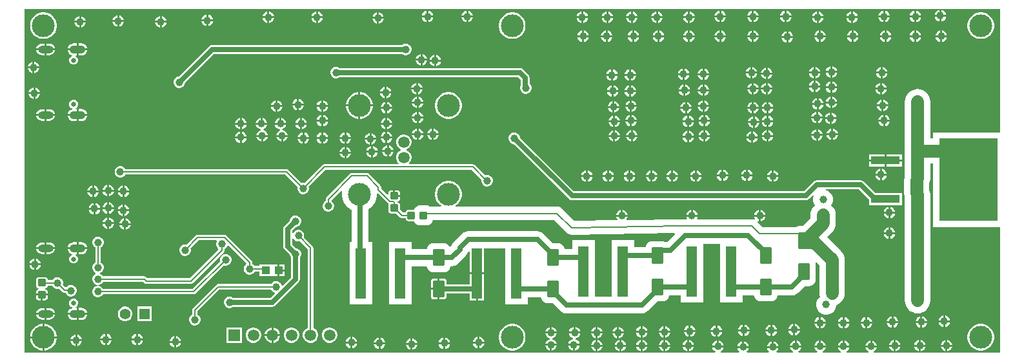
<source format=gbr>
%TF.GenerationSoftware,Altium Limited,Altium Designer,23.4.1 (23)*%
G04 Layer_Physical_Order=2*
G04 Layer_Color=16711680*
%FSLAX45Y45*%
%MOMM*%
%TF.SameCoordinates,576A2805-CD40-4E5C-B7A3-750DB6231075*%
%TF.FilePolarity,Positive*%
%TF.FileFunction,Copper,L2,Bot,Signal*%
%TF.Part,Single*%
G01*
G75*
%TA.AperFunction,SMDPad,CuDef*%
%ADD12R,1.10000X1.00000*%
G04:AMPARAMS|DCode=15|XSize=0.94mm|YSize=1.02mm|CornerRadius=0.094mm|HoleSize=0mm|Usage=FLASHONLY|Rotation=270.000|XOffset=0mm|YOffset=0mm|HoleType=Round|Shape=RoundedRectangle|*
%AMROUNDEDRECTD15*
21,1,0.94000,0.83200,0,0,270.0*
21,1,0.75200,1.02000,0,0,270.0*
1,1,0.18800,-0.41600,-0.37600*
1,1,0.18800,-0.41600,0.37600*
1,1,0.18800,0.41600,0.37600*
1,1,0.18800,0.41600,-0.37600*
%
%ADD15ROUNDEDRECTD15*%
G04:AMPARAMS|DCode=16|XSize=0.94mm|YSize=1.02mm|CornerRadius=0.094mm|HoleSize=0mm|Usage=FLASHONLY|Rotation=180.000|XOffset=0mm|YOffset=0mm|HoleType=Round|Shape=RoundedRectangle|*
%AMROUNDEDRECTD16*
21,1,0.94000,0.83200,0,0,180.0*
21,1,0.75200,1.02000,0,0,180.0*
1,1,0.18800,-0.37600,0.41600*
1,1,0.18800,0.37600,0.41600*
1,1,0.18800,0.37600,-0.41600*
1,1,0.18800,-0.37600,-0.41600*
%
%ADD16ROUNDEDRECTD16*%
G04:AMPARAMS|DCode=32|XSize=2.21mm|YSize=1.53mm|CornerRadius=0.11475mm|HoleSize=0mm|Usage=FLASHONLY|Rotation=270.000|XOffset=0mm|YOffset=0mm|HoleType=Round|Shape=RoundedRectangle|*
%AMROUNDEDRECTD32*
21,1,2.21000,1.30050,0,0,270.0*
21,1,1.98050,1.53000,0,0,270.0*
1,1,0.22950,-0.65025,-0.99025*
1,1,0.22950,-0.65025,0.99025*
1,1,0.22950,0.65025,0.99025*
1,1,0.22950,0.65025,-0.99025*
%
%ADD32ROUNDEDRECTD32*%
%TA.AperFunction,Conductor*%
%ADD33C,0.20000*%
%ADD34C,1.70000*%
%ADD35C,0.63500*%
%TA.AperFunction,ComponentPad*%
%ADD36C,3.00000*%
%ADD37C,1.50000*%
%TA.AperFunction,ViaPad*%
%ADD38C,3.00000*%
%TA.AperFunction,ComponentPad*%
%ADD39C,0.65000*%
%ADD40O,2.10000X1.05000*%
%ADD41O,2.00000X1.00000*%
%ADD42C,1.50800*%
%ADD43R,1.50800X1.50800*%
%ADD44C,1.39700*%
%ADD45R,1.39700X1.39700*%
%TA.AperFunction,TestPad*%
%ADD46C,1.00000*%
%TA.AperFunction,SMDPad,CuDef*%
%ADD47R,1.36000X6.61000*%
%ADD48R,7.62000X10.84000*%
%ADD49R,3.79000X1.06000*%
G36*
X12801601Y2892800D02*
X11925000D01*
Y2815798D01*
X11885798D01*
Y3300000D01*
X11882613Y3332345D01*
X11873178Y3363448D01*
X11857856Y3392112D01*
X11837237Y3417237D01*
X11837237D01*
X11812113Y3437856D01*
X11783448Y3453177D01*
X11752346Y3462613D01*
X11720000Y3465798D01*
X11687654Y3462613D01*
X11656552Y3453177D01*
X11627887Y3437856D01*
X11602763Y3417237D01*
X11582144Y3392113D01*
X11566822Y3363448D01*
X11557387Y3332346D01*
X11554202Y3300000D01*
X11554202Y3299997D01*
Y2650000D01*
Y2324809D01*
X11547387Y2302345D01*
X11544202Y2270000D01*
Y2090000D01*
X11547387Y2057654D01*
X11554202Y2035190D01*
Y680000D01*
X11557388Y647654D01*
X11566823Y616552D01*
X11582144Y587887D01*
X11602763Y562763D01*
X11627888Y542144D01*
X11656552Y526822D01*
X11687655Y517387D01*
X11720000Y514202D01*
X11752346Y517387D01*
X11783448Y526822D01*
X11812113Y542144D01*
X11837237Y562763D01*
X11857856Y587887D01*
X11873178Y616552D01*
X11882613Y647654D01*
X11885798Y680000D01*
Y2080000D01*
X11882613Y2112345D01*
X11875798Y2134809D01*
Y2225190D01*
X11882613Y2247654D01*
X11885798Y2280000D01*
Y2484202D01*
X11925000D01*
Y1648800D01*
X12801601D01*
Y0D01*
X11147636D01*
X11144233Y12700D01*
X11156296Y19665D01*
X11170335Y33704D01*
X11180262Y50897D01*
X11184657Y67300D01*
X11035343D01*
X11039738Y50897D01*
X11049665Y33704D01*
X11063703Y19665D01*
X11075767Y12700D01*
X11072364Y0D01*
X10787636D01*
X10784233Y12700D01*
X10796297Y19665D01*
X10810335Y33704D01*
X10820262Y50897D01*
X10824657Y67300D01*
X10675343D01*
X10679738Y50897D01*
X10689665Y33704D01*
X10703704Y19665D01*
X10715767Y12700D01*
X10712364Y0D01*
X10477636D01*
X10474233Y12700D01*
X10486297Y19665D01*
X10500335Y33704D01*
X10510262Y50897D01*
X10514657Y67300D01*
X10365343D01*
X10369738Y50897D01*
X10379665Y33704D01*
X10393703Y19665D01*
X10405767Y12700D01*
X10402364Y0D01*
X10157636D01*
X10154233Y12700D01*
X10166297Y19665D01*
X10180335Y33704D01*
X10190262Y50897D01*
X10194657Y67300D01*
X10045343D01*
X10049738Y50897D01*
X10059665Y33704D01*
X10073703Y19665D01*
X10085767Y12700D01*
X10082364Y0D01*
X9873624D01*
X9869332Y12700D01*
X9880335Y23704D01*
X9890262Y40897D01*
X9894657Y57300D01*
X9745343D01*
X9749738Y40897D01*
X9759665Y23704D01*
X9770668Y12700D01*
X9766376Y0D01*
X9483624D01*
X9479332Y12700D01*
X9490335Y23704D01*
X9500262Y40897D01*
X9504657Y57300D01*
X9355343D01*
X9359738Y40897D01*
X9369665Y23704D01*
X9380668Y12700D01*
X9376376Y0D01*
X9137636D01*
X9134233Y12700D01*
X9146297Y19665D01*
X9160335Y33704D01*
X9170262Y50897D01*
X9174657Y67300D01*
X9025343D01*
X9029738Y50897D01*
X9039665Y33704D01*
X9053704Y19665D01*
X9065767Y12700D01*
X9062364Y0D01*
X0D01*
Y4521200D01*
X12801601D01*
Y2892800D01*
D02*
G37*
%LPC*%
G36*
X12032700Y4504657D02*
Y4442700D01*
X12094657D01*
X12090262Y4459103D01*
X12080335Y4476297D01*
X12066297Y4490335D01*
X12049103Y4500262D01*
X12032700Y4504657D01*
D02*
G37*
G36*
X12007300D02*
X11990897Y4500262D01*
X11973704Y4490335D01*
X11959665Y4476297D01*
X11949738Y4459103D01*
X11945343Y4442700D01*
X12007300D01*
Y4504657D01*
D02*
G37*
G36*
X11702700Y4494657D02*
Y4432700D01*
X11764657D01*
X11760262Y4449103D01*
X11750335Y4466297D01*
X11736297Y4480335D01*
X11719103Y4490262D01*
X11702700Y4494657D01*
D02*
G37*
G36*
X11677300D02*
X11660897Y4490262D01*
X11643703Y4480335D01*
X11629665Y4466297D01*
X11619738Y4449103D01*
X11615343Y4432700D01*
X11677300D01*
Y4494657D01*
D02*
G37*
G36*
X11292700D02*
Y4432700D01*
X11354657D01*
X11350262Y4449103D01*
X11340335Y4466297D01*
X11326297Y4480335D01*
X11309103Y4490262D01*
X11292700Y4494657D01*
D02*
G37*
G36*
X11267300D02*
X11250897Y4490262D01*
X11233703Y4480335D01*
X11219665Y4466297D01*
X11209738Y4449103D01*
X11205343Y4432700D01*
X11267300D01*
Y4494657D01*
D02*
G37*
G36*
X10002700D02*
Y4432700D01*
X10064657D01*
X10060262Y4449103D01*
X10050335Y4466297D01*
X10036297Y4480335D01*
X10019103Y4490262D01*
X10002700Y4494657D01*
D02*
G37*
G36*
X9977300D02*
X9960897Y4490262D01*
X9943704Y4480335D01*
X9929665Y4466297D01*
X9919738Y4449103D01*
X9915343Y4432700D01*
X9977300D01*
Y4494657D01*
D02*
G37*
G36*
X9572700D02*
Y4432700D01*
X9634657D01*
X9630262Y4449103D01*
X9620335Y4466297D01*
X9606297Y4480335D01*
X9589103Y4490262D01*
X9572700Y4494657D01*
D02*
G37*
G36*
X9547300D02*
X9530897Y4490262D01*
X9513703Y4480335D01*
X9499665Y4466297D01*
X9489738Y4449103D01*
X9485343Y4432700D01*
X9547300D01*
Y4494657D01*
D02*
G37*
G36*
X9142700D02*
Y4432700D01*
X9204657D01*
X9200262Y4449103D01*
X9190335Y4466297D01*
X9176297Y4480335D01*
X9159103Y4490262D01*
X9142700Y4494657D01*
D02*
G37*
G36*
X9117300D02*
X9100897Y4490262D01*
X9083703Y4480335D01*
X9069665Y4466297D01*
X9059738Y4449103D01*
X9055343Y4432700D01*
X9117300D01*
Y4494657D01*
D02*
G37*
G36*
X5822700D02*
Y4432700D01*
X5884657D01*
X5880262Y4449103D01*
X5870335Y4466297D01*
X5856297Y4480335D01*
X5839103Y4490262D01*
X5822700Y4494657D01*
D02*
G37*
G36*
X5797300D02*
X5780897Y4490262D01*
X5763703Y4480335D01*
X5749665Y4466297D01*
X5739738Y4449103D01*
X5735343Y4432700D01*
X5797300D01*
Y4494657D01*
D02*
G37*
G36*
X5302700D02*
Y4432700D01*
X5364657D01*
X5360262Y4449103D01*
X5350335Y4466297D01*
X5336297Y4480335D01*
X5319103Y4490262D01*
X5302700Y4494657D01*
D02*
G37*
G36*
X5277300D02*
X5260897Y4490262D01*
X5243704Y4480335D01*
X5229665Y4466297D01*
X5219738Y4449103D01*
X5215343Y4432700D01*
X5277300D01*
Y4494657D01*
D02*
G37*
G36*
X10872700Y4484657D02*
Y4422700D01*
X10934657D01*
X10930262Y4439103D01*
X10920335Y4456297D01*
X10906297Y4470335D01*
X10889103Y4480262D01*
X10872700Y4484657D01*
D02*
G37*
G36*
X10847300D02*
X10830897Y4480262D01*
X10813704Y4470335D01*
X10799665Y4456297D01*
X10789738Y4439103D01*
X10785343Y4422700D01*
X10847300D01*
Y4484657D01*
D02*
G37*
G36*
X10422700D02*
Y4422700D01*
X10484657D01*
X10480262Y4439103D01*
X10470335Y4456297D01*
X10456297Y4470335D01*
X10439103Y4480262D01*
X10422700Y4484657D01*
D02*
G37*
G36*
X10397300D02*
X10380897Y4480262D01*
X10363703Y4470335D01*
X10349665Y4456297D01*
X10339738Y4439103D01*
X10335343Y4422700D01*
X10397300D01*
Y4484657D01*
D02*
G37*
G36*
X8732700D02*
Y4422700D01*
X8794657D01*
X8790262Y4439103D01*
X8780335Y4456297D01*
X8766297Y4470335D01*
X8749103Y4480262D01*
X8732700Y4484657D01*
D02*
G37*
G36*
X8707300D02*
X8690897Y4480262D01*
X8673704Y4470335D01*
X8659665Y4456297D01*
X8649738Y4439103D01*
X8645343Y4422700D01*
X8707300D01*
Y4484657D01*
D02*
G37*
G36*
X8312700D02*
Y4422700D01*
X8374657D01*
X8370262Y4439103D01*
X8360335Y4456297D01*
X8346296Y4470335D01*
X8329103Y4480262D01*
X8312700Y4484657D01*
D02*
G37*
G36*
X8287300D02*
X8270897Y4480262D01*
X8253703Y4470335D01*
X8239665Y4456297D01*
X8229738Y4439103D01*
X8225343Y4422700D01*
X8287300D01*
Y4484657D01*
D02*
G37*
G36*
X7982700D02*
Y4422700D01*
X8044657D01*
X8040262Y4439103D01*
X8030335Y4456297D01*
X8016297Y4470335D01*
X7999103Y4480262D01*
X7982700Y4484657D01*
D02*
G37*
G36*
X7957300D02*
X7940897Y4480262D01*
X7923703Y4470335D01*
X7909665Y4456297D01*
X7899738Y4439103D01*
X7895343Y4422700D01*
X7957300D01*
Y4484657D01*
D02*
G37*
G36*
X7662700D02*
Y4422700D01*
X7724657D01*
X7720262Y4439103D01*
X7710335Y4456297D01*
X7696297Y4470335D01*
X7679103Y4480262D01*
X7662700Y4484657D01*
D02*
G37*
G36*
X7637300D02*
X7620897Y4480262D01*
X7603703Y4470335D01*
X7589665Y4456297D01*
X7579738Y4439103D01*
X7575343Y4422700D01*
X7637300D01*
Y4484657D01*
D02*
G37*
G36*
X7332700D02*
Y4422700D01*
X7394657D01*
X7390262Y4439103D01*
X7380335Y4456297D01*
X7366297Y4470335D01*
X7349103Y4480262D01*
X7332700Y4484657D01*
D02*
G37*
G36*
X7307300D02*
X7290897Y4480262D01*
X7273704Y4470335D01*
X7259665Y4456297D01*
X7249738Y4439103D01*
X7245343Y4422700D01*
X7307300D01*
Y4484657D01*
D02*
G37*
G36*
X3852700D02*
Y4422700D01*
X3914657D01*
X3910262Y4439103D01*
X3900335Y4456297D01*
X3886297Y4470335D01*
X3869103Y4480262D01*
X3852700Y4484657D01*
D02*
G37*
G36*
X3827300D02*
X3810897Y4480262D01*
X3793703Y4470335D01*
X3779665Y4456297D01*
X3769738Y4439103D01*
X3765343Y4422700D01*
X3827300D01*
Y4484657D01*
D02*
G37*
G36*
X3212700D02*
Y4422700D01*
X3274657D01*
X3270262Y4439103D01*
X3260335Y4456297D01*
X3246297Y4470335D01*
X3229103Y4480262D01*
X3212700Y4484657D01*
D02*
G37*
G36*
X3187300D02*
X3170897Y4480262D01*
X3153703Y4470335D01*
X3139665Y4456297D01*
X3129738Y4439103D01*
X3125343Y4422700D01*
X3187300D01*
Y4484657D01*
D02*
G37*
G36*
X4652700Y4474657D02*
Y4412700D01*
X4714657D01*
X4710262Y4429103D01*
X4700335Y4446297D01*
X4686297Y4460335D01*
X4669103Y4470262D01*
X4652700Y4474657D01*
D02*
G37*
G36*
X4627300D02*
X4610897Y4470262D01*
X4593704Y4460335D01*
X4579665Y4446297D01*
X4569738Y4429103D01*
X4565343Y4412700D01*
X4627300D01*
Y4474657D01*
D02*
G37*
G36*
X2412700Y4444657D02*
Y4382700D01*
X2474657D01*
X2470262Y4399103D01*
X2460335Y4416296D01*
X2446297Y4430335D01*
X2429103Y4440262D01*
X2412700Y4444657D01*
D02*
G37*
G36*
X2387300D02*
X2370897Y4440262D01*
X2353703Y4430335D01*
X2339665Y4416296D01*
X2329738Y4399103D01*
X2325343Y4382700D01*
X2387300D01*
Y4444657D01*
D02*
G37*
G36*
X1242700Y4434657D02*
Y4372700D01*
X1304657D01*
X1300262Y4389103D01*
X1290335Y4406296D01*
X1276297Y4420335D01*
X1259103Y4430262D01*
X1242700Y4434657D01*
D02*
G37*
G36*
X1217300D02*
X1200897Y4430262D01*
X1183703Y4420335D01*
X1169665Y4406296D01*
X1159738Y4389103D01*
X1155343Y4372700D01*
X1217300D01*
Y4434657D01*
D02*
G37*
G36*
X1802700Y4424657D02*
Y4362700D01*
X1864657D01*
X1860262Y4379103D01*
X1850335Y4396297D01*
X1836297Y4410335D01*
X1819103Y4420262D01*
X1802700Y4424657D01*
D02*
G37*
G36*
X1777300D02*
X1760897Y4420262D01*
X1743703Y4410335D01*
X1729665Y4396297D01*
X1719738Y4379103D01*
X1715343Y4362700D01*
X1777300D01*
Y4424657D01*
D02*
G37*
G36*
X742700D02*
Y4362700D01*
X804657D01*
X800262Y4379103D01*
X790335Y4396297D01*
X776297Y4410335D01*
X759103Y4420262D01*
X742700Y4424657D01*
D02*
G37*
G36*
X717300D02*
X700897Y4420262D01*
X683703Y4410335D01*
X669665Y4396297D01*
X659738Y4379103D01*
X655343Y4362700D01*
X717300D01*
Y4424657D01*
D02*
G37*
G36*
X12094657Y4417300D02*
X12032700D01*
Y4355343D01*
X12049103Y4359738D01*
X12066297Y4369665D01*
X12080335Y4383703D01*
X12090262Y4400897D01*
X12094657Y4417300D01*
D02*
G37*
G36*
X12007300D02*
X11945343D01*
X11949738Y4400897D01*
X11959665Y4383703D01*
X11973704Y4369665D01*
X11990897Y4359738D01*
X12007300Y4355343D01*
Y4417300D01*
D02*
G37*
G36*
X5884657Y4407300D02*
X5822700D01*
Y4345343D01*
X5839103Y4349738D01*
X5856297Y4359665D01*
X5870335Y4373703D01*
X5880262Y4390897D01*
X5884657Y4407300D01*
D02*
G37*
G36*
X5797300D02*
X5735343D01*
X5739738Y4390897D01*
X5749665Y4373703D01*
X5763703Y4359665D01*
X5780897Y4349738D01*
X5797300Y4345343D01*
Y4407300D01*
D02*
G37*
G36*
X5364657D02*
X5302700D01*
Y4345343D01*
X5319103Y4349738D01*
X5336297Y4359665D01*
X5350335Y4373703D01*
X5360262Y4390897D01*
X5364657Y4407300D01*
D02*
G37*
G36*
X5277300D02*
X5215343D01*
X5219738Y4390897D01*
X5229665Y4373703D01*
X5243704Y4359665D01*
X5260897Y4349738D01*
X5277300Y4345343D01*
Y4407300D01*
D02*
G37*
G36*
X11764657D02*
X11702700D01*
Y4345343D01*
X11719103Y4349738D01*
X11736297Y4359665D01*
X11750335Y4373703D01*
X11760262Y4390897D01*
X11764657Y4407300D01*
D02*
G37*
G36*
X11677300D02*
X11615343D01*
X11619738Y4390897D01*
X11629665Y4373703D01*
X11643703Y4359665D01*
X11660897Y4349738D01*
X11677300Y4345343D01*
Y4407300D01*
D02*
G37*
G36*
X11354657D02*
X11292700D01*
Y4345343D01*
X11309103Y4349738D01*
X11326297Y4359665D01*
X11340335Y4373703D01*
X11350262Y4390897D01*
X11354657Y4407300D01*
D02*
G37*
G36*
X11267300D02*
X11205343D01*
X11209738Y4390897D01*
X11219665Y4373703D01*
X11233703Y4359665D01*
X11250897Y4349738D01*
X11267300Y4345343D01*
Y4407300D01*
D02*
G37*
G36*
X10064657D02*
X10002700D01*
Y4345343D01*
X10019103Y4349738D01*
X10036297Y4359665D01*
X10050335Y4373703D01*
X10060262Y4390897D01*
X10064657Y4407300D01*
D02*
G37*
G36*
X9977300D02*
X9915343D01*
X9919738Y4390897D01*
X9929665Y4373703D01*
X9943704Y4359665D01*
X9960897Y4349738D01*
X9977300Y4345343D01*
Y4407300D01*
D02*
G37*
G36*
X9634657D02*
X9572700D01*
Y4345343D01*
X9589103Y4349738D01*
X9606297Y4359665D01*
X9620335Y4373703D01*
X9630262Y4390897D01*
X9634657Y4407300D01*
D02*
G37*
G36*
X9547300D02*
X9485343D01*
X9489738Y4390897D01*
X9499665Y4373703D01*
X9513703Y4359665D01*
X9530897Y4349738D01*
X9547300Y4345343D01*
Y4407300D01*
D02*
G37*
G36*
X9204657D02*
X9142700D01*
Y4345343D01*
X9159103Y4349738D01*
X9176297Y4359665D01*
X9190335Y4373703D01*
X9200262Y4390897D01*
X9204657Y4407300D01*
D02*
G37*
G36*
X9117300D02*
X9055343D01*
X9059738Y4390897D01*
X9069665Y4373703D01*
X9083703Y4359665D01*
X9100897Y4349738D01*
X9117300Y4345343D01*
Y4407300D01*
D02*
G37*
G36*
X3914657Y4397300D02*
X3852700D01*
Y4335343D01*
X3869103Y4339738D01*
X3886297Y4349665D01*
X3900335Y4363703D01*
X3910262Y4380897D01*
X3914657Y4397300D01*
D02*
G37*
G36*
X3827300D02*
X3765343D01*
X3769738Y4380897D01*
X3779665Y4363703D01*
X3793703Y4349665D01*
X3810897Y4339738D01*
X3827300Y4335343D01*
Y4397300D01*
D02*
G37*
G36*
X3274657D02*
X3212700D01*
Y4335343D01*
X3229103Y4339738D01*
X3246297Y4349665D01*
X3260335Y4363703D01*
X3270262Y4380897D01*
X3274657Y4397300D01*
D02*
G37*
G36*
X3187300D02*
X3125343D01*
X3129738Y4380897D01*
X3139665Y4363703D01*
X3153703Y4349665D01*
X3170897Y4339738D01*
X3187300Y4335343D01*
Y4397300D01*
D02*
G37*
G36*
X10934657D02*
X10872700D01*
Y4335343D01*
X10889103Y4339738D01*
X10906297Y4349665D01*
X10920335Y4363703D01*
X10930262Y4380897D01*
X10934657Y4397300D01*
D02*
G37*
G36*
X10847300D02*
X10785343D01*
X10789738Y4380897D01*
X10799665Y4363703D01*
X10813704Y4349665D01*
X10830897Y4339738D01*
X10847300Y4335343D01*
Y4397300D01*
D02*
G37*
G36*
X10484657D02*
X10422700D01*
Y4335343D01*
X10439103Y4339738D01*
X10456297Y4349665D01*
X10470335Y4363703D01*
X10480262Y4380897D01*
X10484657Y4397300D01*
D02*
G37*
G36*
X10397300D02*
X10335343D01*
X10339738Y4380897D01*
X10349665Y4363703D01*
X10363703Y4349665D01*
X10380897Y4339738D01*
X10397300Y4335343D01*
Y4397300D01*
D02*
G37*
G36*
X8794657D02*
X8732700D01*
Y4335343D01*
X8749103Y4339738D01*
X8766297Y4349665D01*
X8780335Y4363703D01*
X8790262Y4380897D01*
X8794657Y4397300D01*
D02*
G37*
G36*
X8707300D02*
X8645343D01*
X8649738Y4380897D01*
X8659665Y4363703D01*
X8673704Y4349665D01*
X8690897Y4339738D01*
X8707300Y4335343D01*
Y4397300D01*
D02*
G37*
G36*
X8374657D02*
X8312700D01*
Y4335343D01*
X8329103Y4339738D01*
X8346296Y4349665D01*
X8360335Y4363703D01*
X8370262Y4380897D01*
X8374657Y4397300D01*
D02*
G37*
G36*
X8287300D02*
X8225343D01*
X8229738Y4380897D01*
X8239665Y4363703D01*
X8253703Y4349665D01*
X8270897Y4339738D01*
X8287300Y4335343D01*
Y4397300D01*
D02*
G37*
G36*
X8044657D02*
X7982700D01*
Y4335343D01*
X7999103Y4339738D01*
X8016297Y4349665D01*
X8030335Y4363703D01*
X8040262Y4380897D01*
X8044657Y4397300D01*
D02*
G37*
G36*
X7957300D02*
X7895343D01*
X7899738Y4380897D01*
X7909665Y4363703D01*
X7923703Y4349665D01*
X7940897Y4339738D01*
X7957300Y4335343D01*
Y4397300D01*
D02*
G37*
G36*
X7724657D02*
X7662700D01*
Y4335343D01*
X7679103Y4339738D01*
X7696297Y4349665D01*
X7710335Y4363703D01*
X7720262Y4380897D01*
X7724657Y4397300D01*
D02*
G37*
G36*
X7637300D02*
X7575343D01*
X7579738Y4380897D01*
X7589665Y4363703D01*
X7603703Y4349665D01*
X7620897Y4339738D01*
X7637300Y4335343D01*
Y4397300D01*
D02*
G37*
G36*
X7394657D02*
X7332700D01*
Y4335343D01*
X7349103Y4339738D01*
X7366297Y4349665D01*
X7380335Y4363703D01*
X7390262Y4380897D01*
X7394657Y4397300D01*
D02*
G37*
G36*
X7307300D02*
X7245343D01*
X7249738Y4380897D01*
X7259665Y4363703D01*
X7273704Y4349665D01*
X7290897Y4339738D01*
X7307300Y4335343D01*
Y4397300D01*
D02*
G37*
G36*
X4714657Y4387300D02*
X4652700D01*
Y4325343D01*
X4669103Y4329738D01*
X4686297Y4339665D01*
X4700335Y4353704D01*
X4710262Y4370897D01*
X4714657Y4387300D01*
D02*
G37*
G36*
X4627300D02*
X4565343D01*
X4569738Y4370897D01*
X4579665Y4353704D01*
X4593704Y4339665D01*
X4610897Y4329738D01*
X4627300Y4325343D01*
Y4387300D01*
D02*
G37*
G36*
X2474657Y4357300D02*
X2412700D01*
Y4295343D01*
X2429103Y4299738D01*
X2446297Y4309665D01*
X2460335Y4323703D01*
X2470262Y4340897D01*
X2474657Y4357300D01*
D02*
G37*
G36*
X2387300D02*
X2325343D01*
X2329738Y4340897D01*
X2339665Y4323703D01*
X2353703Y4309665D01*
X2370897Y4299738D01*
X2387300Y4295343D01*
Y4357300D01*
D02*
G37*
G36*
X1304657Y4347300D02*
X1242700D01*
Y4285343D01*
X1259103Y4289738D01*
X1276297Y4299665D01*
X1290335Y4313703D01*
X1300262Y4330897D01*
X1304657Y4347300D01*
D02*
G37*
G36*
X1217300D02*
X1155343D01*
X1159738Y4330897D01*
X1169665Y4313703D01*
X1183703Y4299665D01*
X1200897Y4289738D01*
X1217300Y4285343D01*
Y4347300D01*
D02*
G37*
G36*
X1864657Y4337300D02*
X1802700D01*
Y4275343D01*
X1819103Y4279738D01*
X1836297Y4289665D01*
X1850335Y4303703D01*
X1860262Y4320897D01*
X1864657Y4337300D01*
D02*
G37*
G36*
X1777300D02*
X1715343D01*
X1719738Y4320897D01*
X1729665Y4303703D01*
X1743703Y4289665D01*
X1760897Y4279738D01*
X1777300Y4275343D01*
Y4337300D01*
D02*
G37*
G36*
X804657D02*
X742700D01*
Y4275343D01*
X759103Y4279738D01*
X776297Y4289665D01*
X790335Y4303703D01*
X800262Y4320897D01*
X804657Y4337300D01*
D02*
G37*
G36*
X717300D02*
X655343D01*
X659738Y4320897D01*
X669665Y4303703D01*
X683703Y4289665D01*
X700897Y4279738D01*
X717300Y4275343D01*
Y4337300D01*
D02*
G37*
G36*
X12042700Y4234657D02*
Y4172700D01*
X12104657D01*
X12100262Y4189103D01*
X12090335Y4206297D01*
X12076297Y4220335D01*
X12059103Y4230262D01*
X12042700Y4234657D01*
D02*
G37*
G36*
X12017300D02*
X12000897Y4230262D01*
X11983703Y4220335D01*
X11969665Y4206297D01*
X11959738Y4189103D01*
X11955343Y4172700D01*
X12017300D01*
Y4234657D01*
D02*
G37*
G36*
X11702700D02*
Y4172700D01*
X11764657D01*
X11760262Y4189103D01*
X11750335Y4206297D01*
X11736297Y4220335D01*
X11719103Y4230262D01*
X11702700Y4234657D01*
D02*
G37*
G36*
X11677300D02*
X11660897Y4230262D01*
X11643703Y4220335D01*
X11629665Y4206297D01*
X11619738Y4189103D01*
X11615343Y4172700D01*
X11677300D01*
Y4234657D01*
D02*
G37*
G36*
X11312700D02*
Y4172700D01*
X11374657D01*
X11370262Y4189103D01*
X11360335Y4206297D01*
X11346297Y4220335D01*
X11329103Y4230262D01*
X11312700Y4234657D01*
D02*
G37*
G36*
X11287300D02*
X11270897Y4230262D01*
X11253703Y4220335D01*
X11239665Y4206297D01*
X11229738Y4189103D01*
X11225343Y4172700D01*
X11287300D01*
Y4234657D01*
D02*
G37*
G36*
X10882700D02*
Y4172700D01*
X10944657D01*
X10940262Y4189103D01*
X10930335Y4206297D01*
X10916297Y4220335D01*
X10899103Y4230262D01*
X10882700Y4234657D01*
D02*
G37*
G36*
X10857300D02*
X10840897Y4230262D01*
X10823704Y4220335D01*
X10809665Y4206297D01*
X10799738Y4189103D01*
X10795343Y4172700D01*
X10857300D01*
Y4234657D01*
D02*
G37*
G36*
X10452700D02*
Y4172700D01*
X10514657D01*
X10510262Y4189103D01*
X10500335Y4206297D01*
X10486297Y4220335D01*
X10469103Y4230262D01*
X10452700Y4234657D01*
D02*
G37*
G36*
X10427300D02*
X10410897Y4230262D01*
X10393703Y4220335D01*
X10379665Y4206297D01*
X10369738Y4189103D01*
X10365343Y4172700D01*
X10427300D01*
Y4234657D01*
D02*
G37*
G36*
X9572700D02*
Y4172700D01*
X9634657D01*
X9630262Y4189103D01*
X9620335Y4206297D01*
X9606297Y4220335D01*
X9589103Y4230262D01*
X9572700Y4234657D01*
D02*
G37*
G36*
X9547300D02*
X9530897Y4230262D01*
X9513703Y4220335D01*
X9499665Y4206297D01*
X9489738Y4189103D01*
X9485343Y4172700D01*
X9547300D01*
Y4234657D01*
D02*
G37*
G36*
X9142700D02*
Y4172700D01*
X9204657D01*
X9200262Y4189103D01*
X9190335Y4206297D01*
X9176297Y4220335D01*
X9159103Y4230262D01*
X9142700Y4234657D01*
D02*
G37*
G36*
X9117300D02*
X9100897Y4230262D01*
X9083703Y4220335D01*
X9069665Y4206297D01*
X9059738Y4189103D01*
X9055343Y4172700D01*
X9117300D01*
Y4234657D01*
D02*
G37*
G36*
X8732700D02*
Y4172700D01*
X8794657D01*
X8790262Y4189103D01*
X8780335Y4206297D01*
X8766297Y4220335D01*
X8749103Y4230262D01*
X8732700Y4234657D01*
D02*
G37*
G36*
X8707300D02*
X8690897Y4230262D01*
X8673704Y4220335D01*
X8659665Y4206297D01*
X8649738Y4189103D01*
X8645343Y4172700D01*
X8707300D01*
Y4234657D01*
D02*
G37*
G36*
X8332700D02*
Y4172700D01*
X8394657D01*
X8390262Y4189103D01*
X8380335Y4206297D01*
X8366297Y4220335D01*
X8349103Y4230262D01*
X8332700Y4234657D01*
D02*
G37*
G36*
X8307300D02*
X8290897Y4230262D01*
X8273704Y4220335D01*
X8259665Y4206297D01*
X8249738Y4189103D01*
X8245343Y4172700D01*
X8307300D01*
Y4234657D01*
D02*
G37*
G36*
X8002700D02*
Y4172700D01*
X8064657D01*
X8060262Y4189103D01*
X8050335Y4206297D01*
X8036297Y4220335D01*
X8019103Y4230262D01*
X8002700Y4234657D01*
D02*
G37*
G36*
X7977300D02*
X7960897Y4230262D01*
X7943703Y4220335D01*
X7929665Y4206297D01*
X7919738Y4189103D01*
X7915343Y4172700D01*
X7977300D01*
Y4234657D01*
D02*
G37*
G36*
X7652700D02*
Y4172700D01*
X7714657D01*
X7710262Y4189103D01*
X7700335Y4206297D01*
X7686297Y4220335D01*
X7669103Y4230262D01*
X7652700Y4234657D01*
D02*
G37*
G36*
X7627300D02*
X7610897Y4230262D01*
X7593703Y4220335D01*
X7579665Y4206297D01*
X7569738Y4189103D01*
X7565343Y4172700D01*
X7627300D01*
Y4234657D01*
D02*
G37*
G36*
X7342700D02*
Y4172700D01*
X7404657D01*
X7400262Y4189103D01*
X7390335Y4206297D01*
X7376297Y4220335D01*
X7359103Y4230262D01*
X7342700Y4234657D01*
D02*
G37*
G36*
X7317300D02*
X7300897Y4230262D01*
X7283703Y4220335D01*
X7269665Y4206297D01*
X7259738Y4189103D01*
X7255343Y4172700D01*
X7317300D01*
Y4234657D01*
D02*
G37*
G36*
X10022700Y4224657D02*
Y4162700D01*
X10084657D01*
X10080262Y4179103D01*
X10070335Y4196297D01*
X10056297Y4210335D01*
X10039103Y4220262D01*
X10022700Y4224657D01*
D02*
G37*
G36*
X9997300D02*
X9980897Y4220262D01*
X9963703Y4210335D01*
X9949665Y4196297D01*
X9939738Y4179103D01*
X9935343Y4162700D01*
X9997300D01*
Y4224657D01*
D02*
G37*
G36*
X12567275Y4475400D02*
X12532725D01*
X12498838Y4468659D01*
X12466917Y4455437D01*
X12438189Y4436242D01*
X12413758Y4411811D01*
X12394563Y4383083D01*
X12381341Y4351162D01*
X12374600Y4317275D01*
Y4282725D01*
X12381341Y4248838D01*
X12394563Y4216917D01*
X12413758Y4188189D01*
X12438189Y4163758D01*
X12466917Y4144563D01*
X12498838Y4131341D01*
X12532725Y4124600D01*
X12567275D01*
X12601162Y4131341D01*
X12633083Y4144563D01*
X12661811Y4163758D01*
X12686242Y4188189D01*
X12705437Y4216917D01*
X12718659Y4248838D01*
X12725400Y4282725D01*
Y4317275D01*
X12718659Y4351162D01*
X12705437Y4383083D01*
X12686242Y4411811D01*
X12661811Y4436242D01*
X12633083Y4455437D01*
X12601162Y4468659D01*
X12567275Y4475400D01*
D02*
G37*
G36*
X6417275D02*
X6382725D01*
X6348838Y4468659D01*
X6316917Y4455437D01*
X6288189Y4436242D01*
X6263758Y4411811D01*
X6244563Y4383083D01*
X6231341Y4351162D01*
X6224600Y4317275D01*
Y4282725D01*
X6231341Y4248838D01*
X6244563Y4216917D01*
X6263758Y4188189D01*
X6288189Y4163758D01*
X6316917Y4144563D01*
X6348838Y4131341D01*
X6382725Y4124600D01*
X6417275D01*
X6451162Y4131341D01*
X6483083Y4144563D01*
X6511811Y4163758D01*
X6536242Y4188189D01*
X6555437Y4216917D01*
X6568659Y4248838D01*
X6575400Y4282725D01*
Y4317275D01*
X6568659Y4351162D01*
X6555437Y4383083D01*
X6536242Y4411811D01*
X6511811Y4436242D01*
X6483083Y4455437D01*
X6451162Y4468659D01*
X6417275Y4475400D01*
D02*
G37*
G36*
X267275D02*
X232725D01*
X198838Y4468659D01*
X166917Y4455437D01*
X138189Y4436242D01*
X113758Y4411811D01*
X94563Y4383083D01*
X81341Y4351162D01*
X74600Y4317275D01*
Y4282725D01*
X81341Y4248838D01*
X94563Y4216917D01*
X113758Y4188189D01*
X138189Y4163758D01*
X166917Y4144563D01*
X198838Y4131341D01*
X232725Y4124600D01*
X267275D01*
X301162Y4131341D01*
X333083Y4144563D01*
X361811Y4163758D01*
X386242Y4188189D01*
X405437Y4216917D01*
X418659Y4248838D01*
X425400Y4282725D01*
Y4317275D01*
X418659Y4351162D01*
X405437Y4383083D01*
X386242Y4411811D01*
X361811Y4436242D01*
X333083Y4455437D01*
X301162Y4468659D01*
X267275Y4475400D01*
D02*
G37*
G36*
X12104657Y4147300D02*
X12042700D01*
Y4085343D01*
X12059103Y4089738D01*
X12076297Y4099665D01*
X12090335Y4113703D01*
X12100262Y4130897D01*
X12104657Y4147300D01*
D02*
G37*
G36*
X12017300D02*
X11955343D01*
X11959738Y4130897D01*
X11969665Y4113703D01*
X11983703Y4099665D01*
X12000897Y4089738D01*
X12017300Y4085343D01*
Y4147300D01*
D02*
G37*
G36*
X11764657D02*
X11702700D01*
Y4085343D01*
X11719103Y4089738D01*
X11736297Y4099665D01*
X11750335Y4113703D01*
X11760262Y4130897D01*
X11764657Y4147300D01*
D02*
G37*
G36*
X11677300D02*
X11615343D01*
X11619738Y4130897D01*
X11629665Y4113703D01*
X11643703Y4099665D01*
X11660897Y4089738D01*
X11677300Y4085343D01*
Y4147300D01*
D02*
G37*
G36*
X11374657D02*
X11312700D01*
Y4085343D01*
X11329103Y4089738D01*
X11346297Y4099665D01*
X11360335Y4113703D01*
X11370262Y4130897D01*
X11374657Y4147300D01*
D02*
G37*
G36*
X11287300D02*
X11225343D01*
X11229738Y4130897D01*
X11239665Y4113703D01*
X11253703Y4099665D01*
X11270897Y4089738D01*
X11287300Y4085343D01*
Y4147300D01*
D02*
G37*
G36*
X10944657D02*
X10882700D01*
Y4085343D01*
X10899103Y4089738D01*
X10916297Y4099665D01*
X10930335Y4113703D01*
X10940262Y4130897D01*
X10944657Y4147300D01*
D02*
G37*
G36*
X10857300D02*
X10795343D01*
X10799738Y4130897D01*
X10809665Y4113703D01*
X10823704Y4099665D01*
X10840897Y4089738D01*
X10857300Y4085343D01*
Y4147300D01*
D02*
G37*
G36*
X10514657D02*
X10452700D01*
Y4085343D01*
X10469103Y4089738D01*
X10486297Y4099665D01*
X10500335Y4113703D01*
X10510262Y4130897D01*
X10514657Y4147300D01*
D02*
G37*
G36*
X10427300D02*
X10365343D01*
X10369738Y4130897D01*
X10379665Y4113703D01*
X10393703Y4099665D01*
X10410897Y4089738D01*
X10427300Y4085343D01*
Y4147300D01*
D02*
G37*
G36*
X9634657D02*
X9572700D01*
Y4085343D01*
X9589103Y4089738D01*
X9606297Y4099665D01*
X9620335Y4113703D01*
X9630262Y4130897D01*
X9634657Y4147300D01*
D02*
G37*
G36*
X9547300D02*
X9485343D01*
X9489738Y4130897D01*
X9499665Y4113703D01*
X9513703Y4099665D01*
X9530897Y4089738D01*
X9547300Y4085343D01*
Y4147300D01*
D02*
G37*
G36*
X9204657D02*
X9142700D01*
Y4085343D01*
X9159103Y4089738D01*
X9176297Y4099665D01*
X9190335Y4113703D01*
X9200262Y4130897D01*
X9204657Y4147300D01*
D02*
G37*
G36*
X9117300D02*
X9055343D01*
X9059738Y4130897D01*
X9069665Y4113703D01*
X9083703Y4099665D01*
X9100897Y4089738D01*
X9117300Y4085343D01*
Y4147300D01*
D02*
G37*
G36*
X8794657D02*
X8732700D01*
Y4085343D01*
X8749103Y4089738D01*
X8766297Y4099665D01*
X8780335Y4113703D01*
X8790262Y4130897D01*
X8794657Y4147300D01*
D02*
G37*
G36*
X8707300D02*
X8645343D01*
X8649738Y4130897D01*
X8659665Y4113703D01*
X8673704Y4099665D01*
X8690897Y4089738D01*
X8707300Y4085343D01*
Y4147300D01*
D02*
G37*
G36*
X8394657D02*
X8332700D01*
Y4085343D01*
X8349103Y4089738D01*
X8366297Y4099665D01*
X8380335Y4113703D01*
X8390262Y4130897D01*
X8394657Y4147300D01*
D02*
G37*
G36*
X8307300D02*
X8245343D01*
X8249738Y4130897D01*
X8259665Y4113703D01*
X8273704Y4099665D01*
X8290897Y4089738D01*
X8307300Y4085343D01*
Y4147300D01*
D02*
G37*
G36*
X8064657D02*
X8002700D01*
Y4085343D01*
X8019103Y4089738D01*
X8036297Y4099665D01*
X8050335Y4113703D01*
X8060262Y4130897D01*
X8064657Y4147300D01*
D02*
G37*
G36*
X7977300D02*
X7915343D01*
X7919738Y4130897D01*
X7929665Y4113703D01*
X7943703Y4099665D01*
X7960897Y4089738D01*
X7977300Y4085343D01*
Y4147300D01*
D02*
G37*
G36*
X7714657D02*
X7652700D01*
Y4085343D01*
X7669103Y4089738D01*
X7686297Y4099665D01*
X7700335Y4113703D01*
X7710262Y4130897D01*
X7714657Y4147300D01*
D02*
G37*
G36*
X7627300D02*
X7565343D01*
X7569738Y4130897D01*
X7579665Y4113703D01*
X7593703Y4099665D01*
X7610897Y4089738D01*
X7627300Y4085343D01*
Y4147300D01*
D02*
G37*
G36*
X7404657D02*
X7342700D01*
Y4085343D01*
X7359103Y4089738D01*
X7376297Y4099665D01*
X7390335Y4113703D01*
X7400262Y4130897D01*
X7404657Y4147300D01*
D02*
G37*
G36*
X7317300D02*
X7255343D01*
X7259738Y4130897D01*
X7269665Y4113703D01*
X7283703Y4099665D01*
X7300897Y4089738D01*
X7317300Y4085343D01*
Y4147300D01*
D02*
G37*
G36*
X10084657Y4137300D02*
X10022700D01*
Y4075343D01*
X10039103Y4079738D01*
X10056297Y4089665D01*
X10070335Y4103704D01*
X10080262Y4120897D01*
X10084657Y4137300D01*
D02*
G37*
G36*
X9997300D02*
X9935343D01*
X9939738Y4120897D01*
X9949665Y4103704D01*
X9963703Y4089665D01*
X9980897Y4079738D01*
X9997300Y4075343D01*
Y4137300D01*
D02*
G37*
G36*
X749900Y4066572D02*
X710100D01*
Y4000700D01*
X826800D01*
X825795Y4008336D01*
X817945Y4027286D01*
X805459Y4043559D01*
X789186Y4056045D01*
X770236Y4063895D01*
X749900Y4066572D01*
D02*
G37*
G36*
X684700D02*
X644900D01*
X624564Y4063895D01*
X605614Y4056045D01*
X589341Y4043559D01*
X576855Y4027286D01*
X569005Y4008336D01*
X568000Y4000700D01*
X684700D01*
Y4066572D01*
D02*
G37*
G36*
X329400Y4064051D02*
X292100D01*
Y4000700D01*
X403779D01*
X402859Y4007683D01*
X395262Y4026025D01*
X383176Y4041776D01*
X367425Y4053862D01*
X349084Y4061459D01*
X329400Y4064051D01*
D02*
G37*
G36*
X266700D02*
X229400D01*
X209716Y4061459D01*
X191375Y4053862D01*
X175624Y4041776D01*
X163538Y4026025D01*
X155941Y4007683D01*
X155021Y4000700D01*
X266700D01*
Y4064051D01*
D02*
G37*
G36*
X5013727Y4063200D02*
X4993873D01*
X4974697Y4058062D01*
X4957503Y4048135D01*
X4955438Y4046070D01*
X2463800D01*
X2441501Y4041634D01*
X2422597Y4029003D01*
X2024994Y3631400D01*
X2022073D01*
X2002897Y3626262D01*
X1985703Y3616335D01*
X1971665Y3602297D01*
X1961738Y3585103D01*
X1956600Y3565927D01*
Y3546073D01*
X1961738Y3526897D01*
X1971665Y3509703D01*
X1985703Y3495665D01*
X2002897Y3485738D01*
X2022073Y3480600D01*
X2041927D01*
X2061103Y3485738D01*
X2078297Y3495665D01*
X2092335Y3509703D01*
X2102262Y3526897D01*
X2107400Y3546073D01*
Y3548994D01*
X2487936Y3929530D01*
X4955438D01*
X4957503Y3927465D01*
X4974697Y3917538D01*
X4993873Y3912400D01*
X5013727D01*
X5032903Y3917538D01*
X5050097Y3927465D01*
X5064135Y3941503D01*
X5074062Y3958697D01*
X5079200Y3977873D01*
Y3997727D01*
X5074062Y4016903D01*
X5064135Y4034097D01*
X5050097Y4048135D01*
X5032903Y4058062D01*
X5013727Y4063200D01*
D02*
G37*
G36*
X403779Y3975300D02*
X292100D01*
Y3911949D01*
X329400D01*
X349084Y3914541D01*
X367425Y3922138D01*
X383176Y3934224D01*
X395262Y3949975D01*
X402859Y3968316D01*
X403779Y3975300D01*
D02*
G37*
G36*
X266700D02*
X155021D01*
X155941Y3968316D01*
X163538Y3949975D01*
X175624Y3934224D01*
X191375Y3922138D01*
X209716Y3914541D01*
X229400Y3911949D01*
X266700D01*
Y3975300D01*
D02*
G37*
G36*
X826800D02*
X710100D01*
Y3909428D01*
X749900D01*
X770236Y3912105D01*
X789186Y3919955D01*
X805459Y3932441D01*
X817945Y3948714D01*
X825795Y3967664D01*
X826800Y3975300D01*
D02*
G37*
G36*
X5222700Y3924657D02*
Y3862700D01*
X5284657D01*
X5280262Y3879103D01*
X5270335Y3896296D01*
X5256297Y3910335D01*
X5239103Y3920262D01*
X5222700Y3924657D01*
D02*
G37*
G36*
X5197300D02*
X5180897Y3920262D01*
X5163703Y3910335D01*
X5149665Y3896296D01*
X5139738Y3879103D01*
X5135343Y3862700D01*
X5197300D01*
Y3924657D01*
D02*
G37*
G36*
X5402700Y3914657D02*
Y3852700D01*
X5464657D01*
X5460262Y3869103D01*
X5450335Y3886297D01*
X5436296Y3900335D01*
X5419103Y3910262D01*
X5402700Y3914657D01*
D02*
G37*
G36*
X5377300D02*
X5360897Y3910262D01*
X5343703Y3900335D01*
X5329665Y3886297D01*
X5319738Y3869103D01*
X5315343Y3852700D01*
X5377300D01*
Y3914657D01*
D02*
G37*
G36*
X684700Y3975300D02*
X568000D01*
X569005Y3967664D01*
X576855Y3948714D01*
X589341Y3932441D01*
X605614Y3919955D01*
X624564Y3912105D01*
X624833Y3912069D01*
X626549Y3899034D01*
X614602Y3894085D01*
X598315Y3877798D01*
X589500Y3856517D01*
Y3833483D01*
X598315Y3812202D01*
X614602Y3795915D01*
X635883Y3787100D01*
X658917D01*
X680198Y3795915D01*
X696485Y3812202D01*
X705300Y3833483D01*
Y3856517D01*
X696485Y3877798D01*
X680198Y3894085D01*
X673818Y3896728D01*
X676344Y3909428D01*
X684700D01*
Y3975300D01*
D02*
G37*
G36*
X5284657Y3837300D02*
X5222700D01*
Y3775343D01*
X5239103Y3779738D01*
X5256297Y3789665D01*
X5270335Y3803703D01*
X5280262Y3820897D01*
X5284657Y3837300D01*
D02*
G37*
G36*
X5197300D02*
X5135343D01*
X5139738Y3820897D01*
X5149665Y3803703D01*
X5163703Y3789665D01*
X5180897Y3779738D01*
X5197300Y3775343D01*
Y3837300D01*
D02*
G37*
G36*
X5464657Y3827300D02*
X5402700D01*
Y3765343D01*
X5419103Y3769738D01*
X5436296Y3779665D01*
X5450335Y3793703D01*
X5460262Y3810897D01*
X5464657Y3827300D01*
D02*
G37*
G36*
X5377300D02*
X5315343D01*
X5319738Y3810897D01*
X5329665Y3793703D01*
X5343703Y3779665D01*
X5360897Y3769738D01*
X5377300Y3765343D01*
Y3827300D01*
D02*
G37*
G36*
X132700Y3824657D02*
Y3762700D01*
X194657D01*
X190262Y3779103D01*
X180335Y3796297D01*
X166297Y3810335D01*
X149103Y3820262D01*
X132700Y3824657D01*
D02*
G37*
G36*
X107300D02*
X90897Y3820262D01*
X73703Y3810335D01*
X59665Y3796297D01*
X49738Y3779103D01*
X45343Y3762700D01*
X107300D01*
Y3824657D01*
D02*
G37*
G36*
X10602700Y3764657D02*
Y3702700D01*
X10664657D01*
X10660262Y3719103D01*
X10650335Y3736297D01*
X10636296Y3750335D01*
X10619103Y3760262D01*
X10602700Y3764657D01*
D02*
G37*
G36*
X10577300D02*
X10560897Y3760262D01*
X10543703Y3750335D01*
X10529665Y3736297D01*
X10519738Y3719103D01*
X10515343Y3702700D01*
X10577300D01*
Y3764657D01*
D02*
G37*
G36*
X11262700Y3754657D02*
Y3692700D01*
X11324657D01*
X11320262Y3709103D01*
X11310335Y3726297D01*
X11296297Y3740335D01*
X11279103Y3750262D01*
X11262700Y3754657D01*
D02*
G37*
G36*
X11237300D02*
X11220897Y3750262D01*
X11203704Y3740335D01*
X11189665Y3726297D01*
X11179738Y3709103D01*
X11175343Y3692700D01*
X11237300D01*
Y3754657D01*
D02*
G37*
G36*
X10382700D02*
Y3692700D01*
X10444657D01*
X10440262Y3709103D01*
X10430335Y3726297D01*
X10416297Y3740335D01*
X10399103Y3750262D01*
X10382700Y3754657D01*
D02*
G37*
G36*
X10357300D02*
X10340897Y3750262D01*
X10323704Y3740335D01*
X10309665Y3726297D01*
X10299738Y3709103D01*
X10295343Y3692700D01*
X10357300D01*
Y3754657D01*
D02*
G37*
G36*
X9552700D02*
Y3692700D01*
X9614657D01*
X9610262Y3709103D01*
X9600335Y3726297D01*
X9586297Y3740335D01*
X9569103Y3750262D01*
X9552700Y3754657D01*
D02*
G37*
G36*
X9527300D02*
X9510897Y3750262D01*
X9493703Y3740335D01*
X9479665Y3726297D01*
X9469738Y3709103D01*
X9465343Y3692700D01*
X9527300D01*
Y3754657D01*
D02*
G37*
G36*
X9752700Y3744657D02*
Y3682700D01*
X9814657D01*
X9810262Y3699103D01*
X9800335Y3716297D01*
X9786297Y3730335D01*
X9769103Y3740262D01*
X9752700Y3744657D01*
D02*
G37*
G36*
X9727300D02*
X9710897Y3740262D01*
X9693703Y3730335D01*
X9679665Y3716297D01*
X9669738Y3699103D01*
X9665343Y3682700D01*
X9727300D01*
Y3744657D01*
D02*
G37*
G36*
X194657Y3737300D02*
X132700D01*
Y3675343D01*
X149103Y3679738D01*
X166297Y3689665D01*
X180335Y3703704D01*
X190262Y3720897D01*
X194657Y3737300D01*
D02*
G37*
G36*
X107300D02*
X45343D01*
X49738Y3720897D01*
X59665Y3703704D01*
X73703Y3689665D01*
X90897Y3679738D01*
X107300Y3675343D01*
Y3737300D01*
D02*
G37*
G36*
X8922700Y3734657D02*
Y3672700D01*
X8984657D01*
X8980262Y3689103D01*
X8970335Y3706297D01*
X8956297Y3720335D01*
X8939103Y3730262D01*
X8922700Y3734657D01*
D02*
G37*
G36*
X8897300D02*
X8880897Y3730262D01*
X8863703Y3720335D01*
X8849665Y3706297D01*
X8839738Y3689103D01*
X8835343Y3672700D01*
X8897300D01*
Y3734657D01*
D02*
G37*
G36*
X8662700D02*
Y3672700D01*
X8724657D01*
X8720262Y3689103D01*
X8710335Y3706297D01*
X8696297Y3720335D01*
X8679103Y3730262D01*
X8662700Y3734657D01*
D02*
G37*
G36*
X8637300D02*
X8620897Y3730262D01*
X8603703Y3720335D01*
X8589665Y3706297D01*
X8579738Y3689103D01*
X8575343Y3672700D01*
X8637300D01*
Y3734657D01*
D02*
G37*
G36*
X7962700Y3724657D02*
Y3662700D01*
X8024657D01*
X8020262Y3679103D01*
X8010335Y3696297D01*
X7996297Y3710335D01*
X7979103Y3720262D01*
X7962700Y3724657D01*
D02*
G37*
G36*
X7937300D02*
X7920897Y3720262D01*
X7903704Y3710335D01*
X7889665Y3696297D01*
X7879738Y3679103D01*
X7875343Y3662700D01*
X7937300D01*
Y3724657D01*
D02*
G37*
G36*
X7722700D02*
Y3662700D01*
X7784657D01*
X7780262Y3679103D01*
X7770335Y3696297D01*
X7756297Y3710335D01*
X7739103Y3720262D01*
X7722700Y3724657D01*
D02*
G37*
G36*
X7697300D02*
X7680897Y3720262D01*
X7663703Y3710335D01*
X7649665Y3696297D01*
X7639738Y3679103D01*
X7635343Y3662700D01*
X7697300D01*
Y3724657D01*
D02*
G37*
G36*
X10664657Y3677300D02*
X10602700D01*
Y3615343D01*
X10619103Y3619738D01*
X10636296Y3629665D01*
X10650335Y3643703D01*
X10660262Y3660897D01*
X10664657Y3677300D01*
D02*
G37*
G36*
X10577300D02*
X10515343D01*
X10519738Y3660897D01*
X10529665Y3643703D01*
X10543703Y3629665D01*
X10560897Y3619738D01*
X10577300Y3615343D01*
Y3677300D01*
D02*
G37*
G36*
X11324657Y3667300D02*
X11262700D01*
Y3605343D01*
X11279103Y3609738D01*
X11296297Y3619665D01*
X11310335Y3633703D01*
X11320262Y3650897D01*
X11324657Y3667300D01*
D02*
G37*
G36*
X11237300D02*
X11175343D01*
X11179738Y3650897D01*
X11189665Y3633703D01*
X11203704Y3619665D01*
X11220897Y3609738D01*
X11237300Y3605343D01*
Y3667300D01*
D02*
G37*
G36*
X10444657D02*
X10382700D01*
Y3605343D01*
X10399103Y3609738D01*
X10416297Y3619665D01*
X10430335Y3633703D01*
X10440262Y3650897D01*
X10444657Y3667300D01*
D02*
G37*
G36*
X10357300D02*
X10295343D01*
X10299738Y3650897D01*
X10309665Y3633703D01*
X10323704Y3619665D01*
X10340897Y3609738D01*
X10357300Y3605343D01*
Y3667300D01*
D02*
G37*
G36*
X9614657D02*
X9552700D01*
Y3605343D01*
X9569103Y3609738D01*
X9586297Y3619665D01*
X9600335Y3633703D01*
X9610262Y3650897D01*
X9614657Y3667300D01*
D02*
G37*
G36*
X9527300D02*
X9465343D01*
X9469738Y3650897D01*
X9479665Y3633703D01*
X9493703Y3619665D01*
X9510897Y3609738D01*
X9527300Y3605343D01*
Y3667300D01*
D02*
G37*
G36*
X9814657Y3657300D02*
X9752700D01*
Y3595343D01*
X9769103Y3599738D01*
X9786297Y3609665D01*
X9800335Y3623703D01*
X9810262Y3640897D01*
X9814657Y3657300D01*
D02*
G37*
G36*
X9727300D02*
X9665343D01*
X9669738Y3640897D01*
X9679665Y3623703D01*
X9693703Y3609665D01*
X9710897Y3599738D01*
X9727300Y3595343D01*
Y3657300D01*
D02*
G37*
G36*
X8984657Y3647300D02*
X8922700D01*
Y3585343D01*
X8939103Y3589738D01*
X8956297Y3599665D01*
X8970335Y3613703D01*
X8980262Y3630897D01*
X8984657Y3647300D01*
D02*
G37*
G36*
X8897300D02*
X8835343D01*
X8839738Y3630897D01*
X8849665Y3613703D01*
X8863703Y3599665D01*
X8880897Y3589738D01*
X8897300Y3585343D01*
Y3647300D01*
D02*
G37*
G36*
X8724657D02*
X8662700D01*
Y3585343D01*
X8679103Y3589738D01*
X8696297Y3599665D01*
X8710335Y3613703D01*
X8720262Y3630897D01*
X8724657Y3647300D01*
D02*
G37*
G36*
X8637300D02*
X8575343D01*
X8579738Y3630897D01*
X8589665Y3613703D01*
X8603703Y3599665D01*
X8620897Y3589738D01*
X8637300Y3585343D01*
Y3647300D01*
D02*
G37*
G36*
X8024657Y3637300D02*
X7962700D01*
Y3575343D01*
X7979103Y3579738D01*
X7996297Y3589665D01*
X8010335Y3603703D01*
X8020262Y3620897D01*
X8024657Y3637300D01*
D02*
G37*
G36*
X7937300D02*
X7875343D01*
X7879738Y3620897D01*
X7889665Y3603703D01*
X7903704Y3589665D01*
X7920897Y3579738D01*
X7937300Y3575343D01*
Y3637300D01*
D02*
G37*
G36*
X7784657D02*
X7722700D01*
Y3575343D01*
X7739103Y3579738D01*
X7756297Y3589665D01*
X7770335Y3603703D01*
X7780262Y3620897D01*
X7784657Y3637300D01*
D02*
G37*
G36*
X7697300D02*
X7635343D01*
X7639738Y3620897D01*
X7649665Y3603703D01*
X7663703Y3589665D01*
X7680897Y3579738D01*
X7697300Y3575343D01*
Y3637300D01*
D02*
G37*
G36*
X10382700Y3574657D02*
Y3512700D01*
X10444657D01*
X10440262Y3529103D01*
X10430335Y3546297D01*
X10416297Y3560335D01*
X10399103Y3570262D01*
X10382700Y3574657D01*
D02*
G37*
G36*
X10357300D02*
X10340897Y3570262D01*
X10323704Y3560335D01*
X10309665Y3546297D01*
X10299738Y3529103D01*
X10295343Y3512700D01*
X10357300D01*
Y3574657D01*
D02*
G37*
G36*
X10602700Y3564657D02*
Y3502700D01*
X10664657D01*
X10660262Y3519103D01*
X10650335Y3536296D01*
X10636296Y3550335D01*
X10619103Y3560262D01*
X10602700Y3564657D01*
D02*
G37*
G36*
X10577300D02*
X10560897Y3560262D01*
X10543703Y3550335D01*
X10529665Y3536296D01*
X10519738Y3519103D01*
X10515343Y3502700D01*
X10577300D01*
Y3564657D01*
D02*
G37*
G36*
X11252700Y3544657D02*
Y3482700D01*
X11314657D01*
X11310262Y3499103D01*
X11300335Y3516296D01*
X11286297Y3530335D01*
X11269103Y3540262D01*
X11252700Y3544657D01*
D02*
G37*
G36*
X11227300D02*
X11210897Y3540262D01*
X11193704Y3530335D01*
X11179665Y3516296D01*
X11169738Y3499103D01*
X11165343Y3482700D01*
X11227300D01*
Y3544657D01*
D02*
G37*
G36*
X9752700D02*
Y3482700D01*
X9814657D01*
X9810262Y3499103D01*
X9800335Y3516296D01*
X9786297Y3530335D01*
X9769103Y3540262D01*
X9752700Y3544657D01*
D02*
G37*
G36*
X9727300D02*
X9710897Y3540262D01*
X9693703Y3530335D01*
X9679665Y3516296D01*
X9669738Y3499103D01*
X9665343Y3482700D01*
X9727300D01*
Y3544657D01*
D02*
G37*
G36*
X9572700D02*
Y3482700D01*
X9634657D01*
X9630262Y3499103D01*
X9620335Y3516296D01*
X9606297Y3530335D01*
X9589103Y3540262D01*
X9572700Y3544657D01*
D02*
G37*
G36*
X9547300D02*
X9530897Y3540262D01*
X9513703Y3530335D01*
X9499665Y3516296D01*
X9489738Y3499103D01*
X9485343Y3482700D01*
X9547300D01*
Y3544657D01*
D02*
G37*
G36*
X5162700D02*
Y3482700D01*
X5224657D01*
X5220262Y3499103D01*
X5210335Y3516296D01*
X5196297Y3530335D01*
X5179103Y3540262D01*
X5162700Y3544657D01*
D02*
G37*
G36*
X5137300D02*
X5120897Y3540262D01*
X5103704Y3530335D01*
X5089665Y3516296D01*
X5079738Y3499103D01*
X5075343Y3482700D01*
X5137300D01*
Y3544657D01*
D02*
G37*
G36*
X8922700Y3524657D02*
Y3462700D01*
X8984657D01*
X8980262Y3479103D01*
X8970335Y3496297D01*
X8956297Y3510335D01*
X8939103Y3520262D01*
X8922700Y3524657D01*
D02*
G37*
G36*
X8897300D02*
X8880897Y3520262D01*
X8863703Y3510335D01*
X8849665Y3496297D01*
X8839738Y3479103D01*
X8835343Y3462700D01*
X8897300D01*
Y3524657D01*
D02*
G37*
G36*
X8672700D02*
Y3462700D01*
X8734657D01*
X8730262Y3479103D01*
X8720335Y3496297D01*
X8706297Y3510335D01*
X8689103Y3520262D01*
X8672700Y3524657D01*
D02*
G37*
G36*
X8647300D02*
X8630897Y3520262D01*
X8613703Y3510335D01*
X8599665Y3496297D01*
X8589738Y3479103D01*
X8585343Y3462700D01*
X8647300D01*
Y3524657D01*
D02*
G37*
G36*
X7962700Y3514657D02*
Y3452700D01*
X8024657D01*
X8020262Y3469103D01*
X8010335Y3486297D01*
X7996297Y3500335D01*
X7979103Y3510262D01*
X7962700Y3514657D01*
D02*
G37*
G36*
X7937300D02*
X7920897Y3510262D01*
X7903704Y3500335D01*
X7889665Y3486297D01*
X7879738Y3469103D01*
X7875343Y3452700D01*
X7937300D01*
Y3514657D01*
D02*
G37*
G36*
X7732700D02*
Y3452700D01*
X7794657D01*
X7790262Y3469103D01*
X7780335Y3486297D01*
X7766297Y3500335D01*
X7749103Y3510262D01*
X7732700Y3514657D01*
D02*
G37*
G36*
X7707300D02*
X7690897Y3510262D01*
X7673703Y3500335D01*
X7659665Y3486297D01*
X7649738Y3469103D01*
X7645343Y3452700D01*
X7707300D01*
Y3514657D01*
D02*
G37*
G36*
X4752700Y3494657D02*
Y3432700D01*
X4814657D01*
X4810262Y3449103D01*
X4800335Y3466297D01*
X4786296Y3480335D01*
X4769103Y3490262D01*
X4752700Y3494657D01*
D02*
G37*
G36*
X4727300D02*
X4710897Y3490262D01*
X4693703Y3480335D01*
X4679665Y3466297D01*
X4669738Y3449103D01*
X4665343Y3432700D01*
X4727300D01*
Y3494657D01*
D02*
G37*
G36*
X10444657Y3487300D02*
X10382700D01*
Y3425343D01*
X10399103Y3429738D01*
X10416297Y3439665D01*
X10430335Y3453704D01*
X10440262Y3470897D01*
X10444657Y3487300D01*
D02*
G37*
G36*
X10357300D02*
X10295343D01*
X10299738Y3470897D01*
X10309665Y3453704D01*
X10323704Y3439665D01*
X10340897Y3429738D01*
X10357300Y3425343D01*
Y3487300D01*
D02*
G37*
G36*
X142700Y3484657D02*
Y3422700D01*
X204657D01*
X200262Y3439103D01*
X190335Y3456297D01*
X176297Y3470335D01*
X159103Y3480262D01*
X142700Y3484657D01*
D02*
G37*
G36*
X117300D02*
X100897Y3480262D01*
X83703Y3470335D01*
X69665Y3456297D01*
X59738Y3439103D01*
X55343Y3422700D01*
X117300D01*
Y3484657D01*
D02*
G37*
G36*
X10664657Y3477300D02*
X10602700D01*
Y3415343D01*
X10619103Y3419738D01*
X10636296Y3429665D01*
X10650335Y3443703D01*
X10660262Y3460897D01*
X10664657Y3477300D01*
D02*
G37*
G36*
X10577300D02*
X10515343D01*
X10519738Y3460897D01*
X10529665Y3443703D01*
X10543703Y3429665D01*
X10560897Y3419738D01*
X10577300Y3415343D01*
Y3477300D01*
D02*
G37*
G36*
X4099327Y3758400D02*
X4079473D01*
X4060297Y3753262D01*
X4043103Y3743335D01*
X4029065Y3729297D01*
X4019138Y3712103D01*
X4014000Y3692927D01*
Y3673073D01*
X4019138Y3653897D01*
X4029065Y3636703D01*
X4043103Y3622665D01*
X4060297Y3612738D01*
X4079473Y3607600D01*
X4099327D01*
X4118503Y3612738D01*
X4135697Y3622665D01*
X4137762Y3624730D01*
X6478264D01*
X6513347Y3589648D01*
Y3517578D01*
X6508338Y3508903D01*
X6503200Y3489727D01*
Y3469873D01*
X6508338Y3450697D01*
X6518265Y3433503D01*
X6532303Y3419465D01*
X6549497Y3409538D01*
X6568673Y3404400D01*
X6588527D01*
X6607703Y3409538D01*
X6624897Y3419465D01*
X6638935Y3433503D01*
X6648862Y3450697D01*
X6654000Y3469873D01*
Y3489727D01*
X6648862Y3508903D01*
X6638935Y3526097D01*
X6629886Y3535146D01*
Y3613784D01*
X6625450Y3636083D01*
X6612819Y3654987D01*
X6543603Y3724203D01*
X6524699Y3736834D01*
X6502400Y3741270D01*
X4137762D01*
X4135697Y3743335D01*
X4118503Y3753262D01*
X4099327Y3758400D01*
D02*
G37*
G36*
X11314657Y3457300D02*
X11252700D01*
Y3395343D01*
X11269103Y3399738D01*
X11286297Y3409665D01*
X11300335Y3423703D01*
X11310262Y3440897D01*
X11314657Y3457300D01*
D02*
G37*
G36*
X11227300D02*
X11165343D01*
X11169738Y3440897D01*
X11179665Y3423703D01*
X11193704Y3409665D01*
X11210897Y3399738D01*
X11227300Y3395343D01*
Y3457300D01*
D02*
G37*
G36*
X9814657D02*
X9752700D01*
Y3395343D01*
X9769103Y3399738D01*
X9786297Y3409665D01*
X9800335Y3423703D01*
X9810262Y3440897D01*
X9814657Y3457300D01*
D02*
G37*
G36*
X9727300D02*
X9665343D01*
X9669738Y3440897D01*
X9679665Y3423703D01*
X9693703Y3409665D01*
X9710897Y3399738D01*
X9727300Y3395343D01*
Y3457300D01*
D02*
G37*
G36*
X9634657D02*
X9572700D01*
Y3395343D01*
X9589103Y3399738D01*
X9606297Y3409665D01*
X9620335Y3423703D01*
X9630262Y3440897D01*
X9634657Y3457300D01*
D02*
G37*
G36*
X9547300D02*
X9485343D01*
X9489738Y3440897D01*
X9499665Y3423703D01*
X9513703Y3409665D01*
X9530897Y3399738D01*
X9547300Y3395343D01*
Y3457300D01*
D02*
G37*
G36*
X5224657D02*
X5162700D01*
Y3395343D01*
X5179103Y3399738D01*
X5196297Y3409665D01*
X5210335Y3423703D01*
X5220262Y3440897D01*
X5224657Y3457300D01*
D02*
G37*
G36*
X5137300D02*
X5075343D01*
X5079738Y3440897D01*
X5089665Y3423703D01*
X5103704Y3409665D01*
X5120897Y3399738D01*
X5137300Y3395343D01*
Y3457300D01*
D02*
G37*
G36*
X8984657Y3437300D02*
X8922700D01*
Y3375343D01*
X8939103Y3379738D01*
X8956297Y3389665D01*
X8970335Y3403703D01*
X8980262Y3420897D01*
X8984657Y3437300D01*
D02*
G37*
G36*
X8897300D02*
X8835343D01*
X8839738Y3420897D01*
X8849665Y3403703D01*
X8863703Y3389665D01*
X8880897Y3379738D01*
X8897300Y3375343D01*
Y3437300D01*
D02*
G37*
G36*
X8734657D02*
X8672700D01*
Y3375343D01*
X8689103Y3379738D01*
X8706297Y3389665D01*
X8720335Y3403703D01*
X8730262Y3420897D01*
X8734657Y3437300D01*
D02*
G37*
G36*
X8647300D02*
X8585343D01*
X8589738Y3420897D01*
X8599665Y3403703D01*
X8613703Y3389665D01*
X8630897Y3379738D01*
X8647300Y3375343D01*
Y3437300D01*
D02*
G37*
G36*
X8024657Y3427300D02*
X7962700D01*
Y3365343D01*
X7979103Y3369738D01*
X7996297Y3379665D01*
X8010335Y3393703D01*
X8020262Y3410897D01*
X8024657Y3427300D01*
D02*
G37*
G36*
X7937300D02*
X7875343D01*
X7879738Y3410897D01*
X7889665Y3393703D01*
X7903704Y3379665D01*
X7920897Y3369738D01*
X7937300Y3365343D01*
Y3427300D01*
D02*
G37*
G36*
X7794657D02*
X7732700D01*
Y3365343D01*
X7749103Y3369738D01*
X7766297Y3379665D01*
X7780335Y3393703D01*
X7790262Y3410897D01*
X7794657Y3427300D01*
D02*
G37*
G36*
X7707300D02*
X7645343D01*
X7649738Y3410897D01*
X7659665Y3393703D01*
X7673703Y3379665D01*
X7690897Y3369738D01*
X7707300Y3365343D01*
Y3427300D01*
D02*
G37*
G36*
X4814657Y3407300D02*
X4752700D01*
Y3345343D01*
X4769103Y3349738D01*
X4786296Y3359665D01*
X4800335Y3373703D01*
X4810262Y3390897D01*
X4814657Y3407300D01*
D02*
G37*
G36*
X4727300D02*
X4665343D01*
X4669738Y3390897D01*
X4679665Y3373703D01*
X4693703Y3359665D01*
X4710897Y3349738D01*
X4727300Y3345343D01*
Y3407300D01*
D02*
G37*
G36*
X204657Y3397300D02*
X142700D01*
Y3335343D01*
X159103Y3339738D01*
X176297Y3349665D01*
X190335Y3363703D01*
X200262Y3380897D01*
X204657Y3397300D01*
D02*
G37*
G36*
X117300D02*
X55343D01*
X59738Y3380897D01*
X69665Y3363703D01*
X83703Y3349665D01*
X100897Y3339738D01*
X117300Y3335343D01*
Y3397300D01*
D02*
G37*
G36*
X10602700Y3364657D02*
Y3302700D01*
X10664657D01*
X10660262Y3319103D01*
X10650335Y3336297D01*
X10636296Y3350335D01*
X10619103Y3360262D01*
X10602700Y3364657D01*
D02*
G37*
G36*
X10577300D02*
X10560897Y3360262D01*
X10543703Y3350335D01*
X10529665Y3336297D01*
X10519738Y3319103D01*
X10515343Y3302700D01*
X10577300D01*
Y3364657D01*
D02*
G37*
G36*
X5172700D02*
Y3302700D01*
X5234657D01*
X5230262Y3319103D01*
X5220335Y3336297D01*
X5206297Y3350335D01*
X5189103Y3360262D01*
X5172700Y3364657D01*
D02*
G37*
G36*
X5147300D02*
X5130897Y3360262D01*
X5113704Y3350335D01*
X5099665Y3336297D01*
X5089738Y3319103D01*
X5085343Y3302700D01*
X5147300D01*
Y3364657D01*
D02*
G37*
G36*
X10422700Y3344657D02*
Y3282700D01*
X10484657D01*
X10480262Y3299103D01*
X10470335Y3316296D01*
X10456297Y3330335D01*
X10439103Y3340262D01*
X10422700Y3344657D01*
D02*
G37*
G36*
X10397300D02*
X10380897Y3340262D01*
X10363703Y3330335D01*
X10349665Y3316296D01*
X10339738Y3299103D01*
X10335343Y3282700D01*
X10397300D01*
Y3344657D01*
D02*
G37*
G36*
X3602700Y3334657D02*
Y3272700D01*
X3664657D01*
X3660262Y3289103D01*
X3650335Y3306297D01*
X3636297Y3320335D01*
X3619103Y3330262D01*
X3602700Y3334657D01*
D02*
G37*
G36*
X3577300D02*
X3560897Y3330262D01*
X3543703Y3320335D01*
X3529665Y3306297D01*
X3519738Y3289103D01*
X3515343Y3272700D01*
X3577300D01*
Y3334657D01*
D02*
G37*
G36*
X11272700Y3324657D02*
Y3262700D01*
X11334657D01*
X11330262Y3279103D01*
X11320335Y3296297D01*
X11306297Y3310335D01*
X11289103Y3320262D01*
X11272700Y3324657D01*
D02*
G37*
G36*
X11247300D02*
X11230897Y3320262D01*
X11213704Y3310335D01*
X11199665Y3296297D01*
X11189738Y3279103D01*
X11185343Y3262700D01*
X11247300D01*
Y3324657D01*
D02*
G37*
G36*
X4412675Y3424800D02*
X4408100D01*
Y3262100D01*
X4570800D01*
Y3266675D01*
X4564059Y3300562D01*
X4550837Y3332483D01*
X4531642Y3361211D01*
X4507211Y3385642D01*
X4478483Y3404837D01*
X4446562Y3418059D01*
X4412675Y3424800D01*
D02*
G37*
G36*
X4382700D02*
X4378125D01*
X4344238Y3418059D01*
X4312317Y3404837D01*
X4283589Y3385642D01*
X4259158Y3361211D01*
X4239963Y3332483D01*
X4226741Y3300562D01*
X4220000Y3266675D01*
Y3262100D01*
X4382700D01*
Y3424800D01*
D02*
G37*
G36*
X8922700Y3314657D02*
Y3252700D01*
X8984657D01*
X8980262Y3269103D01*
X8970335Y3286297D01*
X8956297Y3300335D01*
X8939103Y3310262D01*
X8922700Y3314657D01*
D02*
G37*
G36*
X8897300D02*
X8880897Y3310262D01*
X8863703Y3300335D01*
X8849665Y3286297D01*
X8839738Y3269103D01*
X8835343Y3252700D01*
X8897300D01*
Y3314657D01*
D02*
G37*
G36*
X7972700D02*
Y3252700D01*
X8034657D01*
X8030262Y3269103D01*
X8020335Y3286297D01*
X8006297Y3300335D01*
X7989103Y3310262D01*
X7972700Y3314657D01*
D02*
G37*
G36*
X7947300D02*
X7930897Y3310262D01*
X7913704Y3300335D01*
X7899665Y3286297D01*
X7889738Y3269103D01*
X7885343Y3252700D01*
X7947300D01*
Y3314657D01*
D02*
G37*
G36*
X3922700D02*
Y3252700D01*
X3984657D01*
X3980262Y3269103D01*
X3970335Y3286297D01*
X3956297Y3300335D01*
X3939103Y3310262D01*
X3922700Y3314657D01*
D02*
G37*
G36*
X3897300D02*
X3880897Y3310262D01*
X3863703Y3300335D01*
X3849665Y3286297D01*
X3839738Y3269103D01*
X3835343Y3252700D01*
X3897300D01*
Y3314657D01*
D02*
G37*
G36*
X3322700D02*
Y3252700D01*
X3384657D01*
X3380262Y3269103D01*
X3370335Y3286297D01*
X3356297Y3300335D01*
X3339103Y3310262D01*
X3322700Y3314657D01*
D02*
G37*
G36*
X3297300D02*
X3280897Y3310262D01*
X3263703Y3300335D01*
X3249665Y3286297D01*
X3239738Y3269103D01*
X3235343Y3252700D01*
X3297300D01*
Y3314657D01*
D02*
G37*
G36*
X7742700Y3304657D02*
Y3242700D01*
X7804657D01*
X7800262Y3259103D01*
X7790335Y3276296D01*
X7776297Y3290335D01*
X7759103Y3300262D01*
X7742700Y3304657D01*
D02*
G37*
G36*
X7717300D02*
X7700897Y3300262D01*
X7683703Y3290335D01*
X7669665Y3276296D01*
X7659738Y3259103D01*
X7655343Y3242700D01*
X7717300D01*
Y3304657D01*
D02*
G37*
G36*
X9762700Y3294657D02*
Y3232700D01*
X9824657D01*
X9820262Y3249103D01*
X9810335Y3266296D01*
X9796297Y3280335D01*
X9779103Y3290262D01*
X9762700Y3294657D01*
D02*
G37*
G36*
X9737300D02*
X9720897Y3290262D01*
X9703703Y3280335D01*
X9689665Y3266296D01*
X9679738Y3249103D01*
X9675343Y3232700D01*
X9737300D01*
Y3294657D01*
D02*
G37*
G36*
X9572700D02*
Y3232700D01*
X9634657D01*
X9630262Y3249103D01*
X9620335Y3266296D01*
X9606297Y3280335D01*
X9589103Y3290262D01*
X9572700Y3294657D01*
D02*
G37*
G36*
X9547300D02*
X9530897Y3290262D01*
X9513703Y3280335D01*
X9499665Y3266296D01*
X9489738Y3249103D01*
X9485343Y3232700D01*
X9547300D01*
Y3294657D01*
D02*
G37*
G36*
X8692700D02*
Y3232700D01*
X8754657D01*
X8750262Y3249103D01*
X8740335Y3266296D01*
X8726296Y3280335D01*
X8709103Y3290262D01*
X8692700Y3294657D01*
D02*
G37*
G36*
X8667300D02*
X8650897Y3290262D01*
X8633703Y3280335D01*
X8619665Y3266296D01*
X8609738Y3249103D01*
X8605343Y3232700D01*
X8667300D01*
Y3294657D01*
D02*
G37*
G36*
X4762700D02*
Y3232700D01*
X4824657D01*
X4820262Y3249103D01*
X4810335Y3266296D01*
X4796296Y3280335D01*
X4779103Y3290262D01*
X4762700Y3294657D01*
D02*
G37*
G36*
X4737300D02*
X4720897Y3290262D01*
X4703703Y3280335D01*
X4689665Y3266296D01*
X4679738Y3249103D01*
X4675343Y3232700D01*
X4737300D01*
Y3294657D01*
D02*
G37*
G36*
X5234657Y3277300D02*
X5172700D01*
Y3215343D01*
X5189103Y3219738D01*
X5206297Y3229665D01*
X5220335Y3243703D01*
X5230262Y3260897D01*
X5234657Y3277300D01*
D02*
G37*
G36*
X5147300D02*
X5085343D01*
X5089738Y3260897D01*
X5099665Y3243703D01*
X5113704Y3229665D01*
X5130897Y3219738D01*
X5147300Y3215343D01*
Y3277300D01*
D02*
G37*
G36*
X10664657D02*
X10602700D01*
Y3215343D01*
X10619103Y3219738D01*
X10636296Y3229665D01*
X10650335Y3243703D01*
X10660262Y3260897D01*
X10664657Y3277300D01*
D02*
G37*
G36*
X10577300D02*
X10515343D01*
X10519738Y3260897D01*
X10529665Y3243703D01*
X10543703Y3229665D01*
X10560897Y3219738D01*
X10577300Y3215343D01*
Y3277300D01*
D02*
G37*
G36*
X10484657Y3257300D02*
X10422700D01*
Y3195343D01*
X10439103Y3199738D01*
X10456297Y3209665D01*
X10470335Y3223703D01*
X10480262Y3240896D01*
X10484657Y3257300D01*
D02*
G37*
G36*
X10397300D02*
X10335343D01*
X10339738Y3240896D01*
X10349665Y3223703D01*
X10363703Y3209665D01*
X10380897Y3199738D01*
X10397300Y3195343D01*
Y3257300D01*
D02*
G37*
G36*
X3664657Y3247300D02*
X3602700D01*
Y3185343D01*
X3619103Y3189738D01*
X3636297Y3199665D01*
X3650335Y3213704D01*
X3660262Y3230897D01*
X3664657Y3247300D01*
D02*
G37*
G36*
X3577300D02*
X3515343D01*
X3519738Y3230897D01*
X3529665Y3213704D01*
X3543703Y3199665D01*
X3560897Y3189738D01*
X3577300Y3185343D01*
Y3247300D01*
D02*
G37*
G36*
X11334657Y3237300D02*
X11272700D01*
Y3175343D01*
X11289103Y3179738D01*
X11306297Y3189665D01*
X11320335Y3203704D01*
X11330262Y3220897D01*
X11334657Y3237300D01*
D02*
G37*
G36*
X11247300D02*
X11185343D01*
X11189738Y3220897D01*
X11199665Y3203704D01*
X11213704Y3189665D01*
X11230897Y3179738D01*
X11247300Y3175343D01*
Y3237300D01*
D02*
G37*
G36*
X8984657Y3227300D02*
X8922700D01*
Y3165343D01*
X8939103Y3169738D01*
X8956297Y3179665D01*
X8970335Y3193704D01*
X8980262Y3210897D01*
X8984657Y3227300D01*
D02*
G37*
G36*
X8897300D02*
X8835343D01*
X8839738Y3210897D01*
X8849665Y3193704D01*
X8863703Y3179665D01*
X8880897Y3169738D01*
X8897300Y3165343D01*
Y3227300D01*
D02*
G37*
G36*
X8034657D02*
X7972700D01*
Y3165343D01*
X7989103Y3169738D01*
X8006297Y3179665D01*
X8020335Y3193704D01*
X8030262Y3210897D01*
X8034657Y3227300D01*
D02*
G37*
G36*
X7947300D02*
X7885343D01*
X7889738Y3210897D01*
X7899665Y3193704D01*
X7913704Y3179665D01*
X7930897Y3169738D01*
X7947300Y3165343D01*
Y3227300D01*
D02*
G37*
G36*
X3984657D02*
X3922700D01*
Y3165343D01*
X3939103Y3169738D01*
X3956297Y3179665D01*
X3970335Y3193704D01*
X3980262Y3210897D01*
X3984657Y3227300D01*
D02*
G37*
G36*
X3897300D02*
X3835343D01*
X3839738Y3210897D01*
X3849665Y3193704D01*
X3863703Y3179665D01*
X3880897Y3169738D01*
X3897300Y3165343D01*
Y3227300D01*
D02*
G37*
G36*
X3384657D02*
X3322700D01*
Y3165343D01*
X3339103Y3169738D01*
X3356297Y3179665D01*
X3370335Y3193704D01*
X3380262Y3210897D01*
X3384657Y3227300D01*
D02*
G37*
G36*
X3297300D02*
X3235343D01*
X3239738Y3210897D01*
X3249665Y3193704D01*
X3263703Y3179665D01*
X3280897Y3169738D01*
X3297300Y3165343D01*
Y3227300D01*
D02*
G37*
G36*
X7804657Y3217300D02*
X7742700D01*
Y3155343D01*
X7759103Y3159738D01*
X7776297Y3169665D01*
X7790335Y3183703D01*
X7800262Y3200897D01*
X7804657Y3217300D01*
D02*
G37*
G36*
X7717300D02*
X7655343D01*
X7659738Y3200897D01*
X7669665Y3183703D01*
X7683703Y3169665D01*
X7700897Y3159738D01*
X7717300Y3155343D01*
Y3217300D01*
D02*
G37*
G36*
X9824657Y3207300D02*
X9762700D01*
Y3145343D01*
X9779103Y3149738D01*
X9796297Y3159665D01*
X9810335Y3173703D01*
X9820262Y3190897D01*
X9824657Y3207300D01*
D02*
G37*
G36*
X9737300D02*
X9675343D01*
X9679738Y3190897D01*
X9689665Y3173703D01*
X9703703Y3159665D01*
X9720897Y3149738D01*
X9737300Y3145343D01*
Y3207300D01*
D02*
G37*
G36*
X9634657D02*
X9572700D01*
Y3145343D01*
X9589103Y3149738D01*
X9606297Y3159665D01*
X9620335Y3173703D01*
X9630262Y3190897D01*
X9634657Y3207300D01*
D02*
G37*
G36*
X9547300D02*
X9485343D01*
X9489738Y3190897D01*
X9499665Y3173703D01*
X9513703Y3159665D01*
X9530897Y3149738D01*
X9547300Y3145343D01*
Y3207300D01*
D02*
G37*
G36*
X8754657D02*
X8692700D01*
Y3145343D01*
X8709103Y3149738D01*
X8726296Y3159665D01*
X8740335Y3173703D01*
X8750262Y3190897D01*
X8754657Y3207300D01*
D02*
G37*
G36*
X8667300D02*
X8605343D01*
X8609738Y3190897D01*
X8619665Y3173703D01*
X8633703Y3159665D01*
X8650897Y3149738D01*
X8667300Y3145343D01*
Y3207300D01*
D02*
G37*
G36*
X4824657D02*
X4762700D01*
Y3145343D01*
X4779103Y3149738D01*
X4796296Y3159665D01*
X4810335Y3173703D01*
X4820262Y3190897D01*
X4824657Y3207300D01*
D02*
G37*
G36*
X4737300D02*
X4675343D01*
X4679738Y3190897D01*
X4689665Y3173703D01*
X4703703Y3159665D01*
X4720897Y3149738D01*
X4737300Y3145343D01*
Y3207300D01*
D02*
G37*
G36*
X749900Y3202572D02*
X710100D01*
Y3136700D01*
X826800D01*
X825795Y3144336D01*
X817945Y3163286D01*
X805459Y3179559D01*
X789186Y3192045D01*
X770236Y3199895D01*
X749900Y3202572D01*
D02*
G37*
G36*
X658917Y3324900D02*
X635883D01*
X614602Y3316085D01*
X598315Y3299798D01*
X589500Y3278517D01*
Y3255483D01*
X598315Y3234202D01*
X614602Y3217915D01*
X626549Y3212966D01*
X624833Y3199931D01*
X624564Y3199895D01*
X605614Y3192045D01*
X589341Y3179559D01*
X576855Y3163286D01*
X569005Y3144336D01*
X568000Y3136700D01*
X684700D01*
Y3202572D01*
X676344D01*
X673818Y3215272D01*
X680198Y3217915D01*
X696485Y3234202D01*
X705300Y3255483D01*
Y3278517D01*
X696485Y3299798D01*
X680198Y3316085D01*
X658917Y3324900D01*
D02*
G37*
G36*
X329400Y3200051D02*
X292100D01*
Y3136700D01*
X403779D01*
X402859Y3143684D01*
X395262Y3162025D01*
X383176Y3177776D01*
X367425Y3189862D01*
X349084Y3197459D01*
X329400Y3200051D01*
D02*
G37*
G36*
X266700D02*
X229400D01*
X209716Y3197459D01*
X191375Y3189862D01*
X175624Y3177776D01*
X163538Y3162025D01*
X155941Y3143684D01*
X155021Y3136700D01*
X266700D01*
Y3200051D01*
D02*
G37*
G36*
X10412700Y3164657D02*
Y3102700D01*
X10474657D01*
X10470262Y3119103D01*
X10460335Y3136296D01*
X10446297Y3150335D01*
X10429103Y3160262D01*
X10412700Y3164657D01*
D02*
G37*
G36*
X10387300D02*
X10370897Y3160262D01*
X10353703Y3150335D01*
X10339665Y3136296D01*
X10329738Y3119103D01*
X10325343Y3102700D01*
X10387300D01*
Y3164657D01*
D02*
G37*
G36*
X5172700D02*
Y3102700D01*
X5234657D01*
X5230262Y3119103D01*
X5220335Y3136296D01*
X5206297Y3150335D01*
X5189103Y3160262D01*
X5172700Y3164657D01*
D02*
G37*
G36*
X5147300D02*
X5130897Y3160262D01*
X5113704Y3150335D01*
X5099665Y3136296D01*
X5089738Y3119103D01*
X5085343Y3102700D01*
X5147300D01*
Y3164657D01*
D02*
G37*
G36*
X10592700Y3154657D02*
Y3092700D01*
X10654657D01*
X10650262Y3109103D01*
X10640335Y3126297D01*
X10626297Y3140335D01*
X10609103Y3150262D01*
X10592700Y3154657D01*
D02*
G37*
G36*
X10567300D02*
X10550897Y3150262D01*
X10533703Y3140335D01*
X10519665Y3126297D01*
X10509738Y3109103D01*
X10505343Y3092700D01*
X10567300D01*
Y3154657D01*
D02*
G37*
G36*
X5579675Y3424800D02*
X5545125D01*
X5511238Y3418059D01*
X5479317Y3404837D01*
X5450589Y3385642D01*
X5426158Y3361211D01*
X5406963Y3332483D01*
X5393741Y3300562D01*
X5387000Y3266675D01*
Y3232125D01*
X5393741Y3198238D01*
X5406963Y3166317D01*
X5426158Y3137589D01*
X5450589Y3113158D01*
X5479317Y3093963D01*
X5511238Y3080741D01*
X5545125Y3074000D01*
X5579675D01*
X5613562Y3080741D01*
X5645483Y3093963D01*
X5674211Y3113158D01*
X5698642Y3137589D01*
X5717837Y3166317D01*
X5731059Y3198238D01*
X5737800Y3232125D01*
Y3266675D01*
X5731059Y3300562D01*
X5717837Y3332483D01*
X5698642Y3361211D01*
X5674211Y3385642D01*
X5645483Y3404837D01*
X5613562Y3418059D01*
X5579675Y3424800D01*
D02*
G37*
G36*
X4570800Y3236700D02*
X4408100D01*
Y3074000D01*
X4412675D01*
X4446562Y3080741D01*
X4478483Y3093963D01*
X4507211Y3113158D01*
X4531642Y3137589D01*
X4550837Y3166317D01*
X4564059Y3198238D01*
X4570800Y3232125D01*
Y3236700D01*
D02*
G37*
G36*
X4382700D02*
X4220000D01*
Y3232125D01*
X4226741Y3198238D01*
X4239963Y3166317D01*
X4259158Y3137589D01*
X4283589Y3113158D01*
X4312317Y3093963D01*
X4344238Y3080741D01*
X4378125Y3074000D01*
X4382700D01*
Y3236700D01*
D02*
G37*
G36*
X11292700Y3124657D02*
Y3062700D01*
X11354657D01*
X11350262Y3079103D01*
X11340335Y3096297D01*
X11326297Y3110335D01*
X11309103Y3120262D01*
X11292700Y3124657D01*
D02*
G37*
G36*
X11267300D02*
X11250897Y3120262D01*
X11233703Y3110335D01*
X11219665Y3096297D01*
X11209738Y3079103D01*
X11205343Y3062700D01*
X11267300D01*
Y3124657D01*
D02*
G37*
G36*
X8932700D02*
Y3062700D01*
X8994657D01*
X8990262Y3079103D01*
X8980335Y3096297D01*
X8966297Y3110335D01*
X8949103Y3120262D01*
X8932700Y3124657D01*
D02*
G37*
G36*
X8907300D02*
X8890897Y3120262D01*
X8873703Y3110335D01*
X8859665Y3096297D01*
X8849738Y3079103D01*
X8845343Y3062700D01*
X8907300D01*
Y3124657D01*
D02*
G37*
G36*
X7972700D02*
Y3062700D01*
X8034657D01*
X8030262Y3079103D01*
X8020335Y3096297D01*
X8006297Y3110335D01*
X7989103Y3120262D01*
X7972700Y3124657D01*
D02*
G37*
G36*
X7947300D02*
X7930897Y3120262D01*
X7913704Y3110335D01*
X7899665Y3096297D01*
X7889738Y3079103D01*
X7885343Y3062700D01*
X7947300D01*
Y3124657D01*
D02*
G37*
G36*
X3922700D02*
Y3062700D01*
X3984657D01*
X3980262Y3079103D01*
X3970335Y3096297D01*
X3956297Y3110335D01*
X3939103Y3120262D01*
X3922700Y3124657D01*
D02*
G37*
G36*
X3897300D02*
X3880897Y3120262D01*
X3863703Y3110335D01*
X3849665Y3096297D01*
X3839738Y3079103D01*
X3835343Y3062700D01*
X3897300D01*
Y3124657D01*
D02*
G37*
G36*
X9762700Y3114657D02*
Y3052700D01*
X9824657D01*
X9820262Y3069103D01*
X9810335Y3086297D01*
X9796297Y3100335D01*
X9779103Y3110262D01*
X9762700Y3114657D01*
D02*
G37*
G36*
X9737300D02*
X9720897Y3110262D01*
X9703703Y3100335D01*
X9689665Y3086297D01*
X9679738Y3069103D01*
X9675343Y3052700D01*
X9737300D01*
Y3114657D01*
D02*
G37*
G36*
X8722700D02*
Y3052700D01*
X8784657D01*
X8780262Y3069103D01*
X8770335Y3086297D01*
X8756297Y3100335D01*
X8739103Y3110262D01*
X8722700Y3114657D01*
D02*
G37*
G36*
X8697300D02*
X8680897Y3110262D01*
X8663704Y3100335D01*
X8649665Y3086297D01*
X8639738Y3069103D01*
X8635343Y3052700D01*
X8697300D01*
Y3114657D01*
D02*
G37*
G36*
X7752700D02*
Y3052700D01*
X7814657D01*
X7810262Y3069103D01*
X7800335Y3086297D01*
X7786297Y3100335D01*
X7769103Y3110262D01*
X7752700Y3114657D01*
D02*
G37*
G36*
X7727300D02*
X7710897Y3110262D01*
X7693703Y3100335D01*
X7679665Y3086297D01*
X7669738Y3069103D01*
X7665343Y3052700D01*
X7727300D01*
Y3114657D01*
D02*
G37*
G36*
X403779Y3111300D02*
X292100D01*
Y3047949D01*
X329400D01*
X349084Y3050541D01*
X367425Y3058138D01*
X383176Y3070224D01*
X395262Y3085975D01*
X402859Y3104317D01*
X403779Y3111300D01*
D02*
G37*
G36*
X266700D02*
X155021D01*
X155941Y3104317D01*
X163538Y3085975D01*
X175624Y3070224D01*
X191375Y3058138D01*
X209716Y3050541D01*
X229400Y3047949D01*
X266700D01*
Y3111300D01*
D02*
G37*
G36*
X826800D02*
X710100D01*
Y3045428D01*
X749900D01*
X770236Y3048105D01*
X789186Y3055955D01*
X805459Y3068441D01*
X817945Y3084714D01*
X825795Y3103664D01*
X826800Y3111300D01*
D02*
G37*
G36*
X684700D02*
X568000D01*
X569005Y3103664D01*
X576855Y3084714D01*
X589341Y3068441D01*
X605614Y3055955D01*
X624564Y3048105D01*
X644900Y3045428D01*
X684700D01*
Y3111300D01*
D02*
G37*
G36*
X9582700Y3104657D02*
Y3042700D01*
X9644657D01*
X9640262Y3059103D01*
X9630335Y3076297D01*
X9616296Y3090335D01*
X9599103Y3100262D01*
X9582700Y3104657D01*
D02*
G37*
G36*
X9557300D02*
X9540897Y3100262D01*
X9523703Y3090335D01*
X9509665Y3076297D01*
X9499738Y3059103D01*
X9495343Y3042700D01*
X9557300D01*
Y3104657D01*
D02*
G37*
G36*
X4762700Y3084657D02*
Y3022700D01*
X4824657D01*
X4820262Y3039103D01*
X4810335Y3056297D01*
X4796296Y3070335D01*
X4779103Y3080262D01*
X4762700Y3084657D01*
D02*
G37*
G36*
X4737300D02*
X4720897Y3080262D01*
X4703703Y3070335D01*
X4689665Y3056297D01*
X4679738Y3039103D01*
X4675343Y3022700D01*
X4737300D01*
Y3084657D01*
D02*
G37*
G36*
X3642700D02*
Y3022700D01*
X3704657D01*
X3700262Y3039103D01*
X3690335Y3056297D01*
X3676297Y3070335D01*
X3659103Y3080262D01*
X3642700Y3084657D01*
D02*
G37*
G36*
X3617300D02*
X3600897Y3080262D01*
X3583704Y3070335D01*
X3569665Y3056297D01*
X3559738Y3039103D01*
X3555343Y3022700D01*
X3617300D01*
Y3084657D01*
D02*
G37*
G36*
X3372700D02*
Y3022700D01*
X3434657D01*
X3430262Y3039103D01*
X3420335Y3056297D01*
X3406296Y3070335D01*
X3389103Y3080262D01*
X3372700Y3084657D01*
D02*
G37*
G36*
X3347300D02*
X3330897Y3080262D01*
X3313703Y3070335D01*
X3299665Y3056297D01*
X3289738Y3039103D01*
X3285343Y3022700D01*
X3347300D01*
Y3084657D01*
D02*
G37*
G36*
X3122700D02*
Y3022700D01*
X3184657D01*
X3180262Y3039103D01*
X3170335Y3056297D01*
X3156296Y3070335D01*
X3139103Y3080262D01*
X3122700Y3084657D01*
D02*
G37*
G36*
X3097300D02*
X3080897Y3080262D01*
X3063703Y3070335D01*
X3049665Y3056297D01*
X3039738Y3039103D01*
X3035343Y3022700D01*
X3097300D01*
Y3084657D01*
D02*
G37*
G36*
X2852700D02*
Y3022700D01*
X2914657D01*
X2910262Y3039103D01*
X2900335Y3056297D01*
X2886296Y3070335D01*
X2869103Y3080262D01*
X2852700Y3084657D01*
D02*
G37*
G36*
X2827300D02*
X2810897Y3080262D01*
X2793703Y3070335D01*
X2779665Y3056297D01*
X2769738Y3039103D01*
X2765343Y3022700D01*
X2827300D01*
Y3084657D01*
D02*
G37*
G36*
X10474657Y3077300D02*
X10412700D01*
Y3015343D01*
X10429103Y3019738D01*
X10446297Y3029665D01*
X10460335Y3043703D01*
X10470262Y3060897D01*
X10474657Y3077300D01*
D02*
G37*
G36*
X10387300D02*
X10325343D01*
X10329738Y3060897D01*
X10339665Y3043703D01*
X10353703Y3029665D01*
X10370897Y3019738D01*
X10387300Y3015343D01*
Y3077300D01*
D02*
G37*
G36*
X5234657D02*
X5172700D01*
Y3015343D01*
X5189103Y3019738D01*
X5206297Y3029665D01*
X5220335Y3043703D01*
X5230262Y3060897D01*
X5234657Y3077300D01*
D02*
G37*
G36*
X5147300D02*
X5085343D01*
X5089738Y3060897D01*
X5099665Y3043703D01*
X5113704Y3029665D01*
X5130897Y3019738D01*
X5147300Y3015343D01*
Y3077300D01*
D02*
G37*
G36*
X10654657Y3067300D02*
X10592700D01*
Y3005343D01*
X10609103Y3009738D01*
X10626297Y3019665D01*
X10640335Y3033703D01*
X10650262Y3050897D01*
X10654657Y3067300D01*
D02*
G37*
G36*
X10567300D02*
X10505343D01*
X10509738Y3050897D01*
X10519665Y3033703D01*
X10533703Y3019665D01*
X10550897Y3009738D01*
X10567300Y3005343D01*
Y3067300D01*
D02*
G37*
G36*
X11354657Y3037300D02*
X11292700D01*
Y2975343D01*
X11309103Y2979738D01*
X11326297Y2989665D01*
X11340335Y3003703D01*
X11350262Y3020897D01*
X11354657Y3037300D01*
D02*
G37*
G36*
X11267300D02*
X11205343D01*
X11209738Y3020897D01*
X11219665Y3003703D01*
X11233703Y2989665D01*
X11250897Y2979738D01*
X11267300Y2975343D01*
Y3037300D01*
D02*
G37*
G36*
X8994657D02*
X8932700D01*
Y2975343D01*
X8949103Y2979738D01*
X8966297Y2989665D01*
X8980335Y3003703D01*
X8990262Y3020897D01*
X8994657Y3037300D01*
D02*
G37*
G36*
X8907300D02*
X8845343D01*
X8849738Y3020897D01*
X8859665Y3003703D01*
X8873703Y2989665D01*
X8890897Y2979738D01*
X8907300Y2975343D01*
Y3037300D01*
D02*
G37*
G36*
X8034657D02*
X7972700D01*
Y2975343D01*
X7989103Y2979738D01*
X8006297Y2989665D01*
X8020335Y3003703D01*
X8030262Y3020897D01*
X8034657Y3037300D01*
D02*
G37*
G36*
X7947300D02*
X7885343D01*
X7889738Y3020897D01*
X7899665Y3003703D01*
X7913704Y2989665D01*
X7930897Y2979738D01*
X7947300Y2975343D01*
Y3037300D01*
D02*
G37*
G36*
X3984657D02*
X3922700D01*
Y2975343D01*
X3939103Y2979738D01*
X3956297Y2989665D01*
X3970335Y3003703D01*
X3980262Y3020897D01*
X3984657Y3037300D01*
D02*
G37*
G36*
X3897300D02*
X3835343D01*
X3839738Y3020897D01*
X3849665Y3003703D01*
X3863703Y2989665D01*
X3880897Y2979738D01*
X3897300Y2975343D01*
Y3037300D01*
D02*
G37*
G36*
X9824657Y3027300D02*
X9762700D01*
Y2965343D01*
X9779103Y2969738D01*
X9796297Y2979665D01*
X9810335Y2993703D01*
X9820262Y3010897D01*
X9824657Y3027300D01*
D02*
G37*
G36*
X9737300D02*
X9675343D01*
X9679738Y3010897D01*
X9689665Y2993703D01*
X9703703Y2979665D01*
X9720897Y2969738D01*
X9737300Y2965343D01*
Y3027300D01*
D02*
G37*
G36*
X8784657D02*
X8722700D01*
Y2965343D01*
X8739103Y2969738D01*
X8756297Y2979665D01*
X8770335Y2993703D01*
X8780262Y3010897D01*
X8784657Y3027300D01*
D02*
G37*
G36*
X8697300D02*
X8635343D01*
X8639738Y3010897D01*
X8649665Y2993703D01*
X8663704Y2979665D01*
X8680897Y2969738D01*
X8697300Y2965343D01*
Y3027300D01*
D02*
G37*
G36*
X7814657D02*
X7752700D01*
Y2965343D01*
X7769103Y2969738D01*
X7786297Y2979665D01*
X7800335Y2993703D01*
X7810262Y3010897D01*
X7814657Y3027300D01*
D02*
G37*
G36*
X7727300D02*
X7665343D01*
X7669738Y3010897D01*
X7679665Y2993703D01*
X7693703Y2979665D01*
X7710897Y2969738D01*
X7727300Y2965343D01*
Y3027300D01*
D02*
G37*
G36*
X9644657Y3017300D02*
X9582700D01*
Y2955343D01*
X9599103Y2959738D01*
X9616296Y2969665D01*
X9630335Y2983703D01*
X9640262Y3000897D01*
X9644657Y3017300D01*
D02*
G37*
G36*
X9557300D02*
X9495343D01*
X9499738Y3000897D01*
X9509665Y2983703D01*
X9523703Y2969665D01*
X9540897Y2959738D01*
X9557300Y2955343D01*
Y3017300D01*
D02*
G37*
G36*
X4824657Y2997300D02*
X4762700D01*
Y2935343D01*
X4779103Y2939738D01*
X4796296Y2949665D01*
X4810335Y2963703D01*
X4820262Y2980897D01*
X4824657Y2997300D01*
D02*
G37*
G36*
X4737300D02*
X4675343D01*
X4679738Y2980897D01*
X4689665Y2963703D01*
X4703703Y2949665D01*
X4720897Y2939738D01*
X4737300Y2935343D01*
Y2997300D01*
D02*
G37*
G36*
X3704657D02*
X3642700D01*
Y2935343D01*
X3659103Y2939738D01*
X3676297Y2949665D01*
X3690335Y2963703D01*
X3700262Y2980897D01*
X3704657Y2997300D01*
D02*
G37*
G36*
X3617300D02*
X3555343D01*
X3559738Y2980897D01*
X3569665Y2963703D01*
X3583704Y2949665D01*
X3600897Y2939738D01*
X3617300Y2935343D01*
Y2997300D01*
D02*
G37*
G36*
X2914657D02*
X2852700D01*
Y2935343D01*
X2869103Y2939738D01*
X2886296Y2949665D01*
X2900335Y2963703D01*
X2910262Y2980897D01*
X2914657Y2997300D01*
D02*
G37*
G36*
X2827300D02*
X2765343D01*
X2769738Y2980897D01*
X2779665Y2963703D01*
X2793703Y2949665D01*
X2810897Y2939738D01*
X2827300Y2935343D01*
Y2997300D01*
D02*
G37*
G36*
X5372700Y2944657D02*
Y2882700D01*
X5434657D01*
X5430262Y2899103D01*
X5420335Y2916297D01*
X5406297Y2930335D01*
X5389103Y2940262D01*
X5372700Y2944657D01*
D02*
G37*
G36*
X5347300D02*
X5330897Y2940262D01*
X5313703Y2930335D01*
X5299665Y2916297D01*
X5289738Y2899103D01*
X5285343Y2882700D01*
X5347300D01*
Y2944657D01*
D02*
G37*
G36*
X5172700D02*
Y2882700D01*
X5234657D01*
X5230262Y2899103D01*
X5220335Y2916297D01*
X5206297Y2930335D01*
X5189103Y2940262D01*
X5172700Y2944657D01*
D02*
G37*
G36*
X5147300D02*
X5130897Y2940262D01*
X5113704Y2930335D01*
X5099665Y2916297D01*
X5089738Y2899103D01*
X5085343Y2882700D01*
X5147300D01*
Y2944657D01*
D02*
G37*
G36*
X10612700Y2944657D02*
Y2882700D01*
X10674657D01*
X10670262Y2899103D01*
X10660335Y2916296D01*
X10646296Y2930335D01*
X10629103Y2940262D01*
X10612700Y2944657D01*
D02*
G37*
G36*
X10587300D02*
X10570897Y2940262D01*
X10553703Y2930335D01*
X10539665Y2916296D01*
X10529738Y2899103D01*
X10525343Y2882700D01*
X10587300D01*
Y2944657D01*
D02*
G37*
G36*
X10412700Y2934657D02*
Y2872700D01*
X10474657D01*
X10470262Y2889103D01*
X10460335Y2906296D01*
X10446297Y2920335D01*
X10429103Y2930262D01*
X10412700Y2934657D01*
D02*
G37*
G36*
X10387300D02*
X10370897Y2930262D01*
X10353703Y2920335D01*
X10339665Y2906296D01*
X10329738Y2889103D01*
X10325343Y2872700D01*
X10387300D01*
Y2934657D01*
D02*
G37*
G36*
X9762700Y2924657D02*
Y2862700D01*
X9824657D01*
X9820262Y2879103D01*
X9810335Y2896296D01*
X9796297Y2910335D01*
X9779103Y2920262D01*
X9762700Y2924657D01*
D02*
G37*
G36*
X9737300D02*
X9720897Y2920262D01*
X9703703Y2910335D01*
X9689665Y2896296D01*
X9679738Y2879103D01*
X9675343Y2862700D01*
X9737300D01*
Y2924657D01*
D02*
G37*
G36*
X8932700D02*
Y2862700D01*
X8994657D01*
X8990262Y2879103D01*
X8980335Y2896296D01*
X8966297Y2910335D01*
X8949103Y2920262D01*
X8932700Y2924657D01*
D02*
G37*
G36*
X8907300D02*
X8890897Y2920262D01*
X8873703Y2910335D01*
X8859665Y2896296D01*
X8849738Y2879103D01*
X8845343Y2862700D01*
X8907300D01*
Y2924657D01*
D02*
G37*
G36*
X7982700D02*
Y2862700D01*
X8044657D01*
X8040262Y2879103D01*
X8030335Y2896296D01*
X8016297Y2910335D01*
X7999103Y2920262D01*
X7982700Y2924657D01*
D02*
G37*
G36*
X7957300D02*
X7940897Y2920262D01*
X7923703Y2910335D01*
X7909665Y2896296D01*
X7899738Y2879103D01*
X7895343Y2862700D01*
X7957300D01*
Y2924657D01*
D02*
G37*
G36*
X7752700D02*
Y2862700D01*
X7814657D01*
X7810262Y2879103D01*
X7800335Y2896296D01*
X7786297Y2910335D01*
X7769103Y2920262D01*
X7752700Y2924657D01*
D02*
G37*
G36*
X7727300D02*
X7710897Y2920262D01*
X7693703Y2910335D01*
X7679665Y2896296D01*
X7669738Y2879103D01*
X7665343Y2862700D01*
X7727300D01*
Y2924657D01*
D02*
G37*
G36*
X3434657Y2997300D02*
X3285343D01*
X3289738Y2980897D01*
X3299665Y2963703D01*
X3313703Y2949665D01*
X3330897Y2939738D01*
X3350073Y2934600D01*
X3355340D01*
X3357012Y2921900D01*
X3350897Y2920262D01*
X3333704Y2910335D01*
X3319665Y2896296D01*
X3309738Y2879103D01*
X3305343Y2862700D01*
X3454657D01*
X3450262Y2879103D01*
X3440335Y2896296D01*
X3426297Y2910335D01*
X3409103Y2920262D01*
X3389927Y2925400D01*
X3384660D01*
X3382988Y2938100D01*
X3389103Y2939738D01*
X3406296Y2949665D01*
X3420335Y2963703D01*
X3430262Y2980897D01*
X3434657Y2997300D01*
D02*
G37*
G36*
X3184657D02*
X3035343D01*
X3039738Y2980897D01*
X3049665Y2963703D01*
X3063703Y2949665D01*
X3080897Y2939738D01*
X3097707Y2935234D01*
X3099378Y2927542D01*
X3098871Y2922398D01*
X3090897Y2920262D01*
X3073704Y2910335D01*
X3059665Y2896296D01*
X3049738Y2879103D01*
X3045343Y2862700D01*
X3194657D01*
X3190262Y2879103D01*
X3180335Y2896296D01*
X3166297Y2910335D01*
X3149103Y2920262D01*
X3132293Y2924766D01*
X3130622Y2932458D01*
X3131129Y2937602D01*
X3139103Y2939738D01*
X3156296Y2949665D01*
X3170335Y2963703D01*
X3180262Y2980897D01*
X3184657Y2997300D01*
D02*
G37*
G36*
X8722700Y2914657D02*
Y2852700D01*
X8784657D01*
X8780262Y2869103D01*
X8770335Y2886296D01*
X8756297Y2900335D01*
X8739103Y2910262D01*
X8722700Y2914657D01*
D02*
G37*
G36*
X8697300D02*
X8680897Y2910262D01*
X8663704Y2900335D01*
X8649665Y2886296D01*
X8639738Y2869103D01*
X8635343Y2852700D01*
X8697300D01*
Y2914657D01*
D02*
G37*
G36*
X9560000Y2907357D02*
Y2845400D01*
X9621957D01*
X9617562Y2861803D01*
X9607635Y2878997D01*
X9593597Y2893035D01*
X9576403Y2902962D01*
X9560000Y2907357D01*
D02*
G37*
G36*
X9534600D02*
X9518197Y2902962D01*
X9501003Y2893035D01*
X9486965Y2878997D01*
X9477038Y2861803D01*
X9472643Y2845400D01*
X9534600D01*
Y2907357D01*
D02*
G37*
G36*
X4762700Y2904657D02*
Y2842700D01*
X4824657D01*
X4820262Y2859103D01*
X4810335Y2876297D01*
X4796296Y2890335D01*
X4779103Y2900262D01*
X4762700Y2904657D01*
D02*
G37*
G36*
X4737300D02*
X4720897Y2900262D01*
X4703703Y2890335D01*
X4689665Y2876297D01*
X4679738Y2859103D01*
X4675343Y2842700D01*
X4737300D01*
Y2904657D01*
D02*
G37*
G36*
X2852700D02*
Y2842700D01*
X2914657D01*
X2910262Y2859103D01*
X2900335Y2876297D01*
X2886296Y2890335D01*
X2869103Y2900262D01*
X2852700Y2904657D01*
D02*
G37*
G36*
X2827300D02*
X2810897Y2900262D01*
X2793703Y2890335D01*
X2779665Y2876297D01*
X2769738Y2859103D01*
X2765343Y2842700D01*
X2827300D01*
Y2904657D01*
D02*
G37*
G36*
X4222700Y2894657D02*
Y2832700D01*
X4284657D01*
X4280262Y2849103D01*
X4270335Y2866297D01*
X4256297Y2880335D01*
X4239103Y2890262D01*
X4222700Y2894657D01*
D02*
G37*
G36*
X4197300D02*
X4180897Y2890262D01*
X4163703Y2880335D01*
X4149665Y2866297D01*
X4139738Y2849103D01*
X4135343Y2832700D01*
X4197300D01*
Y2894657D01*
D02*
G37*
G36*
X3922700D02*
Y2832700D01*
X3984657D01*
X3980262Y2849103D01*
X3970335Y2866297D01*
X3956297Y2880335D01*
X3939103Y2890262D01*
X3922700Y2894657D01*
D02*
G37*
G36*
X3897300D02*
X3880897Y2890262D01*
X3863703Y2880335D01*
X3849665Y2866297D01*
X3839738Y2849103D01*
X3835343Y2832700D01*
X3897300D01*
Y2894657D01*
D02*
G37*
G36*
X3672700D02*
Y2832700D01*
X3734657D01*
X3730262Y2849103D01*
X3720335Y2866297D01*
X3706297Y2880335D01*
X3689103Y2890262D01*
X3672700Y2894657D01*
D02*
G37*
G36*
X3647300D02*
X3630897Y2890262D01*
X3613703Y2880335D01*
X3599665Y2866297D01*
X3589738Y2849103D01*
X3585343Y2832700D01*
X3647300D01*
Y2894657D01*
D02*
G37*
G36*
X4552700Y2884657D02*
Y2822700D01*
X4614657D01*
X4610262Y2839103D01*
X4600335Y2856297D01*
X4586297Y2870335D01*
X4569103Y2880262D01*
X4552700Y2884657D01*
D02*
G37*
G36*
X4527300D02*
X4510897Y2880262D01*
X4493703Y2870335D01*
X4479665Y2856297D01*
X4469738Y2839103D01*
X4465343Y2822700D01*
X4527300D01*
Y2884657D01*
D02*
G37*
G36*
X5434657Y2857300D02*
X5372700D01*
Y2795343D01*
X5389103Y2799738D01*
X5406297Y2809665D01*
X5420335Y2823704D01*
X5430262Y2840897D01*
X5434657Y2857300D01*
D02*
G37*
G36*
X5347300D02*
X5285343D01*
X5289738Y2840897D01*
X5299665Y2823704D01*
X5313703Y2809665D01*
X5330897Y2799738D01*
X5347300Y2795343D01*
Y2857300D01*
D02*
G37*
G36*
X5234657D02*
X5172700D01*
Y2795343D01*
X5189103Y2799738D01*
X5206297Y2809665D01*
X5220335Y2823704D01*
X5230262Y2840897D01*
X5234657Y2857300D01*
D02*
G37*
G36*
X5147300D02*
X5085343D01*
X5089738Y2840897D01*
X5099665Y2823704D01*
X5113704Y2809665D01*
X5130897Y2799738D01*
X5147300Y2795343D01*
Y2857300D01*
D02*
G37*
G36*
X10674657Y2857300D02*
X10612700D01*
Y2795343D01*
X10629103Y2799738D01*
X10646296Y2809665D01*
X10660335Y2823703D01*
X10670262Y2840897D01*
X10674657Y2857300D01*
D02*
G37*
G36*
X10587300D02*
X10525343D01*
X10529738Y2840897D01*
X10539665Y2823703D01*
X10553703Y2809665D01*
X10570897Y2799738D01*
X10587300Y2795343D01*
Y2857300D01*
D02*
G37*
G36*
X10474657Y2847300D02*
X10412700D01*
Y2785343D01*
X10429103Y2789738D01*
X10446297Y2799665D01*
X10460335Y2813703D01*
X10470262Y2830897D01*
X10474657Y2847300D01*
D02*
G37*
G36*
X10387300D02*
X10325343D01*
X10329738Y2830897D01*
X10339665Y2813703D01*
X10353703Y2799665D01*
X10370897Y2789738D01*
X10387300Y2785343D01*
Y2847300D01*
D02*
G37*
G36*
X9824657Y2837300D02*
X9762700D01*
Y2775343D01*
X9779103Y2779738D01*
X9796297Y2789665D01*
X9810335Y2803703D01*
X9820262Y2820897D01*
X9824657Y2837300D01*
D02*
G37*
G36*
X9737300D02*
X9675343D01*
X9679738Y2820897D01*
X9689665Y2803703D01*
X9703703Y2789665D01*
X9720897Y2779738D01*
X9737300Y2775343D01*
Y2837300D01*
D02*
G37*
G36*
X8994657D02*
X8932700D01*
Y2775343D01*
X8949103Y2779738D01*
X8966297Y2789665D01*
X8980335Y2803703D01*
X8990262Y2820897D01*
X8994657Y2837300D01*
D02*
G37*
G36*
X8907300D02*
X8845343D01*
X8849738Y2820897D01*
X8859665Y2803703D01*
X8873703Y2789665D01*
X8890897Y2779738D01*
X8907300Y2775343D01*
Y2837300D01*
D02*
G37*
G36*
X8044657D02*
X7982700D01*
Y2775343D01*
X7999103Y2779738D01*
X8016297Y2789665D01*
X8030335Y2803703D01*
X8040262Y2820897D01*
X8044657Y2837300D01*
D02*
G37*
G36*
X7957300D02*
X7895343D01*
X7899738Y2820897D01*
X7909665Y2803703D01*
X7923703Y2789665D01*
X7940897Y2779738D01*
X7957300Y2775343D01*
Y2837300D01*
D02*
G37*
G36*
X7814657D02*
X7752700D01*
Y2775343D01*
X7769103Y2779738D01*
X7786297Y2789665D01*
X7800335Y2803703D01*
X7810262Y2820897D01*
X7814657Y2837300D01*
D02*
G37*
G36*
X7727300D02*
X7665343D01*
X7669738Y2820897D01*
X7679665Y2803703D01*
X7693703Y2789665D01*
X7710897Y2779738D01*
X7727300Y2775343D01*
Y2837300D01*
D02*
G37*
G36*
X3454657D02*
X3392700D01*
Y2775343D01*
X3409103Y2779738D01*
X3426297Y2789665D01*
X3440335Y2803703D01*
X3450262Y2820897D01*
X3454657Y2837300D01*
D02*
G37*
G36*
X3367300D02*
X3305343D01*
X3309738Y2820897D01*
X3319665Y2803703D01*
X3333704Y2789665D01*
X3350897Y2779738D01*
X3367300Y2775343D01*
Y2837300D01*
D02*
G37*
G36*
X3194657D02*
X3132700D01*
Y2775343D01*
X3149103Y2779738D01*
X3166297Y2789665D01*
X3180335Y2803703D01*
X3190262Y2820897D01*
X3194657Y2837300D01*
D02*
G37*
G36*
X3107300D02*
X3045343D01*
X3049738Y2820897D01*
X3059665Y2803703D01*
X3073704Y2789665D01*
X3090897Y2779738D01*
X3107300Y2775343D01*
Y2837300D01*
D02*
G37*
G36*
X8784657Y2827300D02*
X8722700D01*
Y2765343D01*
X8739103Y2769738D01*
X8756297Y2779665D01*
X8770335Y2793703D01*
X8780262Y2810897D01*
X8784657Y2827300D01*
D02*
G37*
G36*
X8697300D02*
X8635343D01*
X8639738Y2810897D01*
X8649665Y2793703D01*
X8663704Y2779665D01*
X8680897Y2769738D01*
X8697300Y2765343D01*
Y2827300D01*
D02*
G37*
G36*
X9621957Y2820000D02*
X9560000D01*
Y2758043D01*
X9576403Y2762438D01*
X9593597Y2772365D01*
X9607635Y2786403D01*
X9617562Y2803597D01*
X9621957Y2820000D01*
D02*
G37*
G36*
X9534600D02*
X9472643D01*
X9477038Y2803597D01*
X9486965Y2786403D01*
X9501003Y2772365D01*
X9518197Y2762438D01*
X9534600Y2758043D01*
Y2820000D01*
D02*
G37*
G36*
X4824657Y2817300D02*
X4762700D01*
Y2755343D01*
X4779103Y2759738D01*
X4796296Y2769665D01*
X4810335Y2783703D01*
X4820262Y2800897D01*
X4824657Y2817300D01*
D02*
G37*
G36*
X4737300D02*
X4675343D01*
X4679738Y2800897D01*
X4689665Y2783703D01*
X4703703Y2769665D01*
X4720897Y2759738D01*
X4737300Y2755343D01*
Y2817300D01*
D02*
G37*
G36*
X2914657D02*
X2852700D01*
Y2755343D01*
X2869103Y2759738D01*
X2886296Y2769665D01*
X2900335Y2783703D01*
X2910262Y2800897D01*
X2914657Y2817300D01*
D02*
G37*
G36*
X2827300D02*
X2765343D01*
X2769738Y2800897D01*
X2779665Y2783703D01*
X2793703Y2769665D01*
X2810897Y2759738D01*
X2827300Y2755343D01*
Y2817300D01*
D02*
G37*
G36*
X4284657Y2807300D02*
X4222700D01*
Y2745343D01*
X4239103Y2749738D01*
X4256297Y2759665D01*
X4270335Y2773703D01*
X4280262Y2790897D01*
X4284657Y2807300D01*
D02*
G37*
G36*
X4197300D02*
X4135343D01*
X4139738Y2790897D01*
X4149665Y2773703D01*
X4163703Y2759665D01*
X4180897Y2749738D01*
X4197300Y2745343D01*
Y2807300D01*
D02*
G37*
G36*
X3984657D02*
X3922700D01*
Y2745343D01*
X3939103Y2749738D01*
X3956297Y2759665D01*
X3970335Y2773703D01*
X3980262Y2790897D01*
X3984657Y2807300D01*
D02*
G37*
G36*
X3897300D02*
X3835343D01*
X3839738Y2790897D01*
X3849665Y2773703D01*
X3863703Y2759665D01*
X3880897Y2749738D01*
X3897300Y2745343D01*
Y2807300D01*
D02*
G37*
G36*
X3734657D02*
X3672700D01*
Y2745343D01*
X3689103Y2749738D01*
X3706297Y2759665D01*
X3720335Y2773703D01*
X3730262Y2790897D01*
X3734657Y2807300D01*
D02*
G37*
G36*
X3647300D02*
X3585343D01*
X3589738Y2790897D01*
X3599665Y2773703D01*
X3613703Y2759665D01*
X3630897Y2749738D01*
X3647300Y2745343D01*
Y2807300D01*
D02*
G37*
G36*
X4614657Y2797300D02*
X4552700D01*
Y2735343D01*
X4569103Y2739738D01*
X4586297Y2749665D01*
X4600335Y2763703D01*
X4610262Y2780897D01*
X4614657Y2797300D01*
D02*
G37*
G36*
X4527300D02*
X4465343D01*
X4469738Y2780897D01*
X4479665Y2763703D01*
X4493703Y2749665D01*
X4510897Y2739738D01*
X4527300Y2735343D01*
Y2797300D01*
D02*
G37*
G36*
X4782700Y2724657D02*
Y2662700D01*
X4844657D01*
X4840262Y2679103D01*
X4830335Y2696297D01*
X4816297Y2710335D01*
X4799103Y2720262D01*
X4782700Y2724657D01*
D02*
G37*
G36*
X4757300D02*
X4740897Y2720262D01*
X4723704Y2710335D01*
X4709665Y2696297D01*
X4699738Y2679103D01*
X4695343Y2662700D01*
X4757300D01*
Y2724657D01*
D02*
G37*
G36*
X4572700Y2714657D02*
Y2652700D01*
X4634657D01*
X4630262Y2669103D01*
X4620335Y2686297D01*
X4606297Y2700335D01*
X4589103Y2710262D01*
X4572700Y2714657D01*
D02*
G37*
G36*
X4547300D02*
X4530897Y2710262D01*
X4513703Y2700335D01*
X4499665Y2686297D01*
X4489738Y2669103D01*
X4485343Y2652700D01*
X4547300D01*
Y2714657D01*
D02*
G37*
G36*
X4222700Y2704657D02*
Y2642700D01*
X4284657D01*
X4280262Y2659103D01*
X4270335Y2676297D01*
X4256297Y2690335D01*
X4239103Y2700262D01*
X4222700Y2704657D01*
D02*
G37*
G36*
X4197300D02*
X4180897Y2700262D01*
X4163703Y2690335D01*
X4149665Y2676297D01*
X4139738Y2659103D01*
X4135343Y2642700D01*
X4197300D01*
Y2704657D01*
D02*
G37*
G36*
X4844657Y2637300D02*
X4782700D01*
Y2575343D01*
X4799103Y2579738D01*
X4816297Y2589665D01*
X4830335Y2603703D01*
X4840262Y2620897D01*
X4844657Y2637300D01*
D02*
G37*
G36*
X4757300D02*
X4695343D01*
X4699738Y2620897D01*
X4709665Y2603703D01*
X4723704Y2589665D01*
X4740897Y2579738D01*
X4757300Y2575343D01*
Y2637300D01*
D02*
G37*
G36*
X4634657Y2627300D02*
X4572700D01*
Y2565343D01*
X4589103Y2569738D01*
X4606297Y2579665D01*
X4620335Y2593703D01*
X4630262Y2610897D01*
X4634657Y2627300D01*
D02*
G37*
G36*
X4547300D02*
X4485343D01*
X4489738Y2610897D01*
X4499665Y2593703D01*
X4513703Y2579665D01*
X4530897Y2569738D01*
X4547300Y2565343D01*
Y2627300D01*
D02*
G37*
G36*
X4284657Y2617300D02*
X4222700D01*
Y2555343D01*
X4239103Y2559738D01*
X4256297Y2569665D01*
X4270335Y2583703D01*
X4280262Y2600897D01*
X4284657Y2617300D01*
D02*
G37*
G36*
X4197300D02*
X4135343D01*
X4139738Y2600897D01*
X4149665Y2583703D01*
X4163703Y2569665D01*
X4180897Y2559738D01*
X4197300Y2555343D01*
Y2617300D01*
D02*
G37*
G36*
X11512900Y2603200D02*
X11310700D01*
Y2537500D01*
X11512900D01*
Y2603200D01*
D02*
G37*
G36*
X11285300D02*
X11083100D01*
Y2537500D01*
X11285300D01*
Y2603200D01*
D02*
G37*
G36*
X11512900Y2512100D02*
X11310700D01*
Y2446400D01*
X11512900D01*
Y2512100D01*
D02*
G37*
G36*
X11285300D02*
X11083100D01*
Y2446400D01*
X11285300D01*
Y2512100D01*
D02*
G37*
G36*
X11252700Y2414657D02*
Y2352700D01*
X11314657D01*
X11310262Y2369103D01*
X11300335Y2386296D01*
X11286297Y2400335D01*
X11269103Y2410262D01*
X11252700Y2414657D01*
D02*
G37*
G36*
X11227300D02*
X11210897Y2410262D01*
X11193704Y2400335D01*
X11179665Y2386296D01*
X11169738Y2369103D01*
X11165343Y2352700D01*
X11227300D01*
Y2414657D01*
D02*
G37*
G36*
X9492700Y2404657D02*
Y2342700D01*
X9554657D01*
X9550262Y2359103D01*
X9540335Y2376296D01*
X9526297Y2390335D01*
X9509103Y2400262D01*
X9492700Y2404657D01*
D02*
G37*
G36*
X9467300D02*
X9450897Y2400262D01*
X9433704Y2390335D01*
X9419665Y2376296D01*
X9409738Y2359103D01*
X9405343Y2342700D01*
X9467300D01*
Y2404657D01*
D02*
G37*
G36*
X9172700D02*
Y2342700D01*
X9234657D01*
X9230262Y2359103D01*
X9220335Y2376296D01*
X9206297Y2390335D01*
X9189103Y2400262D01*
X9172700Y2404657D01*
D02*
G37*
G36*
X9147300D02*
X9130897Y2400262D01*
X9113703Y2390335D01*
X9099665Y2376296D01*
X9089738Y2359103D01*
X9085343Y2342700D01*
X9147300D01*
Y2404657D01*
D02*
G37*
G36*
X9832700Y2394657D02*
Y2332700D01*
X9894657D01*
X9890262Y2349103D01*
X9880335Y2366297D01*
X9866296Y2380335D01*
X9849103Y2390262D01*
X9832700Y2394657D01*
D02*
G37*
G36*
X9807300D02*
X9790897Y2390262D01*
X9773703Y2380335D01*
X9759665Y2366297D01*
X9749738Y2349103D01*
X9745343Y2332700D01*
X9807300D01*
Y2394657D01*
D02*
G37*
G36*
X8822700D02*
Y2332700D01*
X8884657D01*
X8880262Y2349103D01*
X8870335Y2366297D01*
X8856296Y2380335D01*
X8839103Y2390262D01*
X8822700Y2394657D01*
D02*
G37*
G36*
X8797300D02*
X8780897Y2390262D01*
X8763703Y2380335D01*
X8749665Y2366297D01*
X8739738Y2349103D01*
X8735343Y2332700D01*
X8797300D01*
Y2394657D01*
D02*
G37*
G36*
X8512700D02*
Y2332700D01*
X8574657D01*
X8570262Y2349103D01*
X8560335Y2366297D01*
X8546297Y2380335D01*
X8529103Y2390262D01*
X8512700Y2394657D01*
D02*
G37*
G36*
X8487300D02*
X8470897Y2390262D01*
X8453703Y2380335D01*
X8439665Y2366297D01*
X8429738Y2349103D01*
X8425343Y2332700D01*
X8487300D01*
Y2394657D01*
D02*
G37*
G36*
X8242700D02*
Y2332700D01*
X8304657D01*
X8300262Y2349103D01*
X8290335Y2366297D01*
X8276297Y2380335D01*
X8259103Y2390262D01*
X8242700Y2394657D01*
D02*
G37*
G36*
X8217300D02*
X8200897Y2390262D01*
X8183703Y2380335D01*
X8169665Y2366297D01*
X8159738Y2349103D01*
X8155343Y2332700D01*
X8217300D01*
Y2394657D01*
D02*
G37*
G36*
X7952700D02*
Y2332700D01*
X8014657D01*
X8010262Y2349103D01*
X8000335Y2366297D01*
X7986297Y2380335D01*
X7969103Y2390262D01*
X7952700Y2394657D01*
D02*
G37*
G36*
X7927300D02*
X7910897Y2390262D01*
X7893704Y2380335D01*
X7879665Y2366297D01*
X7869738Y2349103D01*
X7865343Y2332700D01*
X7927300D01*
Y2394657D01*
D02*
G37*
G36*
X7672700D02*
Y2332700D01*
X7734657D01*
X7730262Y2349103D01*
X7720335Y2366297D01*
X7706297Y2380335D01*
X7689103Y2390262D01*
X7672700Y2394657D01*
D02*
G37*
G36*
X7647300D02*
X7630897Y2390262D01*
X7613703Y2380335D01*
X7599665Y2366297D01*
X7589738Y2349103D01*
X7585343Y2332700D01*
X7647300D01*
Y2394657D01*
D02*
G37*
G36*
X7392700D02*
Y2332700D01*
X7454657D01*
X7450262Y2349103D01*
X7440335Y2366297D01*
X7426297Y2380335D01*
X7409103Y2390262D01*
X7392700Y2394657D01*
D02*
G37*
G36*
X7367300D02*
X7350897Y2390262D01*
X7333703Y2380335D01*
X7319665Y2366297D01*
X7309738Y2349103D01*
X7305343Y2332700D01*
X7367300D01*
Y2394657D01*
D02*
G37*
G36*
X11314657Y2327300D02*
X11252700D01*
Y2265343D01*
X11269103Y2269738D01*
X11286297Y2279665D01*
X11300335Y2293703D01*
X11310262Y2310897D01*
X11314657Y2327300D01*
D02*
G37*
G36*
X11227300D02*
X11165343D01*
X11169738Y2310897D01*
X11179665Y2293703D01*
X11193704Y2279665D01*
X11210897Y2269738D01*
X11227300Y2265343D01*
Y2327300D01*
D02*
G37*
G36*
X9554657Y2317300D02*
X9492700D01*
Y2255343D01*
X9509103Y2259738D01*
X9526297Y2269665D01*
X9540335Y2283703D01*
X9550262Y2300897D01*
X9554657Y2317300D01*
D02*
G37*
G36*
X9467300D02*
X9405343D01*
X9409738Y2300897D01*
X9419665Y2283703D01*
X9433704Y2269665D01*
X9450897Y2259738D01*
X9467300Y2255343D01*
Y2317300D01*
D02*
G37*
G36*
X9234657D02*
X9172700D01*
Y2255343D01*
X9189103Y2259738D01*
X9206297Y2269665D01*
X9220335Y2283703D01*
X9230262Y2300897D01*
X9234657Y2317300D01*
D02*
G37*
G36*
X9147300D02*
X9085343D01*
X9089738Y2300897D01*
X9099665Y2283703D01*
X9113703Y2269665D01*
X9130897Y2259738D01*
X9147300Y2255343D01*
Y2317300D01*
D02*
G37*
G36*
X9894657Y2307300D02*
X9832700D01*
Y2245343D01*
X9849103Y2249738D01*
X9866296Y2259665D01*
X9880335Y2273703D01*
X9890262Y2290897D01*
X9894657Y2307300D01*
D02*
G37*
G36*
X9807300D02*
X9745343D01*
X9749738Y2290897D01*
X9759665Y2273703D01*
X9773703Y2259665D01*
X9790897Y2249738D01*
X9807300Y2245343D01*
Y2307300D01*
D02*
G37*
G36*
X8884657D02*
X8822700D01*
Y2245343D01*
X8839103Y2249738D01*
X8856296Y2259665D01*
X8870335Y2273703D01*
X8880262Y2290897D01*
X8884657Y2307300D01*
D02*
G37*
G36*
X8797300D02*
X8735343D01*
X8739738Y2290897D01*
X8749665Y2273703D01*
X8763703Y2259665D01*
X8780897Y2249738D01*
X8797300Y2245343D01*
Y2307300D01*
D02*
G37*
G36*
X8574657D02*
X8512700D01*
Y2245343D01*
X8529103Y2249738D01*
X8546297Y2259665D01*
X8560335Y2273703D01*
X8570262Y2290897D01*
X8574657Y2307300D01*
D02*
G37*
G36*
X8487300D02*
X8425343D01*
X8429738Y2290897D01*
X8439665Y2273703D01*
X8453703Y2259665D01*
X8470897Y2249738D01*
X8487300Y2245343D01*
Y2307300D01*
D02*
G37*
G36*
X8304657D02*
X8242700D01*
Y2245343D01*
X8259103Y2249738D01*
X8276297Y2259665D01*
X8290335Y2273703D01*
X8300262Y2290897D01*
X8304657Y2307300D01*
D02*
G37*
G36*
X8217300D02*
X8155343D01*
X8159738Y2290897D01*
X8169665Y2273703D01*
X8183703Y2259665D01*
X8200897Y2249738D01*
X8217300Y2245343D01*
Y2307300D01*
D02*
G37*
G36*
X8014657D02*
X7952700D01*
Y2245343D01*
X7969103Y2249738D01*
X7986297Y2259665D01*
X8000335Y2273703D01*
X8010262Y2290897D01*
X8014657Y2307300D01*
D02*
G37*
G36*
X7927300D02*
X7865343D01*
X7869738Y2290897D01*
X7879665Y2273703D01*
X7893704Y2259665D01*
X7910897Y2249738D01*
X7927300Y2245343D01*
Y2307300D01*
D02*
G37*
G36*
X7734657D02*
X7672700D01*
Y2245343D01*
X7689103Y2249738D01*
X7706297Y2259665D01*
X7720335Y2273703D01*
X7730262Y2290897D01*
X7734657Y2307300D01*
D02*
G37*
G36*
X7647300D02*
X7585343D01*
X7589738Y2290897D01*
X7599665Y2273703D01*
X7613703Y2259665D01*
X7630897Y2249738D01*
X7647300Y2245343D01*
Y2307300D01*
D02*
G37*
G36*
X7454657D02*
X7392700D01*
Y2245343D01*
X7409103Y2249738D01*
X7426297Y2259665D01*
X7440335Y2273703D01*
X7450262Y2290897D01*
X7454657Y2307300D01*
D02*
G37*
G36*
X7367300D02*
X7305343D01*
X7309738Y2290897D01*
X7319665Y2273703D01*
X7333703Y2259665D01*
X7350897Y2249738D01*
X7367300Y2245343D01*
Y2307300D01*
D02*
G37*
G36*
X4991618Y2866800D02*
X4965182D01*
X4939647Y2859958D01*
X4916753Y2846740D01*
X4898060Y2828047D01*
X4884842Y2805153D01*
X4878000Y2779618D01*
Y2753182D01*
X4884842Y2727647D01*
X4898060Y2704753D01*
X4916753Y2686060D01*
X4939647Y2672842D01*
X4941021Y2672474D01*
Y2659326D01*
X4939647Y2658958D01*
X4916753Y2645740D01*
X4898060Y2627047D01*
X4884842Y2604153D01*
X4878000Y2578618D01*
Y2552182D01*
X4884842Y2526647D01*
X4898060Y2503753D01*
X4913020Y2488793D01*
X4907759Y2476093D01*
X3938600D01*
X3924788Y2473346D01*
X3913078Y2465522D01*
X3678907Y2231351D01*
X3667527Y2234400D01*
X3647673D01*
X3636293Y2231351D01*
X3466122Y2401522D01*
X3454412Y2409346D01*
X3440600Y2412093D01*
X1324626D01*
X1318735Y2422297D01*
X1304697Y2436335D01*
X1287503Y2446262D01*
X1268327Y2451400D01*
X1248473D01*
X1229297Y2446262D01*
X1212103Y2436335D01*
X1198065Y2422297D01*
X1188138Y2405103D01*
X1183000Y2385927D01*
Y2366073D01*
X1188138Y2346897D01*
X1198065Y2329703D01*
X1212103Y2315665D01*
X1229297Y2305738D01*
X1248473Y2300600D01*
X1268327D01*
X1287503Y2305738D01*
X1304697Y2315665D01*
X1318735Y2329703D01*
X1324626Y2339907D01*
X3425649D01*
X3585249Y2180307D01*
X3582200Y2168927D01*
Y2149073D01*
X3587338Y2129897D01*
X3597265Y2112703D01*
X3611303Y2098665D01*
X3628497Y2088738D01*
X3647673Y2083600D01*
X3667527D01*
X3686703Y2088738D01*
X3703897Y2098665D01*
X3717935Y2112703D01*
X3727862Y2129897D01*
X3733000Y2149073D01*
Y2168927D01*
X3729951Y2180307D01*
X3953550Y2403907D01*
X5868312D01*
X5996572Y2275647D01*
X5995200Y2270527D01*
Y2250673D01*
X6000338Y2231497D01*
X6010265Y2214303D01*
X6024303Y2200265D01*
X6041497Y2190338D01*
X6060673Y2185200D01*
X6080527D01*
X6099703Y2190338D01*
X6116897Y2200265D01*
X6130935Y2214303D01*
X6140862Y2231497D01*
X6146000Y2250673D01*
Y2270527D01*
X6140862Y2289703D01*
X6130935Y2306897D01*
X6116897Y2320935D01*
X6099703Y2330862D01*
X6080527Y2336000D01*
X6060673D01*
X6043033Y2331273D01*
X5908785Y2465522D01*
X5897075Y2473346D01*
X5883263Y2476093D01*
X5049041D01*
X5043780Y2488793D01*
X5058740Y2503753D01*
X5071958Y2526647D01*
X5078800Y2552182D01*
Y2578618D01*
X5071958Y2604153D01*
X5058740Y2627047D01*
X5040047Y2645740D01*
X5017153Y2658958D01*
X5015779Y2659326D01*
Y2672474D01*
X5017153Y2672842D01*
X5040047Y2686060D01*
X5058740Y2704753D01*
X5071958Y2727647D01*
X5078800Y2753182D01*
Y2779618D01*
X5071958Y2805153D01*
X5058740Y2828047D01*
X5040047Y2846740D01*
X5017153Y2859958D01*
X4991618Y2866800D01*
D02*
G37*
G36*
X1112700Y2204657D02*
Y2142700D01*
X1174657D01*
X1170262Y2159103D01*
X1160335Y2176297D01*
X1146297Y2190335D01*
X1129103Y2200262D01*
X1112700Y2204657D01*
D02*
G37*
G36*
X1087300D02*
X1070897Y2200262D01*
X1053704Y2190335D01*
X1039665Y2176297D01*
X1029738Y2159103D01*
X1025343Y2142700D01*
X1087300D01*
Y2204657D01*
D02*
G37*
G36*
X1312700Y2194657D02*
Y2132700D01*
X1374657D01*
X1370262Y2149103D01*
X1360335Y2166297D01*
X1346297Y2180335D01*
X1329103Y2190262D01*
X1312700Y2194657D01*
D02*
G37*
G36*
X1287300D02*
X1270897Y2190262D01*
X1253703Y2180335D01*
X1239665Y2166297D01*
X1229738Y2149103D01*
X1225343Y2132700D01*
X1287300D01*
Y2194657D01*
D02*
G37*
G36*
X912700D02*
Y2132700D01*
X974657D01*
X970262Y2149103D01*
X960335Y2166297D01*
X946297Y2180335D01*
X929103Y2190262D01*
X912700Y2194657D01*
D02*
G37*
G36*
X887300D02*
X870897Y2190262D01*
X853703Y2180335D01*
X839665Y2166297D01*
X829738Y2149103D01*
X825343Y2132700D01*
X887300D01*
Y2194657D01*
D02*
G37*
G36*
X4893000Y2133282D02*
X4864100D01*
Y2072900D01*
X4928482D01*
Y2097800D01*
X4925781Y2111378D01*
X4918089Y2122889D01*
X4906578Y2130581D01*
X4893000Y2133282D01*
D02*
G37*
G36*
X1174657Y2117300D02*
X1112700D01*
Y2055343D01*
X1129103Y2059738D01*
X1146297Y2069665D01*
X1160335Y2083703D01*
X1170262Y2100897D01*
X1174657Y2117300D01*
D02*
G37*
G36*
X1087300D02*
X1025343D01*
X1029738Y2100897D01*
X1039665Y2083703D01*
X1053704Y2069665D01*
X1070897Y2059738D01*
X1087300Y2055343D01*
Y2117300D01*
D02*
G37*
G36*
X1374657Y2107300D02*
X1312700D01*
Y2045343D01*
X1329103Y2049738D01*
X1346297Y2059665D01*
X1360335Y2073703D01*
X1370262Y2090897D01*
X1374657Y2107300D01*
D02*
G37*
G36*
X1287300D02*
X1225343D01*
X1229738Y2090897D01*
X1239665Y2073703D01*
X1253703Y2059665D01*
X1270897Y2049738D01*
X1287300Y2045343D01*
Y2107300D01*
D02*
G37*
G36*
X974657D02*
X912700D01*
Y2045343D01*
X929103Y2049738D01*
X946297Y2059665D01*
X960335Y2073703D01*
X970262Y2090897D01*
X974657Y2107300D01*
D02*
G37*
G36*
X887300D02*
X825343D01*
X829738Y2090897D01*
X839665Y2073703D01*
X853703Y2059665D01*
X870897Y2049738D01*
X887300Y2045343D01*
Y2107300D01*
D02*
G37*
G36*
X1112700Y1974657D02*
Y1912700D01*
X1174657D01*
X1170262Y1929103D01*
X1160335Y1946297D01*
X1146297Y1960335D01*
X1129103Y1970262D01*
X1112700Y1974657D01*
D02*
G37*
G36*
X1087300D02*
X1070897Y1970262D01*
X1053704Y1960335D01*
X1039665Y1946297D01*
X1029738Y1929103D01*
X1025343Y1912700D01*
X1087300D01*
Y1974657D01*
D02*
G37*
G36*
X932700Y1964657D02*
Y1902700D01*
X994657D01*
X990262Y1919103D01*
X980335Y1936297D01*
X966297Y1950335D01*
X949103Y1960262D01*
X932700Y1964657D01*
D02*
G37*
G36*
X907300D02*
X890897Y1960262D01*
X873703Y1950335D01*
X859665Y1936297D01*
X849738Y1919103D01*
X845343Y1902700D01*
X907300D01*
Y1964657D01*
D02*
G37*
G36*
X1312700Y1944657D02*
Y1882700D01*
X1374657D01*
X1370262Y1899103D01*
X1360335Y1916297D01*
X1346297Y1930335D01*
X1329103Y1940262D01*
X1312700Y1944657D01*
D02*
G37*
G36*
X1287300D02*
X1270897Y1940262D01*
X1253703Y1930335D01*
X1239665Y1916297D01*
X1229738Y1899103D01*
X1225343Y1882700D01*
X1287300D01*
Y1944657D01*
D02*
G37*
G36*
X11362700Y1914657D02*
Y1852700D01*
X11424657D01*
X11420262Y1869103D01*
X11410335Y1886296D01*
X11396296Y1900335D01*
X11379103Y1910262D01*
X11362700Y1914657D01*
D02*
G37*
G36*
X11337300D02*
X11320897Y1910262D01*
X11303703Y1900335D01*
X11289665Y1886296D01*
X11279738Y1869103D01*
X11275343Y1852700D01*
X11337300D01*
Y1914657D01*
D02*
G37*
G36*
X1174657Y1887300D02*
X1112700D01*
Y1825343D01*
X1129103Y1829738D01*
X1146297Y1839665D01*
X1160335Y1853703D01*
X1170262Y1870897D01*
X1174657Y1887300D01*
D02*
G37*
G36*
X1087300D02*
X1025343D01*
X1029738Y1870897D01*
X1039665Y1853703D01*
X1053704Y1839665D01*
X1070897Y1829738D01*
X1087300Y1825343D01*
Y1887300D01*
D02*
G37*
G36*
X994657Y1877300D02*
X932700D01*
Y1815343D01*
X949103Y1819738D01*
X966297Y1829665D01*
X980335Y1843703D01*
X990262Y1860897D01*
X994657Y1877300D01*
D02*
G37*
G36*
X907300D02*
X845343D01*
X849738Y1860897D01*
X859665Y1843703D01*
X873703Y1829665D01*
X890897Y1819738D01*
X907300Y1815343D01*
Y1877300D01*
D02*
G37*
G36*
X9662700Y1874657D02*
Y1812700D01*
X9724657D01*
X9720262Y1829103D01*
X9710335Y1846297D01*
X9696297Y1860335D01*
X9679103Y1870262D01*
X9662700Y1874657D01*
D02*
G37*
G36*
X9637300D02*
X9620897Y1870262D01*
X9603703Y1860335D01*
X9589665Y1846297D01*
X9579738Y1829103D01*
X9575343Y1812700D01*
X9637300D01*
Y1874657D01*
D02*
G37*
G36*
X8772700D02*
Y1812700D01*
X8834657D01*
X8830262Y1829103D01*
X8820335Y1846297D01*
X8806297Y1860335D01*
X8789103Y1870262D01*
X8772700Y1874657D01*
D02*
G37*
G36*
X8747300D02*
X8730897Y1870262D01*
X8713703Y1860335D01*
X8699665Y1846297D01*
X8689738Y1829103D01*
X8685343Y1812700D01*
X8747300D01*
Y1874657D01*
D02*
G37*
G36*
X7852700D02*
Y1812700D01*
X7914657D01*
X7910262Y1829103D01*
X7900335Y1846297D01*
X7886297Y1860335D01*
X7869103Y1870262D01*
X7852700Y1874657D01*
D02*
G37*
G36*
X7827300D02*
X7810897Y1870262D01*
X7793703Y1860335D01*
X7779665Y1846297D01*
X7769738Y1829103D01*
X7765343Y1812700D01*
X7827300D01*
Y1874657D01*
D02*
G37*
G36*
X1374657Y1857300D02*
X1312700D01*
Y1795343D01*
X1329103Y1799738D01*
X1346297Y1809665D01*
X1360335Y1823703D01*
X1370262Y1840897D01*
X1374657Y1857300D01*
D02*
G37*
G36*
X1287300D02*
X1225343D01*
X1229738Y1840897D01*
X1239665Y1823703D01*
X1253703Y1809665D01*
X1270897Y1799738D01*
X1287300Y1795343D01*
Y1857300D01*
D02*
G37*
G36*
X11424657Y1827300D02*
X11362700D01*
Y1765343D01*
X11379103Y1769738D01*
X11396296Y1779665D01*
X11410335Y1793703D01*
X11420262Y1810897D01*
X11424657Y1827300D01*
D02*
G37*
G36*
X11337300D02*
X11275343D01*
X11279738Y1810897D01*
X11289665Y1793703D01*
X11303703Y1779665D01*
X11320897Y1769738D01*
X11337300Y1765343D01*
Y1827300D01*
D02*
G37*
G36*
X9724657Y1787300D02*
X9662700D01*
Y1725343D01*
X9679103Y1729738D01*
X9696297Y1739665D01*
X9710335Y1753703D01*
X9720262Y1770897D01*
X9724657Y1787300D01*
D02*
G37*
G36*
X6436127Y2894800D02*
X6416273D01*
X6397097Y2889662D01*
X6379903Y2879735D01*
X6365865Y2865697D01*
X6355938Y2848503D01*
X6350800Y2829327D01*
Y2809473D01*
X6355938Y2790297D01*
X6365865Y2773103D01*
X6379903Y2759065D01*
X6397097Y2749138D01*
X6416273Y2744000D01*
X6419194D01*
X7144397Y2018797D01*
X7163301Y2006166D01*
X7185600Y2001730D01*
X10251753D01*
X10274052Y2006166D01*
X10292956Y2018797D01*
X10357660Y2083501D01*
X10367823Y2075703D01*
X10358859Y2060178D01*
X10350000Y2027115D01*
Y1992885D01*
X10358859Y1959822D01*
X10372879Y1935539D01*
X10362763Y1927237D01*
X10342144Y1902113D01*
X10326823Y1873448D01*
X10317388Y1842346D01*
X10314202Y1810000D01*
Y1768676D01*
X10208615Y1663089D01*
X10162775D01*
X10138895Y1659945D01*
X10118752Y1651602D01*
X9682957D01*
X9616012Y1718547D01*
X9617344Y1721599D01*
X9623470Y1729049D01*
X9637300Y1725343D01*
Y1787300D01*
X9575343D01*
X9579738Y1770897D01*
X9589307Y1754324D01*
X9589157Y1753864D01*
X9577456Y1745486D01*
X9567925Y1749434D01*
X9544431Y1752527D01*
X8834321D01*
X8826988Y1765227D01*
X8830262Y1770897D01*
X8834657Y1787300D01*
X8685343D01*
X8689738Y1770897D01*
X8693012Y1765227D01*
X8685679Y1752527D01*
X8623631D01*
X8622900Y1752431D01*
X8622167Y1752515D01*
X7904215Y1740935D01*
X7899261Y1752629D01*
X7900335Y1753703D01*
X7910262Y1770897D01*
X7914657Y1787300D01*
X7765343D01*
X7769738Y1770897D01*
X7779665Y1753703D01*
X7781708Y1751661D01*
X7776532Y1738875D01*
X7218529Y1729875D01*
X7054215Y1894189D01*
X7035415Y1908615D01*
X7013521Y1917683D01*
X6990026Y1920777D01*
X5659084D01*
X5655232Y1933477D01*
X5674211Y1946158D01*
X5698642Y1970589D01*
X5717837Y1999317D01*
X5731059Y2031238D01*
X5737800Y2065125D01*
Y2099675D01*
X5731059Y2133562D01*
X5717837Y2165483D01*
X5698642Y2194211D01*
X5674211Y2218642D01*
X5645483Y2237837D01*
X5613562Y2251059D01*
X5579675Y2257800D01*
X5545125D01*
X5511238Y2251059D01*
X5479317Y2237837D01*
X5450589Y2218642D01*
X5426158Y2194211D01*
X5406963Y2165483D01*
X5393741Y2133562D01*
X5387000Y2099675D01*
Y2065125D01*
X5393741Y2031238D01*
X5406963Y1999317D01*
X5426158Y1970589D01*
X5450589Y1946158D01*
X5469568Y1933477D01*
X5465715Y1920777D01*
X5320901D01*
X5317886Y1923091D01*
X5296138Y1932099D01*
X5272800Y1935171D01*
X5197600D01*
X5174262Y1932099D01*
X5152514Y1923091D01*
X5133839Y1908761D01*
X5119509Y1890086D01*
X5115476Y1880347D01*
X5114800Y1880482D01*
X5039600D01*
X5026022Y1877781D01*
X5014511Y1870089D01*
X5006819Y1858578D01*
X5004118Y1845000D01*
Y1839493D01*
X4971150D01*
X4928482Y1882162D01*
Y1939800D01*
X4925781Y1953378D01*
X4918089Y1964889D01*
X4906578Y1972581D01*
X4898941Y1974100D01*
X4897026Y1986934D01*
X4898124Y1988138D01*
X4906578Y1989819D01*
X4918089Y1997511D01*
X4925781Y2009022D01*
X4928482Y2022600D01*
Y2047500D01*
X4851400D01*
Y2060200D01*
X4838700D01*
Y2133282D01*
X4809800D01*
X4796222Y2130581D01*
X4784711Y2122889D01*
X4777019Y2111378D01*
X4774318Y2097800D01*
Y2077070D01*
X4762585Y2072210D01*
X4681274Y2153520D01*
Y2172030D01*
X4678527Y2185842D01*
X4670703Y2197552D01*
X4520333Y2347922D01*
X4508623Y2355746D01*
X4494811Y2358493D01*
X4295989D01*
X4282177Y2355746D01*
X4270467Y2347922D01*
X3962278Y2039733D01*
X3954454Y2028023D01*
X3951707Y2014211D01*
Y1992276D01*
X3941503Y1986385D01*
X3927465Y1972346D01*
X3917538Y1955153D01*
X3912400Y1935976D01*
Y1916123D01*
X3917538Y1896946D01*
X3927465Y1879753D01*
X3941503Y1865715D01*
X3958697Y1855788D01*
X3977873Y1850650D01*
X3997727D01*
X4016903Y1855788D01*
X4034097Y1865715D01*
X4048135Y1879753D01*
X4058062Y1896946D01*
X4063200Y1916123D01*
Y1935976D01*
X4058062Y1955153D01*
X4048135Y1972346D01*
X4034097Y1986385D01*
X4029657Y1988948D01*
X4028179Y2003546D01*
X4158104Y2133471D01*
X4169808Y2127215D01*
X4165400Y2105053D01*
Y2059747D01*
X4174239Y2015311D01*
X4191577Y1973454D01*
X4216747Y1935784D01*
X4248783Y1903747D01*
X4286454Y1878577D01*
X4291986Y1876285D01*
Y1451900D01*
X4266000D01*
Y630900D01*
X4562000D01*
Y1451900D01*
X4517414D01*
Y1887309D01*
X4542016Y1903747D01*
X4574053Y1935784D01*
X4599223Y1973454D01*
X4616561Y2015311D01*
X4625400Y2059747D01*
Y2089347D01*
X4638100Y2094607D01*
X4770029Y1962678D01*
X4775957Y1958717D01*
X4777019Y1953378D01*
X4774318Y1939800D01*
Y1864600D01*
X4777019Y1851022D01*
X4784711Y1839511D01*
X4796222Y1831819D01*
X4809800Y1829118D01*
X4879438D01*
X4930678Y1777878D01*
X4942388Y1770054D01*
X4956200Y1767307D01*
X5004118D01*
Y1761800D01*
X5006819Y1748222D01*
X5014511Y1736711D01*
X5026022Y1729019D01*
X5039600Y1726318D01*
X5114800D01*
X5115476Y1726453D01*
X5119509Y1716714D01*
X5133839Y1698039D01*
X5152514Y1683709D01*
X5174262Y1674701D01*
X5197600Y1671629D01*
X5272800D01*
X5296138Y1674701D01*
X5317886Y1683709D01*
X5336561Y1698039D01*
X5350891Y1716714D01*
X5359899Y1738462D01*
X5359999Y1739223D01*
X6952425D01*
X7117084Y1574564D01*
X7135886Y1560137D01*
X7148711Y1554825D01*
X7157779Y1551069D01*
X7181275Y1547976D01*
X7197844Y1547976D01*
X7198574Y1548072D01*
X7199307Y1547988D01*
X8527421Y1569409D01*
X8532375Y1557716D01*
X8430862Y1456203D01*
X8403742D01*
X8394705Y1459946D01*
X8370825Y1463090D01*
X8240775D01*
X8216895Y1459946D01*
X8194643Y1450728D01*
X8175534Y1436066D01*
X8160872Y1416957D01*
X8151654Y1394705D01*
X8150313Y1384514D01*
X8002200D01*
Y1477300D01*
X7706200D01*
Y737264D01*
X7483000D01*
Y1477300D01*
X7187000D01*
Y1359114D01*
X7089687D01*
X7088346Y1369305D01*
X7079128Y1391557D01*
X7064466Y1410666D01*
X7045357Y1425328D01*
X7023105Y1434546D01*
X6999225Y1437690D01*
X6936313D01*
X6810651Y1563351D01*
X6787307Y1581264D01*
X6760123Y1592524D01*
X6730950Y1596365D01*
X6730948Y1596364D01*
X5823714D01*
X5823712Y1596365D01*
X5794539Y1592524D01*
X5767354Y1581264D01*
X5744011Y1563351D01*
X5744010Y1563350D01*
X5635830Y1455171D01*
X5617918Y1431826D01*
X5606988Y1405440D01*
X5592766Y1391219D01*
X5578191Y1394604D01*
X5565866Y1410666D01*
X5546757Y1425328D01*
X5524505Y1434546D01*
X5500625Y1437690D01*
X5370575D01*
X5346695Y1434546D01*
X5324443Y1425328D01*
X5305334Y1410666D01*
X5290672Y1391557D01*
X5281454Y1369305D01*
X5280113Y1359114D01*
X5081200D01*
Y1451900D01*
X4785200D01*
Y630900D01*
X5081200D01*
Y1133686D01*
X5280113D01*
X5281454Y1123495D01*
X5290672Y1101243D01*
X5305334Y1082134D01*
X5324443Y1067472D01*
X5346695Y1058254D01*
X5370575Y1055111D01*
X5500625D01*
X5524505Y1058254D01*
X5546757Y1067472D01*
X5565866Y1082134D01*
X5580528Y1101243D01*
X5589746Y1123495D01*
X5591087Y1133686D01*
X5607348D01*
X5607350Y1133686D01*
X5636523Y1137526D01*
X5663707Y1148787D01*
X5687051Y1166699D01*
X5795231Y1274879D01*
X5795232Y1274880D01*
X5813145Y1298224D01*
X5824074Y1324610D01*
X5832867Y1333403D01*
X5844600Y1328543D01*
Y1054100D01*
X6031400D01*
Y1370936D01*
X6309200D01*
Y630900D01*
X6605200D01*
Y723686D01*
X6778713D01*
X6780054Y713495D01*
X6789272Y691243D01*
X6803934Y672134D01*
X6823043Y657472D01*
X6845295Y648254D01*
X6869175Y645110D01*
X6932087D01*
X7032348Y544850D01*
X7032349Y544849D01*
X7055693Y526936D01*
X7082877Y515676D01*
X7112050Y511835D01*
X7112052Y511836D01*
X8102548D01*
X8102550Y511835D01*
X8131723Y515676D01*
X8158907Y526936D01*
X8182251Y544849D01*
X8307913Y670510D01*
X8370825D01*
X8394705Y673654D01*
X8416957Y682872D01*
X8436066Y697534D01*
X8450728Y716643D01*
X8459946Y738895D01*
X8461287Y749086D01*
X8609400D01*
Y656300D01*
X8905400D01*
Y1427286D01*
X9128600D01*
Y656300D01*
X9424600D01*
Y749086D01*
X9572713D01*
X9574054Y738895D01*
X9583272Y716643D01*
X9597934Y697534D01*
X9617043Y682872D01*
X9639295Y673654D01*
X9663175Y670510D01*
X9793225D01*
X9817105Y673654D01*
X9839357Y682872D01*
X9858466Y697534D01*
X9873128Y716643D01*
X9882346Y738895D01*
X9883687Y749086D01*
X10069998D01*
X10070000Y749085D01*
X10099173Y752926D01*
X10126357Y764186D01*
X10149701Y782099D01*
X10238112Y870510D01*
X10292825D01*
X10316705Y873654D01*
X10338957Y882871D01*
X10358066Y897534D01*
X10372729Y916642D01*
X10381946Y938895D01*
X10385090Y962775D01*
Y1160824D01*
X10382729Y1178756D01*
X10394758Y1184687D01*
X10432752Y1146693D01*
Y780000D01*
X10435938Y747654D01*
X10440097Y733944D01*
X10415974Y709822D01*
X10398859Y680178D01*
X10390000Y647115D01*
Y612885D01*
X10398859Y579822D01*
X10415974Y550178D01*
X10440178Y525974D01*
X10469822Y508859D01*
X10502885Y500000D01*
X10537115D01*
X10570178Y508859D01*
X10599822Y525974D01*
X10624026Y550178D01*
X10641141Y579822D01*
X10650000Y612885D01*
Y623183D01*
X10661998Y626822D01*
X10690663Y642144D01*
X10715787Y662763D01*
X10736407Y687887D01*
X10751728Y716552D01*
X10761163Y747654D01*
X10764349Y780000D01*
Y1215369D01*
X10761163Y1247715D01*
X10751728Y1278817D01*
X10736407Y1307482D01*
X10715788Y1332606D01*
X10531434Y1516960D01*
X10597237Y1582763D01*
X10617856Y1607887D01*
X10633178Y1636552D01*
X10642613Y1667654D01*
X10645798Y1700000D01*
Y1810000D01*
X10642613Y1842346D01*
X10633178Y1873448D01*
X10617856Y1902113D01*
X10597237Y1927237D01*
X10587121Y1935539D01*
X10601141Y1959822D01*
X10610000Y1992885D01*
Y2027115D01*
X10601141Y2060178D01*
X10584026Y2089822D01*
X10559822Y2114026D01*
X10530178Y2131141D01*
X10512862Y2135781D01*
X10514534Y2148481D01*
X10947414D01*
X11083100Y2012795D01*
Y1938400D01*
X11512900D01*
Y2095200D01*
X11165506D01*
X11012753Y2247953D01*
X10993849Y2260584D01*
X10971550Y2265020D01*
X10398504D01*
X10376205Y2260585D01*
X10357301Y2247953D01*
X10227617Y2118270D01*
X7209736D01*
X6501600Y2826406D01*
Y2829327D01*
X6496462Y2848503D01*
X6486535Y2865697D01*
X6472497Y2879735D01*
X6455303Y2889662D01*
X6436127Y2894800D01*
D02*
G37*
G36*
X1112700Y1774657D02*
Y1712700D01*
X1174657D01*
X1170262Y1729103D01*
X1160335Y1746296D01*
X1146297Y1760335D01*
X1129103Y1770262D01*
X1112700Y1774657D01*
D02*
G37*
G36*
X1087300D02*
X1070897Y1770262D01*
X1053704Y1760335D01*
X1039665Y1746296D01*
X1029738Y1729103D01*
X1025343Y1712700D01*
X1087300D01*
Y1774657D01*
D02*
G37*
G36*
X1332700Y1764657D02*
Y1702700D01*
X1394657D01*
X1390262Y1719103D01*
X1380335Y1736297D01*
X1366296Y1750335D01*
X1349103Y1760262D01*
X1332700Y1764657D01*
D02*
G37*
G36*
X1307300D02*
X1290897Y1760262D01*
X1273703Y1750335D01*
X1259665Y1736297D01*
X1249738Y1719103D01*
X1245343Y1702700D01*
X1307300D01*
Y1764657D01*
D02*
G37*
G36*
X1174657Y1687300D02*
X1112700D01*
Y1625343D01*
X1129103Y1629738D01*
X1146297Y1639665D01*
X1160335Y1653703D01*
X1170262Y1670897D01*
X1174657Y1687300D01*
D02*
G37*
G36*
X1087300D02*
X1025343D01*
X1029738Y1670897D01*
X1039665Y1653703D01*
X1053704Y1639665D01*
X1070897Y1629738D01*
X1087300Y1625343D01*
Y1687300D01*
D02*
G37*
G36*
X1394657Y1677300D02*
X1332700D01*
Y1615343D01*
X1349103Y1619738D01*
X1366296Y1629665D01*
X1380335Y1643703D01*
X1390262Y1660897D01*
X1394657Y1677300D01*
D02*
G37*
G36*
X1307300D02*
X1245343D01*
X1249738Y1660897D01*
X1259665Y1643703D01*
X1273703Y1629665D01*
X1290897Y1619738D01*
X1307300Y1615343D01*
Y1677300D01*
D02*
G37*
G36*
X11362700Y1644657D02*
Y1582700D01*
X11424657D01*
X11420262Y1599103D01*
X11410335Y1616296D01*
X11396296Y1630335D01*
X11379103Y1640262D01*
X11362700Y1644657D01*
D02*
G37*
G36*
X11337300D02*
X11320897Y1640262D01*
X11303703Y1630335D01*
X11289665Y1616296D01*
X11279738Y1599103D01*
X11275343Y1582700D01*
X11337300D01*
Y1644657D01*
D02*
G37*
G36*
X11424657Y1557300D02*
X11362700D01*
Y1495343D01*
X11379103Y1499738D01*
X11396296Y1509665D01*
X11410335Y1523703D01*
X11420262Y1540897D01*
X11424657Y1557300D01*
D02*
G37*
G36*
X11337300D02*
X11275343D01*
X11279738Y1540897D01*
X11289665Y1523703D01*
X11303703Y1509665D01*
X11320897Y1499738D01*
X11337300Y1495343D01*
Y1557300D01*
D02*
G37*
G36*
X749900Y1450372D02*
X710100D01*
Y1384500D01*
X826800D01*
X825795Y1392136D01*
X817945Y1411086D01*
X805459Y1427359D01*
X789186Y1439845D01*
X770236Y1447695D01*
X749900Y1450372D01*
D02*
G37*
G36*
X684700D02*
X644900D01*
X624564Y1447695D01*
X605614Y1439845D01*
X589341Y1427359D01*
X576855Y1411086D01*
X569005Y1392136D01*
X568000Y1384500D01*
X684700D01*
Y1450372D01*
D02*
G37*
G36*
X329400Y1447851D02*
X292100D01*
Y1384500D01*
X403779D01*
X402859Y1391483D01*
X395262Y1409825D01*
X383176Y1425576D01*
X367425Y1437662D01*
X349084Y1445259D01*
X329400Y1447851D01*
D02*
G37*
G36*
X266700D02*
X229400D01*
X209716Y1445259D01*
X191375Y1437662D01*
X175624Y1425576D01*
X163538Y1409825D01*
X155941Y1391483D01*
X155021Y1384500D01*
X266700D01*
Y1447851D01*
D02*
G37*
G36*
X403779Y1359100D02*
X292100D01*
Y1295749D01*
X329400D01*
X349084Y1298341D01*
X367425Y1305938D01*
X383176Y1318024D01*
X395262Y1333775D01*
X402859Y1352116D01*
X403779Y1359100D01*
D02*
G37*
G36*
X266700D02*
X155021D01*
X155941Y1352116D01*
X163538Y1333775D01*
X175624Y1318024D01*
X191375Y1305938D01*
X209716Y1298341D01*
X229400Y1295749D01*
X266700D01*
Y1359100D01*
D02*
G37*
G36*
X826800D02*
X710100D01*
Y1293228D01*
X749900D01*
X770236Y1295905D01*
X789186Y1303755D01*
X805459Y1316241D01*
X817945Y1332514D01*
X825795Y1351464D01*
X826800Y1359100D01*
D02*
G37*
G36*
X152700Y1234657D02*
Y1172700D01*
X214657D01*
X210262Y1189103D01*
X200335Y1206297D01*
X186297Y1220335D01*
X169103Y1230262D01*
X152700Y1234657D01*
D02*
G37*
G36*
X127300D02*
X110897Y1230262D01*
X93703Y1220335D01*
X79665Y1206297D01*
X69738Y1189103D01*
X65343Y1172700D01*
X127300D01*
Y1234657D01*
D02*
G37*
G36*
X684700Y1359100D02*
X568000D01*
X569005Y1351464D01*
X576855Y1332514D01*
X589341Y1316241D01*
X605614Y1303755D01*
X624564Y1295905D01*
X624833Y1295869D01*
X626549Y1282834D01*
X614602Y1277885D01*
X598315Y1261598D01*
X589500Y1240317D01*
Y1217283D01*
X598315Y1196002D01*
X614602Y1179715D01*
X635883Y1170900D01*
X658917D01*
X680198Y1179715D01*
X696485Y1196002D01*
X705300Y1217283D01*
Y1240317D01*
X696485Y1261598D01*
X680198Y1277885D01*
X673818Y1280528D01*
X676344Y1293228D01*
X684700D01*
Y1359100D01*
D02*
G37*
G36*
X2651527Y1294600D02*
X2631673D01*
X2612497Y1289462D01*
X2595303Y1279535D01*
X2581265Y1265497D01*
X2571338Y1248303D01*
X2566200Y1229127D01*
Y1209273D01*
X2569249Y1197893D01*
X2207327Y835971D01*
X1031426D01*
X1025535Y846174D01*
X1011497Y860213D01*
X994303Y870139D01*
X975127Y875277D01*
X955273D01*
X936097Y870139D01*
X918903Y860213D01*
X904865Y846174D01*
X894938Y828981D01*
X889800Y809804D01*
Y789951D01*
X894938Y770774D01*
X904865Y753581D01*
X918903Y739542D01*
X936097Y729616D01*
X955273Y724478D01*
X975127D01*
X994303Y729616D01*
X1011497Y739542D01*
X1025535Y753581D01*
X1031426Y763784D01*
X2222277D01*
X2236090Y766532D01*
X2247799Y774356D01*
X2620293Y1146849D01*
X2631673Y1143800D01*
X2651527D01*
X2670703Y1148938D01*
X2687897Y1158865D01*
X2701935Y1172903D01*
X2711862Y1190097D01*
X2717000Y1209273D01*
Y1229127D01*
X2711862Y1248303D01*
X2701935Y1265497D01*
X2687897Y1279535D01*
X2670703Y1289462D01*
X2651527Y1294600D01*
D02*
G37*
G36*
X3347700Y1155400D02*
Y1092700D01*
X3415400D01*
Y1155400D01*
X3347700D01*
D02*
G37*
G36*
X214657Y1147300D02*
X152700D01*
Y1085343D01*
X169103Y1089738D01*
X186297Y1099665D01*
X200335Y1113703D01*
X210262Y1130897D01*
X214657Y1147300D01*
D02*
G37*
G36*
X127300D02*
X65343D01*
X69738Y1130897D01*
X79665Y1113703D01*
X93703Y1099665D01*
X110897Y1089738D01*
X127300Y1085343D01*
Y1147300D01*
D02*
G37*
G36*
X3415400Y1067300D02*
X3347700D01*
Y1004600D01*
X3415400D01*
Y1067300D01*
D02*
G37*
G36*
X2626174Y1547793D02*
X2273700D01*
X2259888Y1545046D01*
X2248178Y1537222D01*
X2129507Y1418551D01*
X2118127Y1421600D01*
X2098273D01*
X2079097Y1416462D01*
X2061903Y1406535D01*
X2047865Y1392497D01*
X2037938Y1375303D01*
X2032800Y1356127D01*
Y1336273D01*
X2037938Y1317097D01*
X2047865Y1299903D01*
X2061903Y1285865D01*
X2079097Y1275938D01*
X2098273Y1270800D01*
X2118127D01*
X2137303Y1275938D01*
X2154497Y1285865D01*
X2168535Y1299903D01*
X2178462Y1317097D01*
X2183600Y1336273D01*
Y1356127D01*
X2180551Y1367507D01*
X2288650Y1475607D01*
X2517538D01*
X2524870Y1462907D01*
X2520538Y1455403D01*
X2515400Y1436226D01*
Y1416373D01*
X2520538Y1397197D01*
X2530465Y1380003D01*
X2543032Y1367436D01*
X2545514Y1361704D01*
X2546648Y1353092D01*
X2169450Y975893D01*
X1613275D01*
X1598446Y990722D01*
X1586736Y998546D01*
X1572924Y1001293D01*
X1031426D01*
X1025535Y1011497D01*
X1011497Y1025535D01*
X995808Y1034593D01*
X994946Y1041400D01*
X995808Y1048207D01*
X1011497Y1057265D01*
X1025535Y1071303D01*
X1035462Y1088497D01*
X1040600Y1107673D01*
Y1127527D01*
X1035462Y1146703D01*
X1025535Y1163897D01*
X1011497Y1177935D01*
X1001293Y1183826D01*
Y1381574D01*
X1011497Y1387465D01*
X1025535Y1401503D01*
X1035462Y1418697D01*
X1040600Y1437873D01*
Y1457727D01*
X1035462Y1476903D01*
X1025535Y1494097D01*
X1011497Y1508135D01*
X994303Y1518062D01*
X975127Y1523200D01*
X955273D01*
X936097Y1518062D01*
X918903Y1508135D01*
X904865Y1494097D01*
X894938Y1476903D01*
X889800Y1457727D01*
Y1437873D01*
X894938Y1418697D01*
X904865Y1401503D01*
X918903Y1387465D01*
X929107Y1381574D01*
Y1183826D01*
X918903Y1177935D01*
X904865Y1163897D01*
X894938Y1146703D01*
X889800Y1127527D01*
Y1107673D01*
X894938Y1088497D01*
X904865Y1071303D01*
X918903Y1057265D01*
X934592Y1048207D01*
X935454Y1041400D01*
X934592Y1034593D01*
X918903Y1025535D01*
X904865Y1011497D01*
X894938Y994303D01*
X889800Y975127D01*
Y955273D01*
X894938Y936097D01*
X904865Y918903D01*
X918903Y904865D01*
X936097Y894938D01*
X955273Y889800D01*
X975127D01*
X994303Y894938D01*
X1011497Y904865D01*
X1025535Y918903D01*
X1031426Y929107D01*
X1557974D01*
X1572802Y914278D01*
X1584512Y906454D01*
X1598324Y903707D01*
X2184400D01*
X2198212Y906454D01*
X2209922Y914278D01*
X2606421Y1310777D01*
X2616322Y1320679D01*
X2624146Y1332388D01*
X2626893Y1346200D01*
Y1360074D01*
X2637097Y1365965D01*
X2651135Y1380003D01*
X2661062Y1397197D01*
X2663304Y1405565D01*
X2677469Y1409361D01*
X2910339Y1176491D01*
X2908250Y1160620D01*
X2908103Y1160535D01*
X2894065Y1146497D01*
X2884138Y1129303D01*
X2879000Y1110127D01*
Y1090273D01*
X2884138Y1071097D01*
X2894065Y1053903D01*
X2908103Y1039865D01*
X2925297Y1029938D01*
X2944473Y1024800D01*
X2964327D01*
X2983503Y1029938D01*
X3000697Y1039865D01*
X3014735Y1053903D01*
X3020626Y1064107D01*
X3084600D01*
Y1004600D01*
X3241900D01*
X3245400Y1004600D01*
X3254600D01*
X3258100Y1004600D01*
X3322300D01*
Y1080000D01*
Y1155400D01*
X3258100D01*
X3254600Y1155400D01*
X3245400D01*
X3241900Y1155400D01*
X3084600D01*
Y1136293D01*
X3020626D01*
X3014735Y1146497D01*
X3000697Y1160535D01*
X2990493Y1166426D01*
Y1183474D01*
X2987746Y1197286D01*
X2979922Y1208996D01*
X2651696Y1537222D01*
X2639986Y1545046D01*
X2626174Y1547793D01*
D02*
G37*
G36*
X5925300Y1028700D02*
X5844600D01*
Y894670D01*
X5538222D01*
Y935425D01*
X5535361Y949813D01*
X5527210Y962010D01*
X5515013Y970160D01*
X5500625Y973022D01*
X5448300D01*
Y836400D01*
Y699778D01*
X5500625D01*
X5515013Y702639D01*
X5527210Y710790D01*
X5535361Y722987D01*
X5538222Y737375D01*
Y778130D01*
X5844600D01*
Y685500D01*
X5925300D01*
Y1028700D01*
D02*
G37*
G36*
X5422900Y973022D02*
X5370575D01*
X5356187Y970160D01*
X5343990Y962010D01*
X5335839Y949813D01*
X5332978Y935425D01*
Y849100D01*
X5422900D01*
Y973022D01*
D02*
G37*
G36*
X270200Y990282D02*
X187000D01*
X173422Y987581D01*
X161911Y979889D01*
X154219Y968378D01*
X151518Y954800D01*
Y879600D01*
X154219Y866022D01*
X161911Y854511D01*
X173422Y846819D01*
X184205Y844674D01*
Y831726D01*
X173422Y829581D01*
X161911Y821889D01*
X154219Y810378D01*
X151518Y796800D01*
Y771900D01*
X228600D01*
X305682D01*
Y796800D01*
X302981Y810378D01*
X295289Y821889D01*
X283778Y829581D01*
X272995Y831726D01*
Y844674D01*
X283778Y846819D01*
X295289Y854511D01*
X302981Y866022D01*
X305424Y878307D01*
X365574D01*
X371465Y868103D01*
X385503Y854065D01*
X402697Y844138D01*
X421873Y839000D01*
X441727D01*
X453107Y842049D01*
X504078Y791078D01*
X515787Y783254D01*
X529600Y780507D01*
X541180D01*
X549265Y766503D01*
X563303Y752465D01*
X580497Y742538D01*
X599673Y737400D01*
X619527D01*
X638703Y742538D01*
X655897Y752465D01*
X669935Y766503D01*
X679862Y783697D01*
X685000Y802873D01*
Y822727D01*
X679862Y841903D01*
X669935Y859097D01*
X655897Y873135D01*
X638703Y883062D01*
X619527Y888200D01*
X599673D01*
X580497Y883062D01*
X563303Y873135D01*
X549265Y859097D01*
X535898Y861345D01*
X504151Y893093D01*
X507200Y904473D01*
Y924327D01*
X502062Y943503D01*
X492135Y960697D01*
X478097Y974735D01*
X460903Y984662D01*
X441727Y989800D01*
X421873D01*
X402697Y984662D01*
X385503Y974735D01*
X371465Y960697D01*
X365574Y950493D01*
X305682D01*
Y954800D01*
X302981Y968378D01*
X295289Y979889D01*
X283778Y987581D01*
X270200Y990282D01*
D02*
G37*
G36*
X5422900Y823700D02*
X5332978D01*
Y737375D01*
X5335839Y722987D01*
X5343990Y710790D01*
X5356187Y702639D01*
X5370575Y699778D01*
X5422900D01*
Y823700D01*
D02*
G37*
G36*
X305682Y746500D02*
X241300D01*
Y686118D01*
X270200D01*
X283778Y688819D01*
X295289Y696511D01*
X302981Y708022D01*
X305682Y721600D01*
Y746500D01*
D02*
G37*
G36*
X215900D02*
X151518D01*
Y721600D01*
X154219Y708022D01*
X161911Y696511D01*
X173422Y688819D01*
X187000Y686118D01*
X215900D01*
Y746500D01*
D02*
G37*
G36*
X6031400Y1028700D02*
X5950700D01*
Y685500D01*
X6031400D01*
Y1028700D01*
D02*
G37*
G36*
X749900Y586372D02*
X710100D01*
Y520500D01*
X826800D01*
X825795Y528136D01*
X817945Y547086D01*
X805459Y563359D01*
X789186Y575845D01*
X770236Y583695D01*
X749900Y586372D01*
D02*
G37*
G36*
X658917Y708700D02*
X635883D01*
X614602Y699885D01*
X598315Y683598D01*
X589500Y662317D01*
Y639283D01*
X598315Y618002D01*
X614602Y601715D01*
X626549Y596766D01*
X624833Y583731D01*
X624564Y583695D01*
X605614Y575845D01*
X589341Y563359D01*
X576855Y547086D01*
X569005Y528136D01*
X568000Y520500D01*
X684700D01*
Y586372D01*
X676344D01*
X673818Y599072D01*
X680198Y601715D01*
X696485Y618002D01*
X705300Y639283D01*
Y662317D01*
X696485Y683598D01*
X680198Y699885D01*
X658917Y708700D01*
D02*
G37*
G36*
X329400Y583851D02*
X292100D01*
Y520500D01*
X403779D01*
X402859Y527484D01*
X395262Y545825D01*
X383176Y561576D01*
X367425Y573662D01*
X349084Y581259D01*
X329400Y583851D01*
D02*
G37*
G36*
X266700D02*
X229400D01*
X209716Y581259D01*
X191375Y573662D01*
X175624Y561576D01*
X163538Y545825D01*
X155941Y527484D01*
X155021Y520500D01*
X266700D01*
Y583851D01*
D02*
G37*
G36*
X403779Y495100D02*
X292100D01*
Y431749D01*
X329400D01*
X349084Y434341D01*
X367425Y441938D01*
X383176Y454024D01*
X395262Y469775D01*
X402859Y488117D01*
X403779Y495100D01*
D02*
G37*
G36*
X266700D02*
X155021D01*
X155941Y488117D01*
X163538Y469775D01*
X175624Y454024D01*
X191375Y441938D01*
X209716Y434341D01*
X229400Y431749D01*
X266700D01*
Y495100D01*
D02*
G37*
G36*
X826800D02*
X710100D01*
Y429228D01*
X749900D01*
X770236Y431905D01*
X789186Y439755D01*
X805459Y452241D01*
X817945Y468514D01*
X825795Y487464D01*
X826800Y495100D01*
D02*
G37*
G36*
X684700D02*
X568000D01*
X569005Y487464D01*
X576855Y468514D01*
X589341Y452241D01*
X605614Y439755D01*
X624564Y431905D01*
X644900Y429228D01*
X684700D01*
Y495100D01*
D02*
G37*
G36*
X12082700Y484657D02*
Y422700D01*
X12144657D01*
X12140262Y439103D01*
X12130335Y456297D01*
X12116297Y470335D01*
X12099103Y480262D01*
X12082700Y484657D01*
D02*
G37*
G36*
X12057300D02*
X12040897Y480262D01*
X12023703Y470335D01*
X12009665Y456297D01*
X11999738Y439103D01*
X11995343Y422700D01*
X12057300D01*
Y484657D01*
D02*
G37*
G36*
X1670050Y603250D02*
X1479550D01*
Y412750D01*
X1670050D01*
Y603250D01*
D02*
G37*
G36*
X1333340D02*
X1308260D01*
X1284035Y596759D01*
X1262315Y584219D01*
X1244581Y566485D01*
X1232041Y544765D01*
X1225550Y520540D01*
Y495460D01*
X1232041Y471235D01*
X1244581Y449515D01*
X1262315Y431781D01*
X1284035Y419241D01*
X1308260Y412750D01*
X1333340D01*
X1357565Y419241D01*
X1379285Y431781D01*
X1397019Y449515D01*
X1409559Y471235D01*
X1416050Y495460D01*
Y520540D01*
X1409559Y544765D01*
X1397019Y566485D01*
X1379285Y584219D01*
X1357565Y596759D01*
X1333340Y603250D01*
D02*
G37*
G36*
X11782700Y474657D02*
Y412700D01*
X11844657D01*
X11840262Y429103D01*
X11830335Y446297D01*
X11816297Y460335D01*
X11799103Y470262D01*
X11782700Y474657D01*
D02*
G37*
G36*
X11757300D02*
X11740897Y470262D01*
X11723704Y460335D01*
X11709665Y446297D01*
X11699738Y429103D01*
X11695343Y412700D01*
X11757300D01*
Y474657D01*
D02*
G37*
G36*
X11402700D02*
Y412700D01*
X11464657D01*
X11460262Y429103D01*
X11450335Y446297D01*
X11436297Y460335D01*
X11419103Y470262D01*
X11402700Y474657D01*
D02*
G37*
G36*
X11377300D02*
X11360897Y470262D01*
X11343703Y460335D01*
X11329665Y446297D01*
X11319738Y429103D01*
X11315343Y412700D01*
X11377300D01*
Y474657D01*
D02*
G37*
G36*
X11062700Y464657D02*
Y402700D01*
X11124657D01*
X11120262Y419103D01*
X11110335Y436297D01*
X11096297Y450335D01*
X11079103Y460262D01*
X11062700Y464657D01*
D02*
G37*
G36*
X11037300D02*
X11020897Y460262D01*
X11003703Y450335D01*
X10989665Y436297D01*
X10979738Y419103D01*
X10975343Y402700D01*
X11037300D01*
Y464657D01*
D02*
G37*
G36*
X10762700D02*
Y402700D01*
X10824657D01*
X10820262Y419103D01*
X10810335Y436297D01*
X10796297Y450335D01*
X10779103Y460262D01*
X10762700Y464657D01*
D02*
G37*
G36*
X10737300D02*
X10720897Y460262D01*
X10703704Y450335D01*
X10689665Y436297D01*
X10679738Y419103D01*
X10675343Y402700D01*
X10737300D01*
Y464657D01*
D02*
G37*
G36*
X10452700D02*
Y402700D01*
X10514657D01*
X10510262Y419103D01*
X10500335Y436297D01*
X10486297Y450335D01*
X10469103Y460262D01*
X10452700Y464657D01*
D02*
G37*
G36*
X10427300D02*
X10410897Y460262D01*
X10393703Y450335D01*
X10379665Y436297D01*
X10369738Y419103D01*
X10365343Y402700D01*
X10427300D01*
Y464657D01*
D02*
G37*
G36*
X12144657Y397300D02*
X12082700D01*
Y335343D01*
X12099103Y339738D01*
X12116297Y349665D01*
X12130335Y363703D01*
X12140262Y380897D01*
X12144657Y397300D01*
D02*
G37*
G36*
X12057300D02*
X11995343D01*
X11999738Y380897D01*
X12009665Y363703D01*
X12023703Y349665D01*
X12040897Y339738D01*
X12057300Y335343D01*
Y397300D01*
D02*
G37*
G36*
X11844657Y387300D02*
X11782700D01*
Y325343D01*
X11799103Y329738D01*
X11816297Y339665D01*
X11830335Y353703D01*
X11840262Y370897D01*
X11844657Y387300D01*
D02*
G37*
G36*
X11757300D02*
X11695343D01*
X11699738Y370897D01*
X11709665Y353703D01*
X11723704Y339665D01*
X11740897Y329738D01*
X11757300Y325343D01*
Y387300D01*
D02*
G37*
G36*
X11464657D02*
X11402700D01*
Y325343D01*
X11419103Y329738D01*
X11436297Y339665D01*
X11450335Y353703D01*
X11460262Y370897D01*
X11464657Y387300D01*
D02*
G37*
G36*
X11377300D02*
X11315343D01*
X11319738Y370897D01*
X11329665Y353703D01*
X11343703Y339665D01*
X11360897Y329738D01*
X11377300Y325343D01*
Y387300D01*
D02*
G37*
G36*
X11124657Y377300D02*
X11062700D01*
Y315343D01*
X11079103Y319738D01*
X11096297Y329665D01*
X11110335Y343703D01*
X11120262Y360897D01*
X11124657Y377300D01*
D02*
G37*
G36*
X11037300D02*
X10975343D01*
X10979738Y360897D01*
X10989665Y343703D01*
X11003703Y329665D01*
X11020897Y319738D01*
X11037300Y315343D01*
Y377300D01*
D02*
G37*
G36*
X10824657D02*
X10762700D01*
Y315343D01*
X10779103Y319738D01*
X10796297Y329665D01*
X10810335Y343703D01*
X10820262Y360897D01*
X10824657Y377300D01*
D02*
G37*
G36*
X10737300D02*
X10675343D01*
X10679738Y360897D01*
X10689665Y343703D01*
X10703704Y329665D01*
X10720897Y319738D01*
X10737300Y315343D01*
Y377300D01*
D02*
G37*
G36*
X10514657D02*
X10452700D01*
Y315343D01*
X10469103Y319738D01*
X10486297Y329665D01*
X10500335Y343703D01*
X10510262Y360897D01*
X10514657Y377300D01*
D02*
G37*
G36*
X10427300D02*
X10365343D01*
X10369738Y360897D01*
X10379665Y343703D01*
X10393703Y329665D01*
X10410897Y319738D01*
X10427300Y315343D01*
Y377300D01*
D02*
G37*
G36*
X10112700Y374657D02*
Y312700D01*
X10174657D01*
X10170262Y329103D01*
X10160335Y346296D01*
X10146297Y360335D01*
X10129103Y370262D01*
X10112700Y374657D01*
D02*
G37*
G36*
X10087300D02*
X10070897Y370262D01*
X10053704Y360335D01*
X10039665Y346296D01*
X10029738Y329103D01*
X10025343Y312700D01*
X10087300D01*
Y374657D01*
D02*
G37*
G36*
X9812700Y364657D02*
Y302700D01*
X9874657D01*
X9870262Y319103D01*
X9860335Y336297D01*
X9846297Y350335D01*
X9829103Y360262D01*
X9812700Y364657D01*
D02*
G37*
G36*
X9787300D02*
X9770897Y360262D01*
X9753703Y350335D01*
X9739665Y336297D01*
X9729738Y319103D01*
X9725343Y302700D01*
X9787300D01*
Y364657D01*
D02*
G37*
G36*
X9452700D02*
Y302700D01*
X9514657D01*
X9510262Y319103D01*
X9500335Y336297D01*
X9486296Y350335D01*
X9469103Y360262D01*
X9452700Y364657D01*
D02*
G37*
G36*
X9427300D02*
X9410897Y360262D01*
X9393703Y350335D01*
X9379665Y336297D01*
X9369738Y319103D01*
X9365343Y302700D01*
X9427300D01*
Y364657D01*
D02*
G37*
G36*
X9092700Y354657D02*
Y292700D01*
X9154657D01*
X9150262Y309103D01*
X9140335Y326297D01*
X9126296Y340335D01*
X9109103Y350262D01*
X9092700Y354657D01*
D02*
G37*
G36*
X9067300D02*
X9050897Y350262D01*
X9033703Y340335D01*
X9019665Y326297D01*
X9009738Y309103D01*
X9005343Y292700D01*
X9067300D01*
Y354657D01*
D02*
G37*
G36*
X8742700D02*
Y292700D01*
X8804657D01*
X8800262Y309103D01*
X8790335Y326297D01*
X8776297Y340335D01*
X8759103Y350262D01*
X8742700Y354657D01*
D02*
G37*
G36*
X8717300D02*
X8700897Y350262D01*
X8683703Y340335D01*
X8669665Y326297D01*
X8659738Y309103D01*
X8655343Y292700D01*
X8717300D01*
Y354657D01*
D02*
G37*
G36*
X8412700Y344657D02*
Y282700D01*
X8474657D01*
X8470262Y299103D01*
X8460335Y316297D01*
X8446297Y330335D01*
X8429103Y340262D01*
X8412700Y344657D01*
D02*
G37*
G36*
X8387300D02*
X8370897Y340262D01*
X8353703Y330335D01*
X8339665Y316297D01*
X8329738Y299103D01*
X8325343Y282700D01*
X8387300D01*
Y344657D01*
D02*
G37*
G36*
X8112700D02*
Y282700D01*
X8174657D01*
X8170262Y299103D01*
X8160335Y316297D01*
X8146297Y330335D01*
X8129103Y340262D01*
X8112700Y344657D01*
D02*
G37*
G36*
X8087300D02*
X8070897Y340262D01*
X8053703Y330335D01*
X8039665Y316297D01*
X8029738Y299103D01*
X8025343Y282700D01*
X8087300D01*
Y344657D01*
D02*
G37*
G36*
X7802700Y334657D02*
Y272700D01*
X7864657D01*
X7860262Y289103D01*
X7850335Y306297D01*
X7836296Y320335D01*
X7819103Y330262D01*
X7802700Y334657D01*
D02*
G37*
G36*
X7777300D02*
X7760897Y330262D01*
X7743703Y320335D01*
X7729665Y306297D01*
X7719738Y289103D01*
X7715343Y272700D01*
X7777300D01*
Y334657D01*
D02*
G37*
G36*
X7522700D02*
Y272700D01*
X7584657D01*
X7580262Y289103D01*
X7570335Y306297D01*
X7556297Y320335D01*
X7539103Y330262D01*
X7522700Y334657D01*
D02*
G37*
G36*
X7497300D02*
X7480897Y330262D01*
X7463703Y320335D01*
X7449665Y306297D01*
X7439738Y289103D01*
X7435343Y272700D01*
X7497300D01*
Y334657D01*
D02*
G37*
G36*
X7232700D02*
Y272700D01*
X7294657D01*
X7290262Y289103D01*
X7280335Y306297D01*
X7266297Y320335D01*
X7249103Y330262D01*
X7232700Y334657D01*
D02*
G37*
G36*
X7207300D02*
X7190897Y330262D01*
X7173703Y320335D01*
X7159665Y306297D01*
X7149738Y289103D01*
X7145343Y272700D01*
X7207300D01*
Y334657D01*
D02*
G37*
G36*
X6922700D02*
Y272700D01*
X6984657D01*
X6980262Y289103D01*
X6970335Y306297D01*
X6956296Y320335D01*
X6939103Y330262D01*
X6922700Y334657D01*
D02*
G37*
G36*
X6897300D02*
X6880897Y330262D01*
X6863703Y320335D01*
X6849665Y306297D01*
X6839738Y289103D01*
X6835343Y272700D01*
X6897300D01*
Y334657D01*
D02*
G37*
G36*
X3268470Y329400D02*
X3267900D01*
Y241300D01*
X3356000D01*
Y241870D01*
X3349130Y267507D01*
X3335860Y290492D01*
X3317092Y309260D01*
X3294107Y322530D01*
X3268470Y329400D01*
D02*
G37*
G36*
X3242500D02*
X3241930D01*
X3216293Y322530D01*
X3193308Y309260D01*
X3174540Y290492D01*
X3161270Y267507D01*
X3154400Y241870D01*
Y241300D01*
X3242500D01*
Y329400D01*
D02*
G37*
G36*
X10174657Y287300D02*
X10112700D01*
Y225343D01*
X10129103Y229738D01*
X10146297Y239665D01*
X10160335Y253703D01*
X10170262Y270897D01*
X10174657Y287300D01*
D02*
G37*
G36*
X10087300D02*
X10025343D01*
X10029738Y270897D01*
X10039665Y253703D01*
X10053704Y239665D01*
X10070897Y229738D01*
X10087300Y225343D01*
Y287300D01*
D02*
G37*
G36*
X9874657Y277300D02*
X9812700D01*
Y215343D01*
X9829103Y219738D01*
X9846297Y229665D01*
X9860335Y243703D01*
X9870262Y260897D01*
X9874657Y277300D01*
D02*
G37*
G36*
X9787300D02*
X9725343D01*
X9729738Y260897D01*
X9739665Y243703D01*
X9753703Y229665D01*
X9770897Y219738D01*
X9787300Y215343D01*
Y277300D01*
D02*
G37*
G36*
X9514657D02*
X9452700D01*
Y215343D01*
X9469103Y219738D01*
X9486296Y229665D01*
X9500335Y243703D01*
X9510262Y260897D01*
X9514657Y277300D01*
D02*
G37*
G36*
X9427300D02*
X9365343D01*
X9369738Y260897D01*
X9379665Y243703D01*
X9393703Y229665D01*
X9410897Y219738D01*
X9427300Y215343D01*
Y277300D01*
D02*
G37*
G36*
X267275Y375400D02*
X262700D01*
Y212700D01*
X425400D01*
Y217275D01*
X418659Y251162D01*
X405437Y283083D01*
X386242Y311811D01*
X361811Y336242D01*
X333083Y355437D01*
X301162Y368659D01*
X267275Y375400D01*
D02*
G37*
G36*
X237300D02*
X232725D01*
X198838Y368659D01*
X166917Y355437D01*
X138189Y336242D01*
X113758Y311811D01*
X94563Y283083D01*
X81341Y251162D01*
X74600Y217275D01*
Y212700D01*
X237300D01*
Y375400D01*
D02*
G37*
G36*
X9154657Y267300D02*
X9092700D01*
Y205343D01*
X9109103Y209738D01*
X9126296Y219665D01*
X9140335Y233703D01*
X9150262Y250897D01*
X9154657Y267300D01*
D02*
G37*
G36*
X9067300D02*
X9005343D01*
X9009738Y250897D01*
X9019665Y233703D01*
X9033703Y219665D01*
X9050897Y209738D01*
X9067300Y205343D01*
Y267300D01*
D02*
G37*
G36*
X8804657D02*
X8742700D01*
Y205343D01*
X8759103Y209738D01*
X8776297Y219665D01*
X8790335Y233703D01*
X8800262Y250897D01*
X8804657Y267300D01*
D02*
G37*
G36*
X8717300D02*
X8655343D01*
X8659738Y250897D01*
X8669665Y233703D01*
X8683703Y219665D01*
X8700897Y209738D01*
X8717300Y205343D01*
Y267300D01*
D02*
G37*
G36*
X8474657Y257300D02*
X8412700D01*
Y195343D01*
X8429103Y199738D01*
X8446297Y209665D01*
X8460335Y223703D01*
X8470262Y240897D01*
X8474657Y257300D01*
D02*
G37*
G36*
X8387300D02*
X8325343D01*
X8329738Y240897D01*
X8339665Y223703D01*
X8353703Y209665D01*
X8370897Y199738D01*
X8387300Y195343D01*
Y257300D01*
D02*
G37*
G36*
X8174657D02*
X8112700D01*
Y195343D01*
X8129103Y199738D01*
X8146297Y209665D01*
X8160335Y223703D01*
X8170262Y240897D01*
X8174657Y257300D01*
D02*
G37*
G36*
X8087300D02*
X8025343D01*
X8029738Y240897D01*
X8039665Y223703D01*
X8053703Y209665D01*
X8070897Y199738D01*
X8087300Y195343D01*
Y257300D01*
D02*
G37*
G36*
X7864657Y247300D02*
X7802700D01*
Y185343D01*
X7819103Y189738D01*
X7836296Y199665D01*
X7850335Y213703D01*
X7860262Y230897D01*
X7864657Y247300D01*
D02*
G37*
G36*
X7777300D02*
X7715343D01*
X7719738Y230897D01*
X7729665Y213703D01*
X7743703Y199665D01*
X7760897Y189738D01*
X7777300Y185343D01*
Y247300D01*
D02*
G37*
G36*
X7584657D02*
X7522700D01*
Y185343D01*
X7539103Y189738D01*
X7556297Y199665D01*
X7570335Y213703D01*
X7580262Y230897D01*
X7584657Y247300D01*
D02*
G37*
G36*
X7497300D02*
X7435343D01*
X7439738Y230897D01*
X7449665Y213703D01*
X7463703Y199665D01*
X7480897Y189738D01*
X7497300Y185343D01*
Y247300D01*
D02*
G37*
G36*
X1492700Y244657D02*
Y182700D01*
X1554657D01*
X1550262Y199103D01*
X1540335Y216296D01*
X1526297Y230335D01*
X1509103Y240262D01*
X1492700Y244657D01*
D02*
G37*
G36*
X1467300D02*
X1450897Y240262D01*
X1433704Y230335D01*
X1419665Y216296D01*
X1409738Y199103D01*
X1405343Y182700D01*
X1467300D01*
Y244657D01*
D02*
G37*
G36*
X1082700D02*
Y182700D01*
X1144657D01*
X1140262Y199103D01*
X1130335Y216296D01*
X1116296Y230335D01*
X1099103Y240262D01*
X1082700Y244657D01*
D02*
G37*
G36*
X1057300D02*
X1040897Y240262D01*
X1023703Y230335D01*
X1009665Y216296D01*
X999738Y199103D01*
X995343Y182700D01*
X1057300D01*
Y244657D01*
D02*
G37*
G36*
X692700Y234657D02*
Y172700D01*
X754657D01*
X750262Y189103D01*
X740335Y206297D01*
X726296Y220335D01*
X709103Y230262D01*
X692700Y234657D01*
D02*
G37*
G36*
X667300D02*
X650897Y230262D01*
X633703Y220335D01*
X619665Y206297D01*
X609738Y189103D01*
X605343Y172700D01*
X667300D01*
Y234657D01*
D02*
G37*
G36*
X1992700Y214657D02*
Y152700D01*
X2054657D01*
X2050262Y169103D01*
X2040335Y186297D01*
X2026297Y200335D01*
X2009103Y210262D01*
X1992700Y214657D01*
D02*
G37*
G36*
X1967300D02*
X1950897Y210262D01*
X1933704Y200335D01*
X1919665Y186297D01*
X1909738Y169103D01*
X1905343Y152700D01*
X1967300D01*
Y214657D01*
D02*
G37*
G36*
X5972700Y204657D02*
Y142700D01*
X6034657D01*
X6030262Y159103D01*
X6020335Y176297D01*
X6006297Y190335D01*
X5989103Y200262D01*
X5972700Y204657D01*
D02*
G37*
G36*
X5947300D02*
X5930897Y200262D01*
X5913703Y190335D01*
X5899665Y176297D01*
X5889738Y159103D01*
X5885343Y142700D01*
X5947300D01*
Y204657D01*
D02*
G37*
G36*
X4302700D02*
Y142700D01*
X4364657D01*
X4360262Y159103D01*
X4350335Y176297D01*
X4336297Y190335D01*
X4319103Y200262D01*
X4302700Y204657D01*
D02*
G37*
G36*
X4277300D02*
X4260897Y200262D01*
X4243703Y190335D01*
X4229665Y176297D01*
X4219738Y159103D01*
X4215343Y142700D01*
X4277300D01*
Y204657D01*
D02*
G37*
G36*
X5522700Y194657D02*
Y132700D01*
X5584657D01*
X5580262Y149103D01*
X5570335Y166297D01*
X5556296Y180335D01*
X5539103Y190262D01*
X5522700Y194657D01*
D02*
G37*
G36*
X5497300D02*
X5480897Y190262D01*
X5463703Y180335D01*
X5449665Y166297D01*
X5439738Y149103D01*
X5435343Y132700D01*
X5497300D01*
Y194657D01*
D02*
G37*
G36*
X4672700D02*
Y132700D01*
X4734657D01*
X4730262Y149103D01*
X4720335Y166297D01*
X4706297Y180335D01*
X4689103Y190262D01*
X4672700Y194657D01*
D02*
G37*
G36*
X4647300D02*
X4630897Y190262D01*
X4613703Y180335D01*
X4599665Y166297D01*
X4589738Y149103D01*
X4585343Y132700D01*
X4647300D01*
Y194657D01*
D02*
G37*
G36*
X4018471Y329400D02*
X3991930D01*
X3966293Y322530D01*
X3943308Y309260D01*
X3924540Y290492D01*
X3911270Y267507D01*
X3904400Y241870D01*
Y215330D01*
X3911270Y189693D01*
X3924540Y166708D01*
X3943308Y147940D01*
X3966293Y134670D01*
X3991930Y127800D01*
X4018471D01*
X4044107Y134670D01*
X4067092Y147940D01*
X4085860Y166708D01*
X4099130Y189693D01*
X4106000Y215330D01*
Y241870D01*
X4099130Y267507D01*
X4085860Y290492D01*
X4067092Y309260D01*
X4044107Y322530D01*
X4018471Y329400D01*
D02*
G37*
G36*
X3565927Y1802600D02*
X3546073D01*
X3526897Y1797462D01*
X3509703Y1787535D01*
X3495665Y1773497D01*
X3485738Y1756303D01*
X3480600Y1737127D01*
Y1734206D01*
X3413197Y1666803D01*
X3400566Y1647899D01*
X3396130Y1625600D01*
Y1397000D01*
X3400566Y1374701D01*
X3413197Y1355797D01*
X3480600Y1288394D01*
Y1285473D01*
X3485738Y1266297D01*
X3495665Y1249103D01*
X3497730Y1247038D01*
Y990203D01*
X3388542Y881014D01*
X3374377Y884810D01*
X3372262Y892703D01*
X3362335Y909897D01*
X3348297Y923935D01*
X3331103Y933862D01*
X3311927Y939000D01*
X3292073D01*
X3272897Y933862D01*
X3255703Y923935D01*
X3241665Y909897D01*
X3235774Y899693D01*
X2540000D01*
X2526187Y896946D01*
X2514478Y889122D01*
X2209678Y584322D01*
X2201854Y572612D01*
X2199107Y558800D01*
Y498026D01*
X2188903Y492135D01*
X2174865Y478097D01*
X2164938Y460903D01*
X2159800Y441727D01*
Y421873D01*
X2164938Y402697D01*
X2174865Y385503D01*
X2188903Y371465D01*
X2206097Y361538D01*
X2225273Y356400D01*
X2245127D01*
X2264303Y361538D01*
X2281497Y371465D01*
X2295535Y385503D01*
X2305462Y402697D01*
X2310600Y421873D01*
Y441727D01*
X2305462Y460903D01*
X2295535Y478097D01*
X2281497Y492135D01*
X2271293Y498026D01*
Y543850D01*
X2554950Y827507D01*
X3235774D01*
X3241665Y817303D01*
X3255703Y803265D01*
X3272897Y793338D01*
X3280790Y791223D01*
X3284586Y777058D01*
X3226197Y718670D01*
X2740762D01*
X2738697Y720735D01*
X2721503Y730662D01*
X2702327Y735800D01*
X2682473D01*
X2663297Y730662D01*
X2646103Y720735D01*
X2632065Y706697D01*
X2622138Y689503D01*
X2617000Y670327D01*
Y650473D01*
X2622138Y631297D01*
X2632065Y614103D01*
X2646103Y600065D01*
X2663297Y590138D01*
X2682473Y585000D01*
X2702327D01*
X2721503Y590138D01*
X2738697Y600065D01*
X2740762Y602130D01*
X3250333D01*
X3272632Y606566D01*
X3291536Y619197D01*
X3597203Y924864D01*
X3609834Y943768D01*
X3614270Y966067D01*
Y1247038D01*
X3616335Y1249103D01*
X3626262Y1266297D01*
X3631400Y1285473D01*
Y1305327D01*
X3626262Y1324503D01*
X3616335Y1341697D01*
X3602297Y1355735D01*
X3585103Y1365662D01*
X3565927Y1370800D01*
X3563006D01*
X3512670Y1421136D01*
Y1505084D01*
X3525370Y1506756D01*
X3525623Y1505812D01*
X3535549Y1488619D01*
X3549588Y1474580D01*
X3566781Y1464654D01*
X3585958Y1459516D01*
X3605811D01*
X3617191Y1462565D01*
X3719107Y1360650D01*
Y323284D01*
X3716293Y322530D01*
X3693308Y309260D01*
X3674540Y290492D01*
X3661270Y267507D01*
X3654400Y241870D01*
Y215330D01*
X3661270Y189693D01*
X3674540Y166708D01*
X3693308Y147940D01*
X3716293Y134670D01*
X3741930Y127800D01*
X3768470D01*
X3794107Y134670D01*
X3817092Y147940D01*
X3835860Y166708D01*
X3849130Y189693D01*
X3856000Y215330D01*
Y241870D01*
X3849130Y267507D01*
X3835860Y290492D01*
X3817092Y309260D01*
X3794107Y322530D01*
X3791293Y323284D01*
Y1375600D01*
X3788546Y1389412D01*
X3780722Y1401122D01*
X3668235Y1513609D01*
X3671284Y1524989D01*
Y1544842D01*
X3666146Y1564019D01*
X3656220Y1581212D01*
X3642181Y1595251D01*
X3624988Y1605177D01*
X3605811Y1610316D01*
X3585958D01*
X3566781Y1605177D01*
X3549588Y1595251D01*
X3535549Y1581212D01*
X3525623Y1564019D01*
X3525370Y1563075D01*
X3512670Y1564747D01*
Y1601464D01*
X3563006Y1651800D01*
X3565927D01*
X3585103Y1656938D01*
X3602297Y1666865D01*
X3616335Y1680903D01*
X3626262Y1698097D01*
X3631400Y1717273D01*
Y1737127D01*
X3626262Y1756303D01*
X3616335Y1773497D01*
X3602297Y1787535D01*
X3585103Y1797462D01*
X3565927Y1802600D01*
D02*
G37*
G36*
X3518470Y329400D02*
X3491930D01*
X3466293Y322530D01*
X3443308Y309260D01*
X3424540Y290492D01*
X3411270Y267507D01*
X3404400Y241870D01*
Y215330D01*
X3411270Y189693D01*
X3424540Y166708D01*
X3443308Y147940D01*
X3466293Y134670D01*
X3491930Y127800D01*
X3518470D01*
X3544107Y134670D01*
X3567092Y147940D01*
X3585860Y166708D01*
X3599130Y189693D01*
X3606000Y215330D01*
Y241870D01*
X3599130Y267507D01*
X3585860Y290492D01*
X3567092Y309260D01*
X3544107Y322530D01*
X3518470Y329400D01*
D02*
G37*
G36*
X3356000Y215900D02*
X3267900D01*
Y127800D01*
X3268470D01*
X3294107Y134670D01*
X3317092Y147940D01*
X3335860Y166708D01*
X3349130Y189693D01*
X3356000Y215330D01*
Y215900D01*
D02*
G37*
G36*
X3242500D02*
X3154400D01*
Y215330D01*
X3161270Y189693D01*
X3174540Y166708D01*
X3193308Y147940D01*
X3216293Y134670D01*
X3241930Y127800D01*
X3242500D01*
Y215900D01*
D02*
G37*
G36*
X3018470Y329400D02*
X2991930D01*
X2966293Y322530D01*
X2943308Y309260D01*
X2924540Y290492D01*
X2911270Y267507D01*
X2904400Y241870D01*
Y215330D01*
X2911270Y189693D01*
X2924540Y166708D01*
X2943308Y147940D01*
X2966293Y134670D01*
X2991930Y127800D01*
X3018470D01*
X3044107Y134670D01*
X3067092Y147940D01*
X3085860Y166708D01*
X3099130Y189693D01*
X3106000Y215330D01*
Y241870D01*
X3099130Y267507D01*
X3085860Y290492D01*
X3067092Y309260D01*
X3044107Y322530D01*
X3018470Y329400D01*
D02*
G37*
G36*
X2856000D02*
X2654400D01*
Y127800D01*
X2856000D01*
Y329400D01*
D02*
G37*
G36*
X5092700Y184657D02*
Y122700D01*
X5154657D01*
X5150262Y139103D01*
X5140335Y156297D01*
X5126297Y170335D01*
X5109103Y180262D01*
X5092700Y184657D01*
D02*
G37*
G36*
X5067300D02*
X5050897Y180262D01*
X5033703Y170335D01*
X5019665Y156297D01*
X5009738Y139103D01*
X5005343Y122700D01*
X5067300D01*
Y184657D01*
D02*
G37*
G36*
X7294657Y247300D02*
X7145343D01*
X7149738Y230897D01*
X7159665Y213703D01*
X7173703Y199665D01*
X7190897Y189738D01*
X7198871Y187602D01*
X7199377Y182463D01*
X7197706Y174766D01*
X7180897Y170262D01*
X7163703Y160335D01*
X7149665Y146297D01*
X7139738Y129103D01*
X7135343Y112700D01*
X7284657D01*
X7280262Y129103D01*
X7270335Y146297D01*
X7256297Y160335D01*
X7239103Y170262D01*
X7231130Y172398D01*
X7230623Y177537D01*
X7232294Y185234D01*
X7249103Y189738D01*
X7266297Y199665D01*
X7280335Y213703D01*
X7290262Y230897D01*
X7294657Y247300D01*
D02*
G37*
G36*
X6984657D02*
X6835343D01*
X6839738Y230897D01*
X6849665Y213703D01*
X6863703Y199665D01*
X6880897Y189738D01*
X6892706Y186574D01*
Y173426D01*
X6880897Y170262D01*
X6863703Y160335D01*
X6849665Y146297D01*
X6839738Y129103D01*
X6835343Y112700D01*
X6984657D01*
X6980262Y129103D01*
X6970335Y146297D01*
X6956296Y160335D01*
X6939103Y170262D01*
X6927294Y173426D01*
Y186574D01*
X6939103Y189738D01*
X6956296Y199665D01*
X6970335Y213703D01*
X6980262Y230897D01*
X6984657Y247300D01*
D02*
G37*
G36*
X12112700Y164657D02*
Y102700D01*
X12174657D01*
X12170262Y119103D01*
X12160335Y136297D01*
X12146297Y150335D01*
X12129103Y160262D01*
X12112700Y164657D01*
D02*
G37*
G36*
X12087300D02*
X12070897Y160262D01*
X12053703Y150335D01*
X12039665Y136297D01*
X12029738Y119103D01*
X12025343Y102700D01*
X12087300D01*
Y164657D01*
D02*
G37*
G36*
X11762700D02*
Y102700D01*
X11824657D01*
X11820262Y119103D01*
X11810335Y136297D01*
X11796297Y150335D01*
X11779103Y160262D01*
X11762700Y164657D01*
D02*
G37*
G36*
X11737300D02*
X11720897Y160262D01*
X11703704Y150335D01*
X11689665Y136297D01*
X11679738Y119103D01*
X11675343Y102700D01*
X11737300D01*
Y164657D01*
D02*
G37*
G36*
X11432700D02*
Y102700D01*
X11494657D01*
X11490262Y119103D01*
X11480335Y136297D01*
X11466297Y150335D01*
X11449103Y160262D01*
X11432700Y164657D01*
D02*
G37*
G36*
X11407300D02*
X11390897Y160262D01*
X11373703Y150335D01*
X11359665Y136297D01*
X11349738Y119103D01*
X11345343Y102700D01*
X11407300D01*
Y164657D01*
D02*
G37*
G36*
X8722700D02*
Y102700D01*
X8784657D01*
X8780262Y119103D01*
X8770335Y136297D01*
X8756297Y150335D01*
X8739103Y160262D01*
X8722700Y164657D01*
D02*
G37*
G36*
X8697300D02*
X8680897Y160262D01*
X8663704Y150335D01*
X8649665Y136297D01*
X8639738Y119103D01*
X8635343Y102700D01*
X8697300D01*
Y164657D01*
D02*
G37*
G36*
X8412700D02*
Y102700D01*
X8474657D01*
X8470262Y119103D01*
X8460335Y136297D01*
X8446297Y150335D01*
X8429103Y160262D01*
X8412700Y164657D01*
D02*
G37*
G36*
X8387300D02*
X8370897Y160262D01*
X8353703Y150335D01*
X8339665Y136297D01*
X8329738Y119103D01*
X8325343Y102700D01*
X8387300D01*
Y164657D01*
D02*
G37*
G36*
X8112700D02*
Y102700D01*
X8174657D01*
X8170262Y119103D01*
X8160335Y136297D01*
X8146297Y150335D01*
X8129103Y160262D01*
X8112700Y164657D01*
D02*
G37*
G36*
X8087300D02*
X8070897Y160262D01*
X8053703Y150335D01*
X8039665Y136297D01*
X8029738Y119103D01*
X8025343Y102700D01*
X8087300D01*
Y164657D01*
D02*
G37*
G36*
X7832700D02*
Y102700D01*
X7894657D01*
X7890262Y119103D01*
X7880335Y136297D01*
X7866297Y150335D01*
X7849103Y160262D01*
X7832700Y164657D01*
D02*
G37*
G36*
X7807300D02*
X7790897Y160262D01*
X7773704Y150335D01*
X7759665Y136297D01*
X7749738Y119103D01*
X7745343Y102700D01*
X7807300D01*
Y164657D01*
D02*
G37*
G36*
X7522700D02*
Y102700D01*
X7584657D01*
X7580262Y119103D01*
X7570335Y136297D01*
X7556297Y150335D01*
X7539103Y160262D01*
X7522700Y164657D01*
D02*
G37*
G36*
X7497300D02*
X7480897Y160262D01*
X7463703Y150335D01*
X7449665Y136297D01*
X7439738Y119103D01*
X7435343Y102700D01*
X7497300D01*
Y164657D01*
D02*
G37*
G36*
X1554657Y157300D02*
X1492700D01*
Y95343D01*
X1509103Y99738D01*
X1526297Y109665D01*
X1540335Y123703D01*
X1550262Y140897D01*
X1554657Y157300D01*
D02*
G37*
G36*
X1467300D02*
X1405343D01*
X1409738Y140897D01*
X1419665Y123703D01*
X1433704Y109665D01*
X1450897Y99738D01*
X1467300Y95343D01*
Y157300D01*
D02*
G37*
G36*
X1144657D02*
X1082700D01*
Y95343D01*
X1099103Y99738D01*
X1116296Y109665D01*
X1130335Y123703D01*
X1140262Y140897D01*
X1144657Y157300D01*
D02*
G37*
G36*
X1057300D02*
X995343D01*
X999738Y140897D01*
X1009665Y123703D01*
X1023703Y109665D01*
X1040897Y99738D01*
X1057300Y95343D01*
Y157300D01*
D02*
G37*
G36*
X11122700Y154657D02*
Y92700D01*
X11184657D01*
X11180262Y109103D01*
X11170335Y126297D01*
X11156296Y140335D01*
X11139103Y150262D01*
X11122700Y154657D01*
D02*
G37*
G36*
X11097300D02*
X11080897Y150262D01*
X11063703Y140335D01*
X11049665Y126297D01*
X11039738Y109103D01*
X11035343Y92700D01*
X11097300D01*
Y154657D01*
D02*
G37*
G36*
X10762700D02*
Y92700D01*
X10824657D01*
X10820262Y109103D01*
X10810335Y126297D01*
X10796297Y140335D01*
X10779103Y150262D01*
X10762700Y154657D01*
D02*
G37*
G36*
X10737300D02*
X10720897Y150262D01*
X10703704Y140335D01*
X10689665Y126297D01*
X10679738Y109103D01*
X10675343Y92700D01*
X10737300D01*
Y154657D01*
D02*
G37*
G36*
X10452700D02*
Y92700D01*
X10514657D01*
X10510262Y109103D01*
X10500335Y126297D01*
X10486297Y140335D01*
X10469103Y150262D01*
X10452700Y154657D01*
D02*
G37*
G36*
X10427300D02*
X10410897Y150262D01*
X10393703Y140335D01*
X10379665Y126297D01*
X10369738Y109103D01*
X10365343Y92700D01*
X10427300D01*
Y154657D01*
D02*
G37*
G36*
X10132700D02*
Y92700D01*
X10194657D01*
X10190262Y109103D01*
X10180335Y126297D01*
X10166297Y140335D01*
X10149103Y150262D01*
X10132700Y154657D01*
D02*
G37*
G36*
X10107300D02*
X10090897Y150262D01*
X10073703Y140335D01*
X10059665Y126297D01*
X10049738Y109103D01*
X10045343Y92700D01*
X10107300D01*
Y154657D01*
D02*
G37*
G36*
X9112700D02*
Y92700D01*
X9174657D01*
X9170262Y109103D01*
X9160335Y126297D01*
X9146297Y140335D01*
X9129103Y150262D01*
X9112700Y154657D01*
D02*
G37*
G36*
X9087300D02*
X9070897Y150262D01*
X9053704Y140335D01*
X9039665Y126297D01*
X9029738Y109103D01*
X9025343Y92700D01*
X9087300D01*
Y154657D01*
D02*
G37*
G36*
X754657Y147300D02*
X692700D01*
Y85343D01*
X709103Y89738D01*
X726296Y99665D01*
X740335Y113703D01*
X750262Y130897D01*
X754657Y147300D01*
D02*
G37*
G36*
X667300D02*
X605343D01*
X609738Y130897D01*
X619665Y113703D01*
X633703Y99665D01*
X650897Y89738D01*
X667300Y85343D01*
Y147300D01*
D02*
G37*
G36*
X9832700Y144657D02*
Y82700D01*
X9894657D01*
X9890262Y99103D01*
X9880335Y116297D01*
X9866296Y130335D01*
X9849103Y140262D01*
X9832700Y144657D01*
D02*
G37*
G36*
X9807300D02*
X9790897Y140262D01*
X9773703Y130335D01*
X9759665Y116297D01*
X9749738Y99103D01*
X9745343Y82700D01*
X9807300D01*
Y144657D01*
D02*
G37*
G36*
X9442700D02*
Y82700D01*
X9504657D01*
X9500262Y99103D01*
X9490335Y116297D01*
X9476297Y130335D01*
X9459103Y140262D01*
X9442700Y144657D01*
D02*
G37*
G36*
X9417300D02*
X9400897Y140262D01*
X9383703Y130335D01*
X9369665Y116297D01*
X9359738Y99103D01*
X9355343Y82700D01*
X9417300D01*
Y144657D01*
D02*
G37*
G36*
X2054657Y127300D02*
X1992700D01*
Y65343D01*
X2009103Y69738D01*
X2026297Y79665D01*
X2040335Y93703D01*
X2050262Y110897D01*
X2054657Y127300D01*
D02*
G37*
G36*
X1967300D02*
X1905343D01*
X1909738Y110897D01*
X1919665Y93703D01*
X1933704Y79665D01*
X1950897Y69738D01*
X1967300Y65343D01*
Y127300D01*
D02*
G37*
G36*
X6034657Y117300D02*
X5972700D01*
Y55343D01*
X5989103Y59738D01*
X6006297Y69665D01*
X6020335Y83703D01*
X6030262Y100897D01*
X6034657Y117300D01*
D02*
G37*
G36*
X5947300D02*
X5885343D01*
X5889738Y100897D01*
X5899665Y83703D01*
X5913703Y69665D01*
X5930897Y59738D01*
X5947300Y55343D01*
Y117300D01*
D02*
G37*
G36*
X4364657D02*
X4302700D01*
Y55343D01*
X4319103Y59738D01*
X4336297Y69665D01*
X4350335Y83703D01*
X4360262Y100897D01*
X4364657Y117300D01*
D02*
G37*
G36*
X4277300D02*
X4215343D01*
X4219738Y100897D01*
X4229665Y83703D01*
X4243703Y69665D01*
X4260897Y59738D01*
X4277300Y55343D01*
Y117300D01*
D02*
G37*
G36*
X5584657Y107300D02*
X5522700D01*
Y45343D01*
X5539103Y49738D01*
X5556296Y59665D01*
X5570335Y73703D01*
X5580262Y90897D01*
X5584657Y107300D01*
D02*
G37*
G36*
X5497300D02*
X5435343D01*
X5439738Y90897D01*
X5449665Y73703D01*
X5463703Y59665D01*
X5480897Y49738D01*
X5497300Y45343D01*
Y107300D01*
D02*
G37*
G36*
X4734657D02*
X4672700D01*
Y45343D01*
X4689103Y49738D01*
X4706297Y59665D01*
X4720335Y73703D01*
X4730262Y90897D01*
X4734657Y107300D01*
D02*
G37*
G36*
X4647300D02*
X4585343D01*
X4589738Y90897D01*
X4599665Y73703D01*
X4613703Y59665D01*
X4630897Y49738D01*
X4647300Y45343D01*
Y107300D01*
D02*
G37*
G36*
X5154657Y97300D02*
X5092700D01*
Y35343D01*
X5109103Y39738D01*
X5126297Y49665D01*
X5140335Y63703D01*
X5150262Y80897D01*
X5154657Y97300D01*
D02*
G37*
G36*
X5067300D02*
X5005343D01*
X5009738Y80897D01*
X5019665Y63703D01*
X5033703Y49665D01*
X5050897Y39738D01*
X5067300Y35343D01*
Y97300D01*
D02*
G37*
G36*
X7284657Y87300D02*
X7222700D01*
Y25343D01*
X7239103Y29738D01*
X7256297Y39665D01*
X7270335Y53703D01*
X7280262Y70897D01*
X7284657Y87300D01*
D02*
G37*
G36*
X7197300D02*
X7135343D01*
X7139738Y70897D01*
X7149665Y53703D01*
X7163703Y39665D01*
X7180897Y29738D01*
X7197300Y25343D01*
Y87300D01*
D02*
G37*
G36*
X6984657D02*
X6922700D01*
Y25343D01*
X6939103Y29738D01*
X6956296Y39665D01*
X6970335Y53703D01*
X6980262Y70897D01*
X6984657Y87300D01*
D02*
G37*
G36*
X6897300D02*
X6835343D01*
X6839738Y70897D01*
X6849665Y53703D01*
X6863703Y39665D01*
X6880897Y29738D01*
X6897300Y25343D01*
Y87300D01*
D02*
G37*
G36*
X12567275Y375400D02*
X12532725D01*
X12498838Y368659D01*
X12466917Y355437D01*
X12438189Y336242D01*
X12413758Y311811D01*
X12394563Y283083D01*
X12381341Y251162D01*
X12374600Y217275D01*
Y182725D01*
X12381341Y148838D01*
X12394563Y116917D01*
X12413758Y88189D01*
X12438189Y63758D01*
X12466917Y44563D01*
X12498838Y31341D01*
X12532725Y24600D01*
X12567275D01*
X12601162Y31341D01*
X12633083Y44563D01*
X12661811Y63758D01*
X12686242Y88189D01*
X12705437Y116917D01*
X12718659Y148838D01*
X12725400Y182725D01*
Y217275D01*
X12718659Y251162D01*
X12705437Y283083D01*
X12686242Y311811D01*
X12661811Y336242D01*
X12633083Y355437D01*
X12601162Y368659D01*
X12567275Y375400D01*
D02*
G37*
G36*
X6417275D02*
X6382725D01*
X6348838Y368659D01*
X6316917Y355437D01*
X6288189Y336242D01*
X6263758Y311811D01*
X6244563Y283083D01*
X6231341Y251162D01*
X6224600Y217275D01*
Y182725D01*
X6231341Y148838D01*
X6244563Y116917D01*
X6263758Y88189D01*
X6288189Y63758D01*
X6316917Y44563D01*
X6348838Y31341D01*
X6382725Y24600D01*
X6417275D01*
X6451162Y31341D01*
X6483083Y44563D01*
X6511811Y63758D01*
X6536242Y88189D01*
X6555437Y116917D01*
X6568659Y148838D01*
X6575400Y182725D01*
Y217275D01*
X6568659Y251162D01*
X6555437Y283083D01*
X6536242Y311811D01*
X6511811Y336242D01*
X6483083Y355437D01*
X6451162Y368659D01*
X6417275Y375400D01*
D02*
G37*
G36*
X425400Y187300D02*
X262700D01*
Y24600D01*
X267275D01*
X301162Y31341D01*
X333083Y44563D01*
X361811Y63758D01*
X386242Y88189D01*
X405437Y116917D01*
X418659Y148838D01*
X425400Y182725D01*
Y187300D01*
D02*
G37*
G36*
X237300D02*
X74600D01*
Y182725D01*
X81341Y148838D01*
X94563Y116917D01*
X113758Y88189D01*
X138189Y63758D01*
X166917Y44563D01*
X198838Y31341D01*
X232725Y24600D01*
X237300D01*
Y187300D01*
D02*
G37*
G36*
X12174657Y77300D02*
X12112700D01*
Y15343D01*
X12129103Y19738D01*
X12146297Y29665D01*
X12160335Y43703D01*
X12170262Y60897D01*
X12174657Y77300D01*
D02*
G37*
G36*
X12087300D02*
X12025343D01*
X12029738Y60897D01*
X12039665Y43703D01*
X12053703Y29665D01*
X12070897Y19738D01*
X12087300Y15343D01*
Y77300D01*
D02*
G37*
G36*
X11824657D02*
X11762700D01*
Y15343D01*
X11779103Y19738D01*
X11796297Y29665D01*
X11810335Y43703D01*
X11820262Y60897D01*
X11824657Y77300D01*
D02*
G37*
G36*
X11737300D02*
X11675343D01*
X11679738Y60897D01*
X11689665Y43703D01*
X11703704Y29665D01*
X11720897Y19738D01*
X11737300Y15343D01*
Y77300D01*
D02*
G37*
G36*
X11494657D02*
X11432700D01*
Y15343D01*
X11449103Y19738D01*
X11466297Y29665D01*
X11480335Y43703D01*
X11490262Y60897D01*
X11494657Y77300D01*
D02*
G37*
G36*
X11407300D02*
X11345343D01*
X11349738Y60897D01*
X11359665Y43703D01*
X11373703Y29665D01*
X11390897Y19738D01*
X11407300Y15343D01*
Y77300D01*
D02*
G37*
G36*
X8784657D02*
X8722700D01*
Y15343D01*
X8739103Y19738D01*
X8756297Y29665D01*
X8770335Y43703D01*
X8780262Y60897D01*
X8784657Y77300D01*
D02*
G37*
G36*
X8697300D02*
X8635343D01*
X8639738Y60897D01*
X8649665Y43703D01*
X8663704Y29665D01*
X8680897Y19738D01*
X8697300Y15343D01*
Y77300D01*
D02*
G37*
G36*
X8474657D02*
X8412700D01*
Y15343D01*
X8429103Y19738D01*
X8446297Y29665D01*
X8460335Y43703D01*
X8470262Y60897D01*
X8474657Y77300D01*
D02*
G37*
G36*
X8387300D02*
X8325343D01*
X8329738Y60897D01*
X8339665Y43703D01*
X8353703Y29665D01*
X8370897Y19738D01*
X8387300Y15343D01*
Y77300D01*
D02*
G37*
G36*
X8174657D02*
X8112700D01*
Y15343D01*
X8129103Y19738D01*
X8146297Y29665D01*
X8160335Y43703D01*
X8170262Y60897D01*
X8174657Y77300D01*
D02*
G37*
G36*
X8087300D02*
X8025343D01*
X8029738Y60897D01*
X8039665Y43703D01*
X8053703Y29665D01*
X8070897Y19738D01*
X8087300Y15343D01*
Y77300D01*
D02*
G37*
G36*
X7894657D02*
X7832700D01*
Y15343D01*
X7849103Y19738D01*
X7866297Y29665D01*
X7880335Y43703D01*
X7890262Y60897D01*
X7894657Y77300D01*
D02*
G37*
G36*
X7807300D02*
X7745343D01*
X7749738Y60897D01*
X7759665Y43703D01*
X7773704Y29665D01*
X7790897Y19738D01*
X7807300Y15343D01*
Y77300D01*
D02*
G37*
G36*
X7584657D02*
X7522700D01*
Y15343D01*
X7539103Y19738D01*
X7556297Y29665D01*
X7570335Y43703D01*
X7580262Y60897D01*
X7584657Y77300D01*
D02*
G37*
G36*
X7497300D02*
X7435343D01*
X7439738Y60897D01*
X7449665Y43703D01*
X7463703Y29665D01*
X7480897Y19738D01*
X7497300Y15343D01*
Y77300D01*
D02*
G37*
%LPD*%
D12*
X3165000Y1080000D02*
D03*
X3335000D02*
D03*
D15*
X4851400Y1902200D02*
D03*
Y2060200D02*
D03*
X228600Y759200D02*
D03*
Y917200D02*
D03*
D16*
X5235200Y1803400D02*
D03*
X5077200D02*
D03*
D32*
X10227800Y1471800D02*
D03*
Y1061800D02*
D03*
X9728200Y1271800D02*
D03*
Y861800D02*
D03*
X8305800D02*
D03*
Y1271800D02*
D03*
X6934200Y1246400D02*
D03*
Y836400D02*
D03*
X5435600D02*
D03*
Y1246400D02*
D03*
D33*
X8737931Y1661750D02*
G03*
X8782069Y1661750I22069J138250D01*
G01*
X9544431D01*
X10227800Y1471800D02*
Y1494437D01*
X10161413Y1560825D02*
X10227800Y1494437D01*
X9645356Y1560825D02*
X10161413D01*
X9544431Y1661750D02*
X9645356Y1560825D01*
X3987800Y1926050D02*
Y2014211D01*
X4851400Y1903200D02*
X4856400D01*
X4851400D02*
Y1976484D01*
Y1902200D02*
Y1903200D01*
X4295989Y2322400D02*
X4494811D01*
X4645181Y2138570D02*
Y2172030D01*
X4494811Y2322400D02*
X4645181Y2172030D01*
Y2138570D02*
X4795551Y1988200D01*
X3987800Y2014211D02*
X4295989Y2322400D01*
X4795551Y1988200D02*
X4839684D01*
X4851400Y1976484D01*
X3657600Y2159000D02*
X3938600Y2440000D01*
X5883263D01*
X6062663Y2260600D01*
X7197843Y1638753D02*
X8623631Y1661750D01*
X8737931D01*
X6990026Y1830000D02*
X7181273Y1638752D01*
X7197843Y1638753D01*
X5235200Y1803400D02*
X5261800Y1830000D01*
X6990026D01*
X3144800Y1100200D02*
X3165000Y1080000D01*
X2954400Y1100200D02*
X3144800D01*
X6062663Y2260600D02*
X6070600D01*
X431800Y914400D02*
X529600Y816600D01*
X605800D01*
X609600Y812800D01*
X281200Y914400D02*
X431800D01*
X279400Y916200D02*
X281200Y914400D01*
X2108200Y1346200D02*
X2273700Y1511700D01*
X2626174D01*
X2954400Y1183474D01*
Y1100200D02*
Y1183474D01*
X2540000Y863600D02*
X3276600D01*
X965200Y965200D02*
X1572924D01*
X1598324Y939800D01*
X2184400D01*
X965200Y1117600D02*
Y1447800D01*
X2590800Y1346200D02*
Y1426300D01*
X2184400Y939800D02*
X2580899Y1336299D01*
X2590800Y1346200D01*
X2235200Y431800D02*
Y558800D01*
X2540000Y863600D01*
X4856400Y1903200D02*
X4956200Y1803400D01*
X5078200D01*
X3595884Y1534916D02*
X3755200Y1375600D01*
Y203200D02*
Y1375600D01*
X2222277Y799877D02*
X2641600Y1219200D01*
X965200Y799877D02*
X2222277D01*
X3440600Y2376000D02*
X3657600Y2159000D01*
X1258400Y2376000D02*
X3440600D01*
D34*
X10480000Y1700000D02*
Y1810000D01*
X10598550Y780000D02*
Y1215369D01*
X11710000Y2090000D02*
Y2270000D01*
X11720000Y680000D02*
Y2080000D01*
Y2280000D02*
Y2650000D01*
X11710000Y2090000D02*
X11720000Y2080000D01*
X11710000Y2270000D02*
X11720000Y2280000D01*
Y2650000D02*
Y3300000D01*
X11720000Y3300000D02*
X11720000Y3300000D01*
Y2650000D02*
X12090000D01*
X12386000Y2354000D01*
Y2270800D02*
Y2354000D01*
X10367620Y1446300D02*
X10598550Y1215369D01*
X10236300Y1446300D02*
X10367620D01*
X10277300Y1497300D02*
X10480000Y1700000D01*
D35*
X8729780Y1540000D02*
G03*
X8790219Y1540000I30220J260000D01*
G01*
X9728200Y1271800D02*
Y1305800D01*
X9494000Y1540000D02*
X9512599Y1521401D01*
X9728200Y1305800D01*
X8790219Y1540000D02*
X9494000D01*
X4395400Y2082400D02*
X4404700Y2073100D01*
Y1050700D02*
Y2073100D01*
Y1050700D02*
X4414000Y1041400D01*
X8477550Y1343488D02*
X8674062Y1540000D01*
X8729780D01*
X6426200Y2819400D02*
X7185600Y2060000D01*
X10251753D02*
X10398504Y2206750D01*
X7185600Y2060000D02*
X10251753D01*
X8305800Y1271800D02*
Y1298738D01*
X8350550Y1343488D01*
X8477550D01*
X10398504Y2206750D02*
X10971550D01*
X11161500Y2016800D01*
X11298000D01*
X8305800Y827800D02*
Y861800D01*
X8102550Y624550D02*
X8305800Y827800D01*
X7112050Y624550D02*
X8102550D01*
X6934200Y802400D02*
Y836400D01*
Y802400D02*
X7112050Y624550D01*
X6934200Y1246400D02*
X7298750D01*
X6934200D02*
Y1280400D01*
X5715531Y1354581D02*
Y1375469D01*
X5823712Y1483650D01*
X6730950D01*
X6934200Y1280400D01*
X5435600Y1246400D02*
X5607350D01*
X5715531Y1354581D01*
X9728200Y861800D02*
X10070000D01*
X9312850D02*
X9728200D01*
X10070000D02*
X10169250Y961050D01*
Y969249D02*
X10227800Y1027799D01*
Y1061800D01*
X10169250Y961050D02*
Y969249D01*
X8305800Y861800D02*
X8721150D01*
X8757400Y898050D01*
Y1066800D01*
X2692400Y660400D02*
X3250333D01*
X3556000Y966067D02*
Y1295400D01*
X3250333Y660400D02*
X3556000Y966067D01*
X6571616Y3486784D02*
X6578600Y3479800D01*
X6571616Y3486784D02*
Y3613784D01*
X6502400Y3683000D02*
X6571616Y3613784D01*
X4089400Y3683000D02*
X6502400D01*
X9276600Y898050D02*
Y1066800D01*
Y898050D02*
X9312850Y861800D01*
X7890450Y1271800D02*
X8305800D01*
X7854200Y1235550D02*
X7890450Y1271800D01*
X7854200Y1066800D02*
Y1235550D01*
X7298750Y1246400D02*
X7335000Y1210150D01*
Y1066800D02*
Y1210150D01*
X6493450Y836400D02*
X6934200D01*
X6457200Y872650D02*
X6493450Y836400D01*
X6457200Y872650D02*
Y1041400D01*
X5435600Y836400D02*
X5901750D01*
X5938000Y872650D01*
Y1041400D01*
X4969450Y1246400D02*
X5435600D01*
X4933200Y1210150D02*
X4969450Y1246400D01*
X4933200Y1041400D02*
Y1210150D01*
X3454400Y1397000D02*
Y1625600D01*
X3556000Y1727200D01*
X3454400Y1397000D02*
X3556000Y1295400D01*
X2463800Y3987800D02*
X5003800D01*
X2032000Y3556000D02*
X2463800Y3987800D01*
D36*
X4395400Y2082400D02*
D03*
Y3249400D02*
D03*
X5562400Y2082400D02*
D03*
Y3249400D02*
D03*
D37*
X4978400Y2766400D02*
D03*
Y2565400D02*
D03*
D38*
X6400000Y4300000D02*
D03*
Y200000D02*
D03*
X250000Y4300000D02*
D03*
X12550000Y200000D02*
D03*
X250000D02*
D03*
X12550000Y4300000D02*
D03*
D39*
X647400Y1228800D02*
D03*
Y650800D02*
D03*
Y3845000D02*
D03*
Y3267000D02*
D03*
D40*
X697400Y507800D02*
D03*
Y1371800D02*
D03*
Y3124000D02*
D03*
Y3988000D02*
D03*
D41*
X279400Y507800D02*
D03*
Y1371800D02*
D03*
Y3124000D02*
D03*
Y3988000D02*
D03*
D42*
X4005200Y228600D02*
D03*
X3755200D02*
D03*
X3505200D02*
D03*
X3255200D02*
D03*
X3005200D02*
D03*
D43*
X2755200D02*
D03*
D44*
X1320800Y508000D02*
D03*
D45*
X1574800D02*
D03*
D46*
X10600000Y780000D02*
D03*
X10480000Y1810000D02*
D03*
X9820000Y2320000D02*
D03*
X9480000Y2330000D02*
D03*
X9160000D02*
D03*
X8810000Y2320000D02*
D03*
X8500000D02*
D03*
X8230000D02*
D03*
X7940000D02*
D03*
X7660000D02*
D03*
X7380000D02*
D03*
X9750000Y3040000D02*
D03*
Y2850000D02*
D03*
X9570000Y3030000D02*
D03*
X9560000Y3220000D02*
D03*
X9750000D02*
D03*
X11350000Y1570000D02*
D03*
Y1840000D02*
D03*
X4770000Y2650000D02*
D03*
X4750000Y2830000D02*
D03*
Y3010000D02*
D03*
Y3220000D02*
D03*
X4740000Y3420000D02*
D03*
X4560000Y2640000D02*
D03*
X4210000Y2630000D02*
D03*
X4540000Y2810000D02*
D03*
X4210000Y2820000D02*
D03*
X3910000D02*
D03*
Y3050000D02*
D03*
Y3240000D02*
D03*
X3660000Y2820000D02*
D03*
X3380000Y2850000D02*
D03*
X3120000D02*
D03*
X2840000Y2830000D02*
D03*
X3630000Y3010000D02*
D03*
X3360000D02*
D03*
X3110000D02*
D03*
X2840000D02*
D03*
X3590000Y3260000D02*
D03*
X3310000Y3240000D02*
D03*
X1320000Y1690000D02*
D03*
X1100000Y1700000D02*
D03*
Y1900000D02*
D03*
Y2130000D02*
D03*
X1300000Y1870000D02*
D03*
X920000Y1890000D02*
D03*
X1300000Y2120000D02*
D03*
X900000D02*
D03*
X5810000Y4420000D02*
D03*
X5290000D02*
D03*
X4640000Y4400000D02*
D03*
X3840000Y4410000D02*
D03*
X3200000D02*
D03*
X5960000Y130000D02*
D03*
X5510000Y120000D02*
D03*
X5080000Y110000D02*
D03*
X4660000Y120000D02*
D03*
X4290000Y130000D02*
D03*
X140000Y1160000D02*
D03*
X130000Y3410000D02*
D03*
X120000Y3750000D02*
D03*
X1980000Y140000D02*
D03*
X1480000Y170000D02*
D03*
X1070000D02*
D03*
X680000Y160000D02*
D03*
X2400000Y4370000D02*
D03*
X1790000Y4350000D02*
D03*
X1230000Y4360000D02*
D03*
X730000Y4350000D02*
D03*
X5390000Y3840000D02*
D03*
X5210000Y3850000D02*
D03*
X5360000Y2870000D02*
D03*
X5160000D02*
D03*
Y3090000D02*
D03*
Y3290000D02*
D03*
X5150000Y3470000D02*
D03*
X9650000Y1800000D02*
D03*
X8760000D02*
D03*
X7840000D02*
D03*
X12030000Y4160000D02*
D03*
X12020000Y4430000D02*
D03*
X11690000Y4160000D02*
D03*
Y4420000D02*
D03*
X11300000Y4160000D02*
D03*
X11280000Y4420000D02*
D03*
X10870000Y4160000D02*
D03*
X10860000Y4410000D02*
D03*
X10440000Y4160000D02*
D03*
X10410000Y4410000D02*
D03*
X10010000Y4150000D02*
D03*
X9990000Y4420000D02*
D03*
X9560000Y4160000D02*
D03*
Y4420000D02*
D03*
X9130000Y4160000D02*
D03*
Y4420000D02*
D03*
X8720000Y4160000D02*
D03*
Y4410000D02*
D03*
X8320000Y4160000D02*
D03*
X8300000Y4410000D02*
D03*
X7990000Y4160000D02*
D03*
X7970000Y4410000D02*
D03*
X7640000Y4160000D02*
D03*
X7650000Y4410000D02*
D03*
X7330000Y4160000D02*
D03*
X7320000Y4410000D02*
D03*
X12100000Y90000D02*
D03*
X12070000Y410000D02*
D03*
X11750000Y90000D02*
D03*
X11770000Y400000D02*
D03*
X11420000Y90000D02*
D03*
X11390000Y400000D02*
D03*
X11110000Y80000D02*
D03*
X11050000Y390000D02*
D03*
X10750000Y80000D02*
D03*
Y390000D02*
D03*
X10440000Y80000D02*
D03*
Y390000D02*
D03*
X10120000Y80000D02*
D03*
X10100000Y300000D02*
D03*
X9820000Y70000D02*
D03*
X9800000Y290000D02*
D03*
X9430000Y70000D02*
D03*
X9440000Y290000D02*
D03*
X9100000Y80000D02*
D03*
X9080000Y280000D02*
D03*
X8710000Y90000D02*
D03*
X8730000Y280000D02*
D03*
X8400000Y90000D02*
D03*
Y270000D02*
D03*
X8100000Y90000D02*
D03*
Y270000D02*
D03*
X7820000Y90000D02*
D03*
X7790000Y260000D02*
D03*
X7510000Y90000D02*
D03*
Y260000D02*
D03*
X7210000Y100000D02*
D03*
X7220000Y260000D02*
D03*
X6910000D02*
D03*
Y100000D02*
D03*
X11240000Y2340000D02*
D03*
X11280000Y3050000D02*
D03*
X11260000Y3250000D02*
D03*
X11240000Y3470000D02*
D03*
X11250000Y3680000D02*
D03*
X10600000Y2870000D02*
D03*
X10400000Y2860000D02*
D03*
X10580000Y3080000D02*
D03*
X10400000Y3090000D02*
D03*
X10590000Y3290000D02*
D03*
X10410000Y3270000D02*
D03*
X10590000Y3490000D02*
D03*
X10370000Y3500000D02*
D03*
X10590000Y3690000D02*
D03*
X10370000Y3680000D02*
D03*
X9547300Y2832700D02*
D03*
X9740000Y3470000D02*
D03*
X9560000D02*
D03*
X9740000Y3670000D02*
D03*
X9540000Y3680000D02*
D03*
X8920000Y2850000D02*
D03*
X8710000Y2840000D02*
D03*
X8920000Y3050000D02*
D03*
X8710000Y3040000D02*
D03*
X8910000Y3240000D02*
D03*
X8680000Y3220000D02*
D03*
X8910000Y3450000D02*
D03*
X8660000D02*
D03*
X8910000Y3660000D02*
D03*
X8650000D02*
D03*
X7970000Y2850000D02*
D03*
X7740000D02*
D03*
X7960000Y3050000D02*
D03*
X7740000Y3040000D02*
D03*
X7960000Y3240000D02*
D03*
X7730000Y3230000D02*
D03*
X7950000Y3440000D02*
D03*
X7720000D02*
D03*
X7950000Y3650000D02*
D03*
X7710000D02*
D03*
X11710000Y2090000D02*
D03*
Y2280000D02*
D03*
X11720000Y3280000D02*
D03*
X11720000Y680000D02*
D03*
X10520000Y630000D02*
D03*
X10480000Y2010000D02*
D03*
X431800Y914400D02*
D03*
X6070600Y2260600D02*
D03*
X3302000Y863600D02*
D03*
X965200Y965200D02*
D03*
Y1117600D02*
D03*
X2590800Y1426300D02*
D03*
X2954400Y1100200D02*
D03*
X6578600Y3479800D02*
D03*
X6426200Y2819400D02*
D03*
X2235200Y431800D02*
D03*
X2108200Y1346200D02*
D03*
X3987800Y1926050D02*
D03*
X3595884Y1534916D02*
D03*
X3556000Y1295400D02*
D03*
Y1727200D02*
D03*
X2692400Y660400D02*
D03*
X2641600Y1219200D02*
D03*
X4089400Y3683000D02*
D03*
X5003800Y3987800D02*
D03*
X2032000Y3556000D02*
D03*
X3657600Y2159000D02*
D03*
X1258400Y2376000D02*
D03*
X609600Y812800D02*
D03*
X965200Y1447800D02*
D03*
Y799877D02*
D03*
D47*
X4933200Y1041400D02*
D03*
X4414000D02*
D03*
X6457200D02*
D03*
X5938000D02*
D03*
X7854200Y1066800D02*
D03*
X7335000D02*
D03*
X9276600D02*
D03*
X8757400D02*
D03*
D48*
X12386000Y2270800D02*
D03*
D49*
X11298000Y2524800D02*
D03*
Y2016800D02*
D03*
%TF.MD5,99cbf129812e5fa263d41c726d9e2d24*%
M02*

</source>
